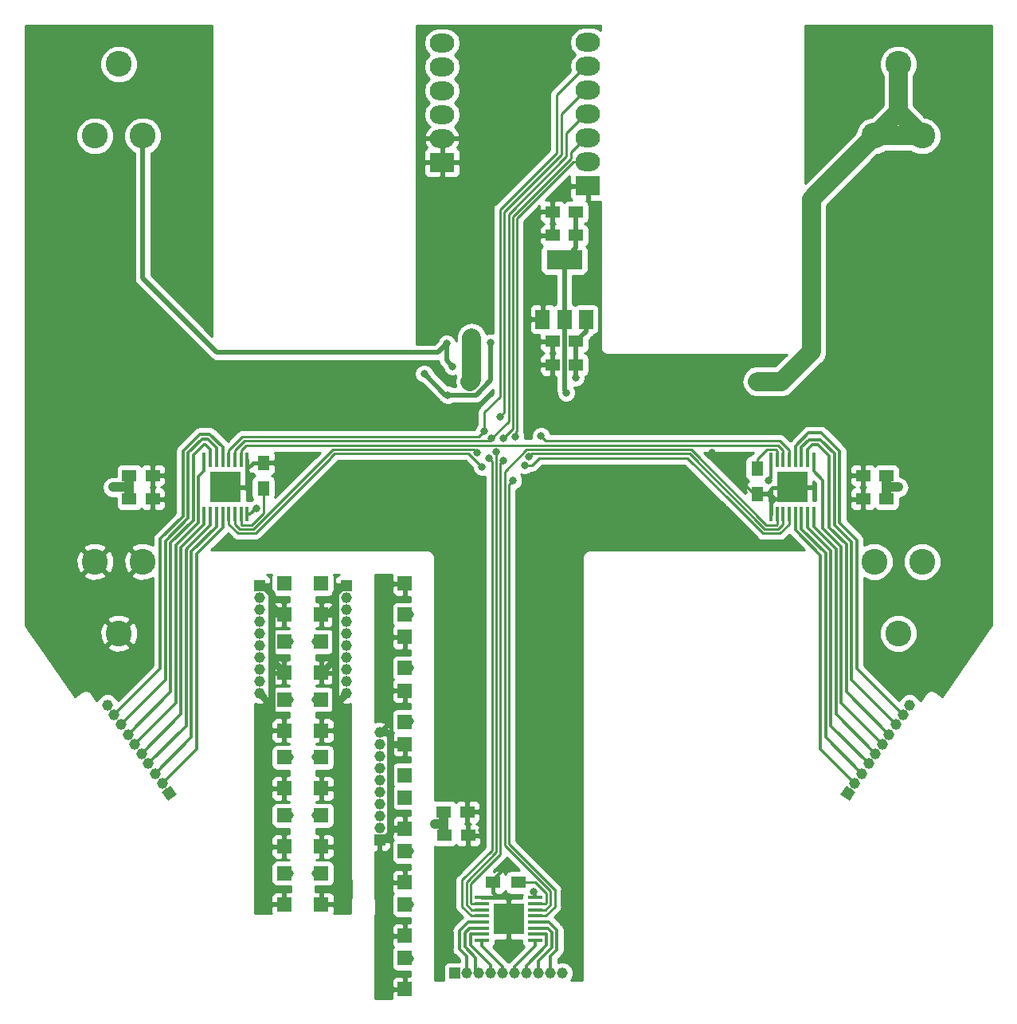
<source format=gtl>
G04 #@! TF.GenerationSoftware,KiCad,Pcbnew,(5.0.0)*
G04 #@! TF.CreationDate,2019-01-07T17:19:25-08:00*
G04 #@! TF.ProjectId,Lights,4C69676874732E6B696361645F706362,rev?*
G04 #@! TF.SameCoordinates,Original*
G04 #@! TF.FileFunction,Copper,L1,Top,Signal*
G04 #@! TF.FilePolarity,Positive*
%FSLAX46Y46*%
G04 Gerber Fmt 4.6, Leading zero omitted, Abs format (unit mm)*
G04 Created by KiCad (PCBNEW (5.0.0)) date 01/07/19 17:19:25*
%MOMM*%
%LPD*%
G01*
G04 APERTURE LIST*
G04 #@! TA.AperFunction,ComponentPad*
%ADD10O,2.600000X2.000000*%
G04 #@! TD*
G04 #@! TA.AperFunction,ComponentPad*
%ADD11R,2.600000X2.000000*%
G04 #@! TD*
G04 #@! TA.AperFunction,SMDPad,CuDef*
%ADD12R,1.500000X1.500000*%
G04 #@! TD*
G04 #@! TA.AperFunction,ComponentPad*
%ADD13C,2.750000*%
G04 #@! TD*
G04 #@! TA.AperFunction,SMDPad,CuDef*
%ADD14R,1.500000X1.250000*%
G04 #@! TD*
G04 #@! TA.AperFunction,SMDPad,CuDef*
%ADD15R,1.600000X0.450000*%
G04 #@! TD*
G04 #@! TA.AperFunction,SMDPad,CuDef*
%ADD16R,3.200000X3.200000*%
G04 #@! TD*
G04 #@! TA.AperFunction,SMDPad,CuDef*
%ADD17R,0.450000X1.600000*%
G04 #@! TD*
G04 #@! TA.AperFunction,ComponentPad*
%ADD18C,1.150000*%
G04 #@! TD*
G04 #@! TA.AperFunction,ComponentPad*
%ADD19R,1.150000X1.150000*%
G04 #@! TD*
G04 #@! TA.AperFunction,Conductor*
%ADD20C,0.100000*%
G04 #@! TD*
G04 #@! TA.AperFunction,SMDPad,CuDef*
%ADD21R,1.500000X1.300000*%
G04 #@! TD*
G04 #@! TA.AperFunction,SMDPad,CuDef*
%ADD22R,1.300000X1.500000*%
G04 #@! TD*
G04 #@! TA.AperFunction,SMDPad,CuDef*
%ADD23R,1.500000X2.000000*%
G04 #@! TD*
G04 #@! TA.AperFunction,SMDPad,CuDef*
%ADD24R,3.800000X2.000000*%
G04 #@! TD*
G04 #@! TA.AperFunction,ViaPad*
%ADD25C,0.800000*%
G04 #@! TD*
G04 #@! TA.AperFunction,ViaPad*
%ADD26C,1.500000*%
G04 #@! TD*
G04 #@! TA.AperFunction,Conductor*
%ADD27C,2.000000*%
G04 #@! TD*
G04 #@! TA.AperFunction,Conductor*
%ADD28C,0.500000*%
G04 #@! TD*
G04 #@! TA.AperFunction,Conductor*
%ADD29C,0.450000*%
G04 #@! TD*
G04 #@! TA.AperFunction,Conductor*
%ADD30C,0.350000*%
G04 #@! TD*
G04 #@! TA.AperFunction,Conductor*
%ADD31C,0.250000*%
G04 #@! TD*
G04 #@! TA.AperFunction,Conductor*
%ADD32C,1.000000*%
G04 #@! TD*
G04 #@! TA.AperFunction,Conductor*
%ADD33C,0.750000*%
G04 #@! TD*
G04 #@! TA.AperFunction,Conductor*
%ADD34C,0.254000*%
G04 #@! TD*
G04 APERTURE END LIST*
D10*
G04 #@! TO.P,J12,7*
G04 #@! TO.N,+3V3*
X60500000Y-2510000D03*
G04 #@! TO.P,J12,6*
G04 #@! TO.N,LE*
X60500000Y-5050000D03*
G04 #@! TO.P,J12,5*
G04 #@! TO.N,OE*
X60500000Y-7590000D03*
G04 #@! TO.P,J12,4*
G04 #@! TO.N,CLK*
X60500000Y-10130000D03*
G04 #@! TO.P,J12,3*
G04 #@! TO.N,SDA*
X60500000Y-12670000D03*
G04 #@! TO.P,J12,2*
G04 #@! TO.N,SDO*
X60500000Y-15210000D03*
D11*
G04 #@! TO.P,J12,1*
G04 #@! TO.N,GND*
X60500000Y-17750000D03*
G04 #@! TD*
D12*
G04 #@! TO.P,D13,2*
G04 #@! TO.N,Net-(D10-Pad2)*
X41021000Y-77041740D03*
G04 #@! TO.P,D13,1*
G04 #@! TO.N,Net-(D13-Pad1)*
X41021000Y-80341740D03*
G04 #@! TD*
D13*
G04 #@! TO.P,BT1,3*
G04 #@! TO.N,VBat*
X93497400Y-4801140D03*
G04 #@! TO.P,BT1,2*
X90957400Y-12421140D03*
G04 #@! TO.P,BT1,1*
X96037400Y-12421140D03*
G04 #@! TD*
G04 #@! TO.P,BT2,1*
G04 #@! TO.N,MID*
X90965020Y-57660000D03*
G04 #@! TO.P,BT2,2*
X96045020Y-57660000D03*
G04 #@! TO.P,BT2,3*
X93505020Y-65280000D03*
G04 #@! TD*
G04 #@! TO.P,BT3,3*
G04 #@! TO.N,MID*
X10637520Y-4801140D03*
G04 #@! TO.P,BT3,2*
X8097520Y-12421140D03*
G04 #@! TO.P,BT3,1*
X13177520Y-12421140D03*
G04 #@! TD*
G04 #@! TO.P,BT4,1*
G04 #@! TO.N,GND*
X8097520Y-57660000D03*
G04 #@! TO.P,BT4,2*
X13177520Y-57660000D03*
G04 #@! TO.P,BT4,3*
X10637520Y-65280000D03*
G04 #@! TD*
D14*
G04 #@! TO.P,C1,2*
G04 #@! TO.N,GND*
X56750000Y-34250000D03*
G04 #@! TO.P,C1,1*
G04 #@! TO.N,VBat*
X59250000Y-34250000D03*
G04 #@! TD*
G04 #@! TO.P,C2,1*
G04 #@! TO.N,VCC*
X45194000Y-84250000D03*
G04 #@! TO.P,C2,2*
G04 #@! TO.N,GND*
X47694000Y-84250000D03*
G04 #@! TD*
G04 #@! TO.P,C3,2*
G04 #@! TO.N,GND*
X47750000Y-86750000D03*
G04 #@! TO.P,C3,1*
G04 #@! TO.N,VCC*
X45250000Y-86750000D03*
G04 #@! TD*
G04 #@! TO.P,C4,1*
G04 #@! TO.N,VCC*
X92250000Y-48500000D03*
G04 #@! TO.P,C4,2*
G04 #@! TO.N,GND*
X89750000Y-48500000D03*
G04 #@! TD*
G04 #@! TO.P,C5,2*
G04 #@! TO.N,GND*
X89750000Y-51000000D03*
G04 #@! TO.P,C5,1*
G04 #@! TO.N,VCC*
X92250000Y-51000000D03*
G04 #@! TD*
G04 #@! TO.P,C6,1*
G04 #@! TO.N,VCC*
X11750000Y-48500000D03*
G04 #@! TO.P,C6,2*
G04 #@! TO.N,GND*
X14250000Y-48500000D03*
G04 #@! TD*
G04 #@! TO.P,C7,2*
G04 #@! TO.N,GND*
X14250000Y-51000000D03*
G04 #@! TO.P,C7,1*
G04 #@! TO.N,VCC*
X11750000Y-51000000D03*
G04 #@! TD*
D15*
G04 #@! TO.P,IC1,1*
G04 #@! TO.N,GND*
X49195000Y-93356000D03*
G04 #@! TO.P,IC1,2*
G04 #@! TO.N,SDA*
X49195000Y-94006000D03*
G04 #@! TO.P,IC1,3*
G04 #@! TO.N,CLK*
X49195000Y-94656000D03*
G04 #@! TO.P,IC1,4*
G04 #@! TO.N,LE*
X49195000Y-95306000D03*
G04 #@! TO.P,IC1,5*
G04 #@! TO.N,Net-(IC1-Pad5)*
X49195000Y-95956000D03*
G04 #@! TO.P,IC1,6*
G04 #@! TO.N,Net-(IC1-Pad6)*
X49195000Y-96606000D03*
G04 #@! TO.P,IC1,7*
G04 #@! TO.N,Net-(IC1-Pad7)*
X49195000Y-97256000D03*
G04 #@! TO.P,IC1,8*
G04 #@! TO.N,Net-(IC1-Pad8)*
X49195000Y-97906000D03*
G04 #@! TO.P,IC1,9*
G04 #@! TO.N,Net-(IC1-Pad9)*
X54945000Y-97906000D03*
G04 #@! TO.P,IC1,10*
G04 #@! TO.N,Net-(IC1-Pad10)*
X54945000Y-97256000D03*
G04 #@! TO.P,IC1,11*
G04 #@! TO.N,Net-(IC1-Pad11)*
X54945000Y-96606000D03*
G04 #@! TO.P,IC1,12*
G04 #@! TO.N,Net-(IC1-Pad12)*
X54945000Y-95956000D03*
G04 #@! TO.P,IC1,13*
G04 #@! TO.N,OE*
X54945000Y-95306000D03*
G04 #@! TO.P,IC1,14*
G04 #@! TO.N,Net-(IC1-Pad14)*
X54945000Y-94656000D03*
G04 #@! TO.P,IC1,15*
G04 #@! TO.N,Net-(IC1-Pad15)*
X54945000Y-94006000D03*
G04 #@! TO.P,IC1,16*
G04 #@! TO.N,+3V3*
X54945000Y-93356000D03*
D16*
G04 #@! TO.P,IC1,17*
G04 #@! TO.N,GND*
X52070000Y-95631000D03*
G04 #@! TD*
G04 #@! TO.P,IC2,17*
G04 #@! TO.N,GND*
X82250000Y-49750000D03*
D17*
G04 #@! TO.P,IC2,16*
G04 #@! TO.N,+3V3*
X79975000Y-46875000D03*
G04 #@! TO.P,IC2,15*
G04 #@! TO.N,Net-(IC2-Pad15)*
X80625000Y-46875000D03*
G04 #@! TO.P,IC2,14*
G04 #@! TO.N,Net-(IC2-Pad14)*
X81275000Y-46875000D03*
G04 #@! TO.P,IC2,13*
G04 #@! TO.N,OE*
X81925000Y-46875000D03*
G04 #@! TO.P,IC2,12*
G04 #@! TO.N,Net-(IC2-Pad12)*
X82575000Y-46875000D03*
G04 #@! TO.P,IC2,11*
G04 #@! TO.N,Net-(IC2-Pad11)*
X83225000Y-46875000D03*
G04 #@! TO.P,IC2,10*
G04 #@! TO.N,Net-(IC2-Pad10)*
X83875000Y-46875000D03*
G04 #@! TO.P,IC2,9*
G04 #@! TO.N,Net-(IC2-Pad9)*
X84525000Y-46875000D03*
G04 #@! TO.P,IC2,8*
G04 #@! TO.N,Net-(IC2-Pad8)*
X84525000Y-52625000D03*
G04 #@! TO.P,IC2,7*
G04 #@! TO.N,Net-(IC2-Pad7)*
X83875000Y-52625000D03*
G04 #@! TO.P,IC2,6*
G04 #@! TO.N,Net-(IC2-Pad6)*
X83225000Y-52625000D03*
G04 #@! TO.P,IC2,5*
G04 #@! TO.N,Net-(IC2-Pad5)*
X82575000Y-52625000D03*
G04 #@! TO.P,IC2,4*
G04 #@! TO.N,LE*
X81925000Y-52625000D03*
G04 #@! TO.P,IC2,3*
G04 #@! TO.N,CLK*
X81275000Y-52625000D03*
G04 #@! TO.P,IC2,2*
G04 #@! TO.N,Net-(IC1-Pad14)*
X80625000Y-52625000D03*
G04 #@! TO.P,IC2,1*
G04 #@! TO.N,GND*
X79975000Y-52625000D03*
G04 #@! TD*
G04 #@! TO.P,IC3,1*
G04 #@! TO.N,GND*
X24275000Y-46875000D03*
G04 #@! TO.P,IC3,2*
G04 #@! TO.N,Net-(IC2-Pad14)*
X23625000Y-46875000D03*
G04 #@! TO.P,IC3,3*
G04 #@! TO.N,CLK*
X22975000Y-46875000D03*
G04 #@! TO.P,IC3,4*
G04 #@! TO.N,LE*
X22325000Y-46875000D03*
G04 #@! TO.P,IC3,5*
G04 #@! TO.N,Net-(IC3-Pad5)*
X21675000Y-46875000D03*
G04 #@! TO.P,IC3,6*
G04 #@! TO.N,Net-(IC3-Pad6)*
X21025000Y-46875000D03*
G04 #@! TO.P,IC3,7*
G04 #@! TO.N,Net-(IC3-Pad7)*
X20375000Y-46875000D03*
G04 #@! TO.P,IC3,8*
G04 #@! TO.N,Net-(IC3-Pad8)*
X19725000Y-46875000D03*
G04 #@! TO.P,IC3,9*
G04 #@! TO.N,Net-(IC3-Pad9)*
X19725000Y-52625000D03*
G04 #@! TO.P,IC3,10*
G04 #@! TO.N,Net-(IC3-Pad10)*
X20375000Y-52625000D03*
G04 #@! TO.P,IC3,11*
G04 #@! TO.N,Net-(IC3-Pad11)*
X21025000Y-52625000D03*
G04 #@! TO.P,IC3,12*
G04 #@! TO.N,Net-(IC3-Pad12)*
X21675000Y-52625000D03*
G04 #@! TO.P,IC3,13*
G04 #@! TO.N,OE*
X22325000Y-52625000D03*
G04 #@! TO.P,IC3,14*
G04 #@! TO.N,SDO*
X22975000Y-52625000D03*
G04 #@! TO.P,IC3,15*
G04 #@! TO.N,Net-(IC3-Pad15)*
X23625000Y-52625000D03*
G04 #@! TO.P,IC3,16*
G04 #@! TO.N,+3V3*
X24275000Y-52625000D03*
D16*
G04 #@! TO.P,IC3,17*
G04 #@! TO.N,GND*
X22000000Y-49750000D03*
G04 #@! TD*
D18*
G04 #@! TO.P,J1,10*
G04 #@! TO.N,VCC*
X57785000Y-101368860D03*
G04 #@! TO.P,J1,9*
G04 #@! TO.N,Net-(IC1-Pad12)*
X56515000Y-101368860D03*
G04 #@! TO.P,J1,8*
G04 #@! TO.N,Net-(IC1-Pad11)*
X55245000Y-101368860D03*
G04 #@! TO.P,J1,7*
G04 #@! TO.N,Net-(IC1-Pad10)*
X53975000Y-101368860D03*
G04 #@! TO.P,J1,6*
G04 #@! TO.N,Net-(IC1-Pad9)*
X52705000Y-101368860D03*
G04 #@! TO.P,J1,5*
G04 #@! TO.N,Net-(IC1-Pad8)*
X51435000Y-101368860D03*
G04 #@! TO.P,J1,4*
G04 #@! TO.N,Net-(IC1-Pad7)*
X50165000Y-101368860D03*
G04 #@! TO.P,J1,3*
G04 #@! TO.N,Net-(IC1-Pad6)*
X48895000Y-101368860D03*
G04 #@! TO.P,J1,2*
G04 #@! TO.N,Net-(IC1-Pad5)*
X47625000Y-101368860D03*
D19*
G04 #@! TO.P,J1,1*
G04 #@! TO.N,VCC*
X46355000Y-101368860D03*
G04 #@! TD*
G04 #@! TO.P,J2,1*
G04 #@! TO.N,Net-(D1-Pad2)*
X25571018Y-60204000D03*
D18*
G04 #@! TO.P,J2,2*
G04 #@! TO.N,Net-(D1-Pad1)*
X25571018Y-61474000D03*
G04 #@! TO.P,J2,3*
G04 #@! TO.N,Net-(D2-Pad1)*
X25571018Y-62744000D03*
G04 #@! TO.P,J2,4*
G04 #@! TO.N,Net-(D3-Pad1)*
X25571018Y-64014000D03*
G04 #@! TO.P,J2,5*
G04 #@! TO.N,Net-(D4-Pad1)*
X25571018Y-65284000D03*
G04 #@! TO.P,J2,6*
G04 #@! TO.N,Net-(D5-Pad1)*
X25571018Y-66554000D03*
G04 #@! TO.P,J2,7*
G04 #@! TO.N,Net-(D6-Pad1)*
X25571018Y-67824000D03*
G04 #@! TO.P,J2,8*
G04 #@! TO.N,N/C*
X25571018Y-69094000D03*
G04 #@! TO.P,J2,9*
X25571018Y-70364000D03*
G04 #@! TO.P,J2,10*
G04 #@! TO.N,Net-(D1-Pad2)*
X25571018Y-71634000D03*
G04 #@! TD*
G04 #@! TO.P,J3,10*
G04 #@! TO.N,VCC*
X94721919Y-72892452D03*
G04 #@! TO.P,J3,9*
G04 #@! TO.N,Net-(IC2-Pad12)*
X93993477Y-73932775D03*
G04 #@! TO.P,J3,8*
G04 #@! TO.N,Net-(IC2-Pad11)*
X93265035Y-74973098D03*
G04 #@! TO.P,J3,7*
G04 #@! TO.N,Net-(IC2-Pad10)*
X92536592Y-76013421D03*
G04 #@! TO.P,J3,6*
G04 #@! TO.N,Net-(IC2-Pad9)*
X91808150Y-77053745D03*
G04 #@! TO.P,J3,5*
G04 #@! TO.N,Net-(IC2-Pad8)*
X91079708Y-78094068D03*
G04 #@! TO.P,J3,4*
G04 #@! TO.N,Net-(IC2-Pad7)*
X90351266Y-79134391D03*
G04 #@! TO.P,J3,3*
G04 #@! TO.N,Net-(IC2-Pad6)*
X89622824Y-80174714D03*
G04 #@! TO.P,J3,2*
G04 #@! TO.N,Net-(IC2-Pad5)*
X88894382Y-81215037D03*
G04 #@! TO.P,J3,1*
G04 #@! TO.N,VCC*
X88165940Y-82255360D03*
D20*
G04 #@! TD*
G04 #@! TO.N,VCC*
G04 #@! TO.C,J3*
G36*
X88966759Y-82114154D02*
X88307146Y-83056179D01*
X87365121Y-82396566D01*
X88024734Y-81454541D01*
X88966759Y-82114154D01*
X88966759Y-82114154D01*
G37*
D19*
G04 #@! TO.P,J4,1*
G04 #@! TO.N,Net-(D10-Pad2)*
X38371018Y-87249000D03*
D18*
G04 #@! TO.P,J4,2*
G04 #@! TO.N,Net-(D9-Pad1)*
X38371018Y-85979000D03*
G04 #@! TO.P,J4,3*
G04 #@! TO.N,Net-(D10-Pad1)*
X38371018Y-84709000D03*
G04 #@! TO.P,J4,4*
G04 #@! TO.N,Net-(D11-Pad1)*
X38371018Y-83439000D03*
G04 #@! TO.P,J4,5*
G04 #@! TO.N,Net-(D12-Pad1)*
X38371018Y-82169000D03*
G04 #@! TO.P,J4,6*
G04 #@! TO.N,Net-(D13-Pad1)*
X38371018Y-80899000D03*
G04 #@! TO.P,J4,7*
G04 #@! TO.N,Net-(D14-Pad1)*
X38371018Y-79629000D03*
G04 #@! TO.P,J4,8*
G04 #@! TO.N,Net-(D15-Pad1)*
X38371018Y-78359000D03*
G04 #@! TO.P,J4,9*
G04 #@! TO.N,Net-(D16-Pad1)*
X38371018Y-77089000D03*
G04 #@! TO.P,J4,10*
G04 #@! TO.N,Net-(D10-Pad2)*
X38371018Y-75819000D03*
G04 #@! TD*
G04 #@! TO.P,J5,10*
G04 #@! TO.N,VCC*
X9418081Y-72892452D03*
G04 #@! TO.P,J5,9*
G04 #@! TO.N,Net-(IC3-Pad5)*
X10146523Y-73932775D03*
G04 #@! TO.P,J5,8*
G04 #@! TO.N,Net-(IC3-Pad6)*
X10874965Y-74973098D03*
G04 #@! TO.P,J5,7*
G04 #@! TO.N,Net-(IC3-Pad7)*
X11603408Y-76013421D03*
G04 #@! TO.P,J5,6*
G04 #@! TO.N,Net-(IC3-Pad8)*
X12331850Y-77053745D03*
G04 #@! TO.P,J5,5*
G04 #@! TO.N,Net-(IC3-Pad9)*
X13060292Y-78094068D03*
G04 #@! TO.P,J5,4*
G04 #@! TO.N,Net-(IC3-Pad10)*
X13788734Y-79134391D03*
G04 #@! TO.P,J5,3*
G04 #@! TO.N,Net-(IC3-Pad11)*
X14517176Y-80174714D03*
G04 #@! TO.P,J5,2*
G04 #@! TO.N,Net-(IC3-Pad12)*
X15245618Y-81215037D03*
G04 #@! TO.P,J5,1*
G04 #@! TO.N,VCC*
X15974060Y-82255360D03*
D20*
G04 #@! TD*
G04 #@! TO.N,VCC*
G04 #@! TO.C,J5*
G36*
X16115266Y-81454541D02*
X16774879Y-82396566D01*
X15832854Y-83056179D01*
X15173241Y-82114154D01*
X16115266Y-81454541D01*
X16115266Y-81454541D01*
G37*
D19*
G04 #@! TO.P,J6,1*
G04 #@! TO.N,Net-(D17-Pad2)*
X34807220Y-60204000D03*
D18*
G04 #@! TO.P,J6,2*
G04 #@! TO.N,Net-(D17-Pad1)*
X34807220Y-61474000D03*
G04 #@! TO.P,J6,3*
G04 #@! TO.N,Net-(D18-Pad1)*
X34807220Y-62744000D03*
G04 #@! TO.P,J6,4*
G04 #@! TO.N,Net-(D19-Pad1)*
X34807220Y-64014000D03*
G04 #@! TO.P,J6,5*
G04 #@! TO.N,Net-(D20-Pad1)*
X34807220Y-65284000D03*
G04 #@! TO.P,J6,6*
G04 #@! TO.N,Net-(D21-Pad1)*
X34807220Y-66554000D03*
G04 #@! TO.P,J6,7*
G04 #@! TO.N,Net-(D22-Pad1)*
X34807220Y-67824000D03*
G04 #@! TO.P,J6,8*
G04 #@! TO.N,N/C*
X34807220Y-69094000D03*
G04 #@! TO.P,J6,9*
X34807220Y-70364000D03*
G04 #@! TO.P,J6,10*
G04 #@! TO.N,Net-(D17-Pad2)*
X34807220Y-71634000D03*
G04 #@! TD*
D10*
G04 #@! TO.P,J7,6*
G04 #@! TO.N,VBat*
X45000000Y-2550000D03*
G04 #@! TO.P,J7,5*
G04 #@! TO.N,MID*
X45000000Y-5090000D03*
G04 #@! TO.P,J7,4*
G04 #@! TO.N,VCC*
X45000000Y-7630000D03*
G04 #@! TO.P,J7,3*
X45000000Y-10170000D03*
G04 #@! TO.P,J7,2*
G04 #@! TO.N,GND*
X45000000Y-12710000D03*
D11*
G04 #@! TO.P,J7,1*
X45000000Y-15250000D03*
G04 #@! TD*
D21*
G04 #@! TO.P,R1,2*
G04 #@! TO.N,Net-(IC1-Pad15)*
X53100000Y-91750000D03*
G04 #@! TO.P,R1,1*
G04 #@! TO.N,GND*
X50400000Y-91750000D03*
G04 #@! TD*
D22*
G04 #@! TO.P,R2,1*
G04 #@! TO.N,GND*
X78500000Y-50450000D03*
G04 #@! TO.P,R2,2*
G04 #@! TO.N,Net-(IC2-Pad15)*
X78500000Y-47750000D03*
G04 #@! TD*
G04 #@! TO.P,R3,2*
G04 #@! TO.N,Net-(IC3-Pad15)*
X26000000Y-49850000D03*
G04 #@! TO.P,R3,1*
G04 #@! TO.N,GND*
X26000000Y-47150000D03*
G04 #@! TD*
D23*
G04 #@! TO.P,U1,1*
G04 #@! TO.N,GND*
X55700000Y-31900000D03*
G04 #@! TO.P,U1,3*
G04 #@! TO.N,VBat*
X60300000Y-31900000D03*
G04 #@! TO.P,U1,2*
G04 #@! TO.N,+3V3*
X58000000Y-31900000D03*
D24*
X58000000Y-25600000D03*
G04 #@! TD*
D14*
G04 #@! TO.P,C8,2*
G04 #@! TO.N,GND*
X56750000Y-36750000D03*
G04 #@! TO.P,C8,1*
G04 #@! TO.N,VBat*
X59250000Y-36750000D03*
G04 #@! TD*
G04 #@! TO.P,C9,1*
G04 #@! TO.N,+3V3*
X59250000Y-23000000D03*
G04 #@! TO.P,C9,2*
G04 #@! TO.N,GND*
X56750000Y-23000000D03*
G04 #@! TD*
G04 #@! TO.P,C10,2*
G04 #@! TO.N,GND*
X56750000Y-20500000D03*
G04 #@! TO.P,C10,1*
G04 #@! TO.N,+3V3*
X59250000Y-20500000D03*
G04 #@! TD*
D12*
G04 #@! TO.P,D1,2*
G04 #@! TO.N,Net-(D1-Pad2)*
X28221000Y-63289100D03*
G04 #@! TO.P,D1,1*
G04 #@! TO.N,Net-(D1-Pad1)*
X28221000Y-59989100D03*
G04 #@! TD*
G04 #@! TO.P,D2,2*
G04 #@! TO.N,Net-(D1-Pad2)*
X28221000Y-69446060D03*
G04 #@! TO.P,D2,1*
G04 #@! TO.N,Net-(D2-Pad1)*
X28221000Y-66146060D03*
G04 #@! TD*
G04 #@! TO.P,D3,1*
G04 #@! TO.N,Net-(D3-Pad1)*
X28221000Y-72303020D03*
G04 #@! TO.P,D3,2*
G04 #@! TO.N,Net-(D1-Pad2)*
X28221000Y-75603020D03*
G04 #@! TD*
G04 #@! TO.P,D4,2*
G04 #@! TO.N,Net-(D1-Pad2)*
X28221000Y-81759980D03*
G04 #@! TO.P,D4,1*
G04 #@! TO.N,Net-(D4-Pad1)*
X28221000Y-78459980D03*
G04 #@! TD*
G04 #@! TO.P,D5,2*
G04 #@! TO.N,Net-(D1-Pad2)*
X28221000Y-87916940D03*
G04 #@! TO.P,D5,1*
G04 #@! TO.N,Net-(D5-Pad1)*
X28221000Y-84616940D03*
G04 #@! TD*
G04 #@! TO.P,D6,1*
G04 #@! TO.N,Net-(D6-Pad1)*
X28221000Y-90773900D03*
G04 #@! TO.P,D6,2*
G04 #@! TO.N,Net-(D1-Pad2)*
X28221000Y-94073900D03*
G04 #@! TD*
G04 #@! TO.P,D9,1*
G04 #@! TO.N,Net-(D9-Pad1)*
X41021000Y-99784900D03*
G04 #@! TO.P,D9,2*
G04 #@! TO.N,Net-(D10-Pad2)*
X41021000Y-103084900D03*
G04 #@! TD*
G04 #@! TO.P,D10,2*
G04 #@! TO.N,Net-(D10-Pad2)*
X41021000Y-97397840D03*
G04 #@! TO.P,D10,1*
G04 #@! TO.N,Net-(D10-Pad1)*
X41021000Y-94097840D03*
G04 #@! TD*
G04 #@! TO.P,D11,1*
G04 #@! TO.N,Net-(D11-Pad1)*
X41021000Y-88413320D03*
G04 #@! TO.P,D11,2*
G04 #@! TO.N,Net-(D10-Pad2)*
X41021000Y-91713320D03*
G04 #@! TD*
G04 #@! TO.P,D12,2*
G04 #@! TO.N,Net-(D10-Pad2)*
X41021000Y-86026260D03*
G04 #@! TO.P,D12,1*
G04 #@! TO.N,Net-(D12-Pad1)*
X41021000Y-82726260D03*
G04 #@! TD*
G04 #@! TO.P,D14,1*
G04 #@! TO.N,Net-(D14-Pad1)*
X41021000Y-74654680D03*
G04 #@! TO.P,D14,2*
G04 #@! TO.N,Net-(D10-Pad2)*
X41021000Y-71354680D03*
G04 #@! TD*
G04 #@! TO.P,D15,1*
G04 #@! TO.N,Net-(D15-Pad1)*
X41021000Y-68970160D03*
G04 #@! TO.P,D15,2*
G04 #@! TO.N,Net-(D10-Pad2)*
X41021000Y-65670160D03*
G04 #@! TD*
G04 #@! TO.P,D16,2*
G04 #@! TO.N,Net-(D10-Pad2)*
X41021000Y-59983100D03*
G04 #@! TO.P,D16,1*
G04 #@! TO.N,Net-(D16-Pad1)*
X41021000Y-63283100D03*
G04 #@! TD*
G04 #@! TO.P,D17,1*
G04 #@! TO.N,Net-(D17-Pad1)*
X32158000Y-59989100D03*
G04 #@! TO.P,D17,2*
G04 #@! TO.N,Net-(D17-Pad2)*
X32158000Y-63289100D03*
G04 #@! TD*
G04 #@! TO.P,D18,2*
G04 #@! TO.N,Net-(D17-Pad2)*
X32158000Y-69446060D03*
G04 #@! TO.P,D18,1*
G04 #@! TO.N,Net-(D18-Pad1)*
X32158000Y-66146060D03*
G04 #@! TD*
G04 #@! TO.P,D19,1*
G04 #@! TO.N,Net-(D19-Pad1)*
X32158000Y-72303020D03*
G04 #@! TO.P,D19,2*
G04 #@! TO.N,Net-(D17-Pad2)*
X32158000Y-75603020D03*
G04 #@! TD*
G04 #@! TO.P,D20,1*
G04 #@! TO.N,Net-(D20-Pad1)*
X32158000Y-78459980D03*
G04 #@! TO.P,D20,2*
G04 #@! TO.N,Net-(D17-Pad2)*
X32158000Y-81759980D03*
G04 #@! TD*
G04 #@! TO.P,D21,2*
G04 #@! TO.N,Net-(D17-Pad2)*
X32158000Y-87916940D03*
G04 #@! TO.P,D21,1*
G04 #@! TO.N,Net-(D21-Pad1)*
X32158000Y-84616940D03*
G04 #@! TD*
G04 #@! TO.P,D22,1*
G04 #@! TO.N,Net-(D22-Pad1)*
X32158000Y-90773900D03*
G04 #@! TO.P,D22,2*
G04 #@! TO.N,Net-(D17-Pad2)*
X32158000Y-94073900D03*
G04 #@! TD*
D25*
G04 #@! TO.N,GND*
X55700000Y-31900000D03*
X20900000Y-50700000D03*
X23000000Y-50800000D03*
X22900000Y-48700000D03*
X22000000Y-49700000D03*
X21000000Y-48700000D03*
X83100000Y-50800000D03*
X83100000Y-48800000D03*
X81400000Y-48800000D03*
X53000000Y-96600000D03*
X51000000Y-96700000D03*
X53000000Y-94800000D03*
X51000000Y-94700000D03*
X52100000Y-95700000D03*
X82200000Y-49800000D03*
D26*
G04 #@! TO.N,VBat*
X48150311Y-33900311D03*
X48000000Y-38500000D03*
X78500000Y-38500000D03*
D25*
X59200000Y-38100030D03*
G04 #@! TO.N,MID*
X45500000Y-34500000D03*
X46100000Y-36900000D03*
G04 #@! TO.N,GND*
X40100000Y-38000000D03*
X41200000Y-39000000D03*
X42400000Y-40100000D03*
X42800000Y-31100000D03*
X43800000Y-30200000D03*
X45100000Y-29200000D03*
X54050000Y-31900000D03*
X54200000Y-28950000D03*
X56400000Y-29400000D03*
X54350000Y-40200000D03*
X55850000Y-40200000D03*
X55200000Y-41400000D03*
X46800000Y-47700000D03*
X48700000Y-49500000D03*
X46400000Y-43000000D03*
X47400000Y-41500000D03*
X54300000Y-50400000D03*
X56500000Y-48500000D03*
X62800000Y-42000000D03*
X69700000Y-42000000D03*
X76700000Y-42400000D03*
X62000000Y-51300000D03*
X70200000Y-48700000D03*
X69100000Y-55500000D03*
X81800000Y-55700000D03*
X89000000Y-53100000D03*
X73700000Y-46100000D03*
X76800000Y-49100000D03*
X92800000Y-69500000D03*
X98100000Y-70800000D03*
X102400000Y-59800000D03*
X100200000Y-51900000D03*
X99400000Y-42200000D03*
X90300000Y-40700000D03*
X95600000Y-34400000D03*
X89000000Y-29900000D03*
X101200000Y-27600000D03*
X94500000Y-22200000D03*
X101700000Y-15000000D03*
X85800000Y-10500000D03*
X99900000Y-4500000D03*
X51900000Y-90000000D03*
X45600000Y-93100000D03*
X47000000Y-88800000D03*
X58300000Y-95300000D03*
X57300000Y-87400000D03*
X81200000Y-50800000D03*
X30300000Y-46700000D03*
X27900000Y-48700000D03*
X41700000Y-47800000D03*
X34000000Y-48700000D03*
X28300000Y-54300000D03*
X36800000Y-54000000D03*
X47500000Y-54600000D03*
X28000000Y-41000000D03*
X22000000Y-42700000D03*
X16100000Y-48600000D03*
X10700000Y-53700000D03*
X4300000Y-50000000D03*
X12000000Y-43200000D03*
X18500000Y-37200000D03*
X3300000Y-36300000D03*
X12100000Y-32000000D03*
X3500000Y-25400000D03*
X11200000Y-19400000D03*
X2800000Y-14600000D03*
X19300000Y-24500000D03*
X19300000Y-12700000D03*
X16600000Y-3300000D03*
X5000000Y-3500000D03*
X12300000Y-69200000D03*
X6000000Y-69900000D03*
X1700000Y-61600000D03*
X56800000Y-77200000D03*
X56700000Y-66900000D03*
X56400000Y-56700000D03*
X46700000Y-79100000D03*
X46600000Y-69100000D03*
X47300000Y-60800000D03*
X44900000Y-98800000D03*
X45800000Y-82500000D03*
X49100000Y-82300000D03*
X49200000Y-86200000D03*
X36850000Y-41100000D03*
X55100000Y-21750000D03*
X55200000Y-10900000D03*
X53750000Y-4400000D03*
X43800000Y-20250000D03*
X60850000Y-21650000D03*
X60600000Y-28750000D03*
X42100000Y-53850000D03*
X46500000Y-51750000D03*
X76150000Y-54850000D03*
X61250000Y-34050000D03*
X50350000Y-91800000D03*
G04 #@! TO.N,+3V3*
X54750000Y-92750000D03*
X25250000Y-52000000D03*
X79750000Y-49000000D03*
X58200000Y-39700030D03*
X58000000Y-31900000D03*
X50200000Y-34400000D03*
X43100000Y-37700000D03*
X45600000Y-39950008D03*
G04 #@! TO.N,VCC*
X10000000Y-49750000D03*
X93500000Y-49750000D03*
X44272510Y-85500000D03*
G04 #@! TO.N,Net-(D1-Pad1)*
X28221000Y-59989100D03*
G04 #@! TO.N,Net-(D1-Pad2)*
X25910000Y-75560000D03*
X25900000Y-94340000D03*
X25910000Y-87920000D03*
X25910000Y-81720000D03*
G04 #@! TO.N,Net-(D2-Pad1)*
X28816000Y-66150000D03*
G04 #@! TO.N,Net-(D3-Pad1)*
X28816000Y-72310000D03*
G04 #@! TO.N,Net-(D4-Pad1)*
X28816000Y-78460000D03*
G04 #@! TO.N,Net-(D5-Pad1)*
X28816000Y-84620000D03*
G04 #@! TO.N,Net-(D6-Pad1)*
X28816000Y-90770000D03*
G04 #@! TO.N,Net-(D10-Pad2)*
X38730000Y-103060000D03*
X38730000Y-97380000D03*
X38730000Y-91710000D03*
X38730000Y-59950000D03*
X38730000Y-65660000D03*
X38730000Y-71330000D03*
G04 #@! TO.N,Net-(D9-Pad1)*
X41616000Y-99800000D03*
G04 #@! TO.N,Net-(D10-Pad1)*
X41616000Y-94100000D03*
G04 #@! TO.N,Net-(D11-Pad1)*
X41616000Y-88420000D03*
G04 #@! TO.N,Net-(D12-Pad1)*
X41021000Y-82726260D03*
G04 #@! TO.N,Net-(D13-Pad1)*
X41021000Y-80341740D03*
G04 #@! TO.N,Net-(D14-Pad1)*
X41616000Y-74650000D03*
G04 #@! TO.N,Net-(D15-Pad1)*
X41616000Y-68970000D03*
G04 #@! TO.N,Net-(D16-Pad1)*
X41616000Y-63280000D03*
G04 #@! TO.N,Net-(D17-Pad2)*
X34490000Y-75570000D03*
X34490000Y-81760000D03*
X34490000Y-87900000D03*
X34490000Y-94090000D03*
G04 #@! TO.N,Net-(D17-Pad1)*
X32158000Y-59989100D03*
G04 #@! TO.N,Net-(D18-Pad1)*
X31563000Y-66150000D03*
G04 #@! TO.N,Net-(D19-Pad1)*
X31563000Y-72310000D03*
G04 #@! TO.N,Net-(D20-Pad1)*
X31563000Y-78460000D03*
G04 #@! TO.N,Net-(D21-Pad1)*
X31563000Y-84620000D03*
G04 #@! TO.N,Net-(D22-Pad1)*
X31563000Y-90770000D03*
G04 #@! TO.N,SDA*
X51505143Y-46920163D03*
X51500000Y-44565000D03*
G04 #@! TO.N,CLK*
X50250000Y-44565000D03*
X50750000Y-46015000D03*
X54259937Y-46509937D03*
G04 #@! TO.N,LE*
X50032207Y-46711259D03*
X49500000Y-43750000D03*
X53794326Y-47435169D03*
G04 #@! TO.N,OE*
X52550000Y-49040000D03*
X49250000Y-47610000D03*
X55530000Y-44320000D03*
X51150000Y-42240000D03*
G04 #@! TO.N,SDO*
X48740000Y-46060000D03*
X52790000Y-44360000D03*
G04 #@! TD*
D27*
G04 #@! TO.N,VBat*
X48150311Y-33900311D02*
X48150311Y-38349689D01*
X48150311Y-38349689D02*
X48000000Y-38500000D01*
X81095636Y-38500000D02*
X84250000Y-35345636D01*
X78500000Y-38500000D02*
X81095636Y-38500000D01*
X84250000Y-19128540D02*
X90957400Y-12421140D01*
X84250000Y-35345636D02*
X84250000Y-19128540D01*
X93497400Y-9881140D02*
X90957400Y-12421140D01*
X93497400Y-4801140D02*
X93497400Y-9881140D01*
X96037400Y-12421140D02*
X93497400Y-9881140D01*
X96037400Y-12421140D02*
X90957400Y-12421140D01*
D28*
X60300000Y-33200000D02*
X59250000Y-34250000D01*
X60300000Y-31900000D02*
X60300000Y-33200000D01*
X59250000Y-34250000D02*
X59250000Y-36750000D01*
X59250000Y-38050030D02*
X59200000Y-38100030D01*
X59250000Y-36750000D02*
X59250000Y-38050030D01*
G04 #@! TO.N,MID*
X13177520Y-14365683D02*
X13177520Y-12421140D01*
X13177520Y-27572496D02*
X13177520Y-14365683D01*
X21055034Y-35450010D02*
X13177520Y-27572496D01*
X44549990Y-35450010D02*
X21055034Y-35450010D01*
X45500000Y-34500000D02*
X44549990Y-35450010D01*
X45500000Y-36250000D02*
X45500000Y-34500000D01*
X46100000Y-36900000D02*
X45500000Y-36250000D01*
D29*
G04 #@! TO.N,GND*
X79975000Y-51375000D02*
X80350000Y-51000000D01*
X79975000Y-52625000D02*
X79975000Y-51375000D01*
X81000000Y-51000000D02*
X81200000Y-50800000D01*
X80350000Y-51000000D02*
X81000000Y-51000000D01*
X79800000Y-50450000D02*
X80350000Y-51000000D01*
X78500000Y-50450000D02*
X79800000Y-50450000D01*
X81200000Y-50800000D02*
X82250000Y-49750000D01*
X22565685Y-49700000D02*
X22000000Y-49700000D01*
X24100000Y-49700000D02*
X22565685Y-49700000D01*
X24275000Y-49525000D02*
X24100000Y-49700000D01*
X24275000Y-47775000D02*
X24275000Y-48500000D01*
X24900000Y-47150000D02*
X24275000Y-47775000D01*
X26000000Y-47150000D02*
X24900000Y-47150000D01*
X24275000Y-46875000D02*
X24275000Y-48500000D01*
X24275000Y-48500000D02*
X24275000Y-49525000D01*
X52070000Y-93581000D02*
X52070000Y-95631000D01*
X51845000Y-93356000D02*
X52070000Y-93581000D01*
X49195000Y-93356000D02*
X51845000Y-93356000D01*
X50906000Y-93356000D02*
X51845000Y-93356000D01*
X50400000Y-92850000D02*
X50906000Y-93356000D01*
X50400000Y-91750000D02*
X50400000Y-92850000D01*
X81634315Y-49800000D02*
X82200000Y-49800000D01*
X80150000Y-49800000D02*
X81634315Y-49800000D01*
X79975000Y-49975000D02*
X80150000Y-49800000D01*
X79975000Y-52625000D02*
X79975000Y-49975000D01*
D30*
X50400000Y-91500000D02*
X51900000Y-90000000D01*
X50400000Y-91750000D02*
X50400000Y-91500000D01*
X50050000Y-92100000D02*
X50400000Y-91750000D01*
X78150000Y-50450000D02*
X76800000Y-49100000D01*
X78500000Y-50450000D02*
X78150000Y-50450000D01*
X29850000Y-47150000D02*
X30300000Y-46700000D01*
X26000000Y-47150000D02*
X29850000Y-47150000D01*
D31*
G04 #@! TO.N,+3V3*
X54945000Y-92780305D02*
X54945000Y-93356000D01*
X54750000Y-92750000D02*
X54945000Y-92780305D01*
D30*
X24275000Y-52625000D02*
X24625000Y-52625000D01*
X24625000Y-52625000D02*
X25250000Y-52000000D01*
X79975000Y-46875000D02*
X79975000Y-48775000D01*
X79975000Y-48775000D02*
X79750000Y-49000000D01*
D28*
X59250000Y-20500000D02*
X59250000Y-23000000D01*
X59250000Y-24350000D02*
X58000000Y-25600000D01*
X59250000Y-23000000D02*
X59250000Y-24350000D01*
X58000000Y-30400000D02*
X58000000Y-25600000D01*
X58000000Y-31900000D02*
X58000000Y-30400000D01*
X58000000Y-31900000D02*
X58000000Y-39500030D01*
X58000000Y-39500030D02*
X58200000Y-39700030D01*
X50200000Y-38350622D02*
X50200000Y-34400000D01*
X48600614Y-39950008D02*
X50200000Y-38350622D01*
X43100000Y-37700000D02*
X45350008Y-39950008D01*
X45350008Y-39950008D02*
X45600000Y-39950008D01*
X45600000Y-39950008D02*
X48600614Y-39950008D01*
D32*
G04 #@! TO.N,VCC*
X11750000Y-49750000D02*
X10000000Y-49750000D01*
X11750000Y-49750000D02*
X11750000Y-51000000D01*
X11750000Y-48500000D02*
X11750000Y-49750000D01*
X92250000Y-49750000D02*
X93500000Y-49750000D01*
X92250000Y-49750000D02*
X92250000Y-48500000D01*
X92250000Y-51000000D02*
X92250000Y-49750000D01*
X45194000Y-86694000D02*
X45250000Y-86750000D01*
X45194000Y-85500000D02*
X44272510Y-85500000D01*
X45194000Y-85500000D02*
X45194000Y-86694000D01*
X45194000Y-84250000D02*
X45194000Y-85500000D01*
D33*
G04 #@! TO.N,Net-(D1-Pad2)*
X26895999Y-68121059D02*
X28221000Y-69446060D01*
X26003020Y-60204000D02*
X26895999Y-61096979D01*
X25571018Y-60204000D02*
X26003020Y-60204000D01*
X26895999Y-62366979D02*
X26895999Y-61560000D01*
X27818120Y-63289100D02*
X26895999Y-62366979D01*
X28221000Y-63289100D02*
X27818120Y-63289100D01*
X26895999Y-61096979D02*
X26895999Y-61560000D01*
X26895999Y-61560000D02*
X26895999Y-68121059D01*
X26895999Y-68121059D02*
X26895999Y-73904001D01*
X26895999Y-72958981D02*
X26895999Y-73904001D01*
X25571018Y-71634000D02*
X26895999Y-72958981D01*
D30*
G04 #@! TO.N,Net-(D2-Pad1)*
X28224940Y-66150000D02*
X28221000Y-66146060D01*
X28816000Y-66150000D02*
X28224940Y-66150000D01*
G04 #@! TO.N,Net-(D3-Pad1)*
X28227980Y-72310000D02*
X28221000Y-72303020D01*
X28816000Y-72310000D02*
X28227980Y-72310000D01*
G04 #@! TO.N,Net-(D4-Pad1)*
X28221020Y-78460000D02*
X28221000Y-78459980D01*
X28816000Y-78460000D02*
X28221020Y-78460000D01*
G04 #@! TO.N,Net-(D5-Pad1)*
X28224060Y-84620000D02*
X28221000Y-84616940D01*
X28816000Y-84620000D02*
X28224060Y-84620000D01*
G04 #@! TO.N,Net-(D6-Pad1)*
X28224900Y-90770000D02*
X28221000Y-90773900D01*
X28816000Y-90770000D02*
X28224900Y-90770000D01*
D33*
G04 #@! TO.N,Net-(D10-Pad2)*
X38803020Y-87249000D02*
X38371018Y-87249000D01*
X39521019Y-86531001D02*
X38803020Y-87249000D01*
X39184190Y-75819000D02*
X39521019Y-76155829D01*
X38371018Y-75819000D02*
X39184190Y-75819000D01*
X39542759Y-77041740D02*
X39521019Y-77020000D01*
X41021000Y-77041740D02*
X39542759Y-77041740D01*
X39521019Y-76155829D02*
X39521019Y-77020000D01*
X39574759Y-86026260D02*
X39521019Y-86080000D01*
X41021000Y-86026260D02*
X39574759Y-86026260D01*
X39521019Y-77020000D02*
X39521019Y-86080000D01*
X39521019Y-86080000D02*
X39521019Y-86531001D01*
D30*
G04 #@! TO.N,Net-(D9-Pad1)*
X41036100Y-99800000D02*
X41021000Y-99784900D01*
X41616000Y-99800000D02*
X41036100Y-99800000D01*
G04 #@! TO.N,Net-(D10-Pad1)*
X41023160Y-94100000D02*
X41021000Y-94097840D01*
X41616000Y-94100000D02*
X41023160Y-94100000D01*
G04 #@! TO.N,Net-(D11-Pad1)*
X41027680Y-88420000D02*
X41021000Y-88413320D01*
X41616000Y-88420000D02*
X41027680Y-88420000D01*
G04 #@! TO.N,Net-(D14-Pad1)*
X41025680Y-74650000D02*
X41021000Y-74654680D01*
X41616000Y-74650000D02*
X41025680Y-74650000D01*
G04 #@! TO.N,Net-(D15-Pad1)*
X41021160Y-68970000D02*
X41021000Y-68970160D01*
X41616000Y-68970000D02*
X41021160Y-68970000D01*
G04 #@! TO.N,Net-(D16-Pad1)*
X41024100Y-63280000D02*
X41021000Y-63283100D01*
X41616000Y-63280000D02*
X41024100Y-63280000D01*
D33*
G04 #@! TO.N,Net-(D17-Pad2)*
X34375218Y-60204000D02*
X33640000Y-60939218D01*
X34807220Y-60204000D02*
X34375218Y-60204000D01*
X33640000Y-67964060D02*
X32158000Y-69446060D01*
X32760900Y-63289100D02*
X33640000Y-62410000D01*
X32158000Y-63289100D02*
X32760900Y-63289100D01*
X33640000Y-60939218D02*
X33640000Y-62410000D01*
X33640000Y-62410000D02*
X33640000Y-67964060D01*
X33640000Y-67964060D02*
X33640000Y-72980000D01*
X33640000Y-72980000D02*
X33640000Y-73870000D01*
X33640000Y-72801220D02*
X34807220Y-71634000D01*
X33640000Y-72980000D02*
X33640000Y-72801220D01*
D30*
G04 #@! TO.N,Net-(D18-Pad1)*
X32154060Y-66150000D02*
X32158000Y-66146060D01*
X31563000Y-66150000D02*
X32154060Y-66150000D01*
G04 #@! TO.N,Net-(D19-Pad1)*
X32151020Y-72310000D02*
X32158000Y-72303020D01*
X31563000Y-72310000D02*
X32151020Y-72310000D01*
G04 #@! TO.N,Net-(D20-Pad1)*
X32157980Y-78460000D02*
X32158000Y-78459980D01*
X31563000Y-78460000D02*
X32157980Y-78460000D01*
G04 #@! TO.N,Net-(D21-Pad1)*
X32154940Y-84620000D02*
X32158000Y-84616940D01*
X31563000Y-84620000D02*
X32154940Y-84620000D01*
G04 #@! TO.N,Net-(D22-Pad1)*
X32154100Y-90770000D02*
X32158000Y-90773900D01*
X31563000Y-90770000D02*
X32154100Y-90770000D01*
D31*
G04 #@! TO.N,SDA*
X49195000Y-94006000D02*
X48145000Y-94006000D01*
X48145000Y-94006000D02*
X48069999Y-93930999D01*
X48069999Y-93930999D02*
X48069999Y-92560001D01*
X48069999Y-92560001D02*
X48069999Y-91860001D01*
X48069999Y-91860001D02*
X51220010Y-88709990D01*
X51220010Y-88709990D02*
X51220010Y-47159990D01*
X51220010Y-47159990D02*
X51265316Y-47159990D01*
X51265316Y-47159990D02*
X51505143Y-46920163D01*
X60200000Y-12670000D02*
X60500000Y-12670000D01*
X58700000Y-14170000D02*
X60200000Y-12670000D01*
X58700000Y-14800000D02*
X58700000Y-14170000D01*
X52520010Y-20979990D02*
X58700000Y-14800000D01*
X52520010Y-43544990D02*
X52520010Y-20979990D01*
X51500000Y-44565000D02*
X52520010Y-43544990D01*
G04 #@! TO.N,CLK*
X22975000Y-45825000D02*
X23970000Y-44830000D01*
X22975000Y-46875000D02*
X22975000Y-45825000D01*
X23970000Y-44830000D02*
X48750000Y-44830000D01*
X48158590Y-94656000D02*
X49195000Y-94656000D01*
X47610000Y-94107410D02*
X48158590Y-94656000D01*
X47610000Y-91683590D02*
X47610000Y-94107410D01*
X50770000Y-88523590D02*
X47610000Y-91683590D01*
X50770000Y-46630000D02*
X50770000Y-88523590D01*
X81275000Y-52625000D02*
X81275000Y-53675000D01*
X81275000Y-53675000D02*
X80749989Y-54200011D01*
X80749989Y-54200011D02*
X79300011Y-54200011D01*
X79300011Y-54200011D02*
X71290020Y-46190020D01*
X48750000Y-44830000D02*
X49985000Y-44830000D01*
X49985000Y-44830000D02*
X50250000Y-44565000D01*
X50770000Y-46630000D02*
X50770000Y-46035000D01*
X50770000Y-46035000D02*
X50750000Y-46015000D01*
X71290020Y-46190020D02*
X55186400Y-46190020D01*
X55186400Y-46190020D02*
X54579854Y-46190020D01*
X54579854Y-46190020D02*
X54259937Y-46509937D01*
X52070000Y-42745000D02*
X50250000Y-44565000D01*
X52070000Y-20730000D02*
X52070000Y-42745000D01*
X58200000Y-14600000D02*
X52070000Y-20730000D01*
X58200000Y-12130000D02*
X58200000Y-14600000D01*
X60200000Y-10130000D02*
X58200000Y-12130000D01*
X60500000Y-10130000D02*
X60200000Y-10130000D01*
G04 #@! TO.N,LE*
X48145000Y-95306000D02*
X47150000Y-94311000D01*
X49195000Y-95306000D02*
X48145000Y-95306000D01*
X47150000Y-94311000D02*
X47150000Y-93400000D01*
X47150000Y-93400000D02*
X47150000Y-91507180D01*
X80936389Y-54650021D02*
X79110021Y-54650021D01*
X81925000Y-52625000D02*
X81925000Y-53661410D01*
X81925000Y-53661410D02*
X80936389Y-54650021D01*
X75721451Y-51271451D02*
X71090030Y-46640030D01*
X79110021Y-54650021D02*
X75731451Y-51271451D01*
X75731451Y-51271451D02*
X75721451Y-51271451D01*
X47150000Y-91507180D02*
X47150000Y-91500000D01*
X47150000Y-91500000D02*
X50310000Y-88340000D01*
X50310000Y-88340000D02*
X50310000Y-46990000D01*
X50310000Y-46990000D02*
X50310000Y-46989052D01*
X50310000Y-46989052D02*
X50032207Y-46711259D01*
X48870010Y-44379990D02*
X49500000Y-43750000D01*
X23770010Y-44379990D02*
X48870010Y-44379990D01*
X22325000Y-46875000D02*
X22325000Y-45825000D01*
X22325000Y-45825000D02*
X23770010Y-44379990D01*
X71090030Y-46640030D02*
X55359970Y-46640030D01*
X55359970Y-46640030D02*
X54564831Y-47435169D01*
X54564831Y-47435169D02*
X53794326Y-47435169D01*
X49500000Y-41780000D02*
X49500000Y-43750000D01*
X51160000Y-40120000D02*
X49500000Y-41780000D01*
X60200000Y-5050000D02*
X57200000Y-8050000D01*
X60500000Y-5050000D02*
X60200000Y-5050000D01*
X57200000Y-8050000D02*
X57200000Y-14200000D01*
X51160000Y-20240000D02*
X51160000Y-20500000D01*
X57200000Y-14200000D02*
X51160000Y-20240000D01*
X51160000Y-20500000D02*
X51160000Y-40120000D01*
D30*
G04 #@! TO.N,Net-(IC1-Pad5)*
X47625000Y-100555688D02*
X47630000Y-100550688D01*
X47625000Y-101368860D02*
X47625000Y-100555688D01*
X47630000Y-100550688D02*
X47630000Y-99576348D01*
X47630000Y-99576348D02*
X46880000Y-98826348D01*
X48045000Y-95956000D02*
X49195000Y-95956000D01*
X47789339Y-95956000D02*
X48045000Y-95956000D01*
X46880000Y-96865339D02*
X47789339Y-95956000D01*
X46880000Y-98826348D02*
X46880000Y-96865339D01*
G04 #@! TO.N,Net-(IC1-Pad6)*
X48575001Y-99743519D02*
X47430000Y-98598518D01*
X48575001Y-101065001D02*
X48575001Y-99743519D01*
X48895000Y-101368860D02*
X48878860Y-101368860D01*
X48878860Y-101368860D02*
X48575001Y-101065001D01*
X48045000Y-96606000D02*
X49195000Y-96606000D01*
X47917169Y-96606000D02*
X48045000Y-96606000D01*
X47430000Y-97093169D02*
X47917169Y-96606000D01*
X47430000Y-98598518D02*
X47430000Y-97093169D01*
G04 #@! TO.N,Net-(IC1-Pad7)*
X48045000Y-97256000D02*
X49195000Y-97256000D01*
X48019999Y-97281001D02*
X48045000Y-97256000D01*
X48019999Y-98410687D02*
X48019999Y-97281001D01*
X50165000Y-100555688D02*
X48019999Y-98410687D01*
X50165000Y-101368860D02*
X50165000Y-100555688D01*
G04 #@! TO.N,Net-(IC1-Pad8)*
X51435000Y-100721000D02*
X51435000Y-101368860D01*
X49195000Y-98481000D02*
X51435000Y-100721000D01*
X49195000Y-97906000D02*
X49195000Y-98481000D01*
G04 #@! TO.N,Net-(IC1-Pad9)*
X52705000Y-100721000D02*
X52705000Y-101368860D01*
X54945000Y-98481000D02*
X52705000Y-100721000D01*
X54945000Y-97906000D02*
X54945000Y-98481000D01*
G04 #@! TO.N,Net-(IC1-Pad10)*
X56095000Y-97256000D02*
X54945000Y-97256000D01*
X56120001Y-97281001D02*
X56095000Y-97256000D01*
X56120001Y-98431001D02*
X56120001Y-97281001D01*
X53975000Y-100576002D02*
X56120001Y-98431001D01*
X53975000Y-101368860D02*
X53975000Y-100576002D01*
G04 #@! TO.N,Net-(IC1-Pad11)*
X56222831Y-96606000D02*
X54945000Y-96606000D01*
X56670011Y-97053180D02*
X56222831Y-96606000D01*
X56670011Y-98658822D02*
X56670011Y-97053180D01*
X55245000Y-101368860D02*
X55245000Y-100083832D01*
X55245000Y-100083832D02*
X56670011Y-98658822D01*
G04 #@! TO.N,Net-(IC1-Pad12)*
X56515000Y-101368860D02*
X56515000Y-99591663D01*
X56095000Y-95956000D02*
X54945000Y-95956000D01*
X56350662Y-95956000D02*
X56095000Y-95956000D01*
X57220021Y-96825359D02*
X56350662Y-95956000D01*
X57220021Y-98886643D02*
X57220021Y-96825359D01*
X56515000Y-99591663D02*
X57220021Y-98886643D01*
D31*
G04 #@! TO.N,OE*
X55995000Y-95306000D02*
X56980000Y-94321000D01*
X54945000Y-95306000D02*
X55995000Y-95306000D01*
X56980000Y-94321000D02*
X56980000Y-93130000D01*
X23300021Y-54650021D02*
X25146390Y-54650020D01*
X22325000Y-52625000D02*
X22325000Y-53675000D01*
X22325000Y-53675000D02*
X23300021Y-54650021D01*
X25146390Y-54650020D02*
X33156380Y-46640030D01*
X56980000Y-92508178D02*
X56970019Y-92498197D01*
X56980000Y-93130000D02*
X56980000Y-92508178D01*
X56970019Y-92508178D02*
X56970019Y-92498197D01*
X56980000Y-92508178D02*
X56970019Y-92508178D01*
X56970019Y-92498197D02*
X52120030Y-87648208D01*
X81925000Y-45825000D02*
X80930000Y-44830000D01*
X81925000Y-46875000D02*
X81925000Y-45825000D01*
X52120030Y-87648208D02*
X52120030Y-49449970D01*
X52120030Y-49449970D02*
X52530000Y-49040000D01*
X52530000Y-49040000D02*
X52550000Y-49040000D01*
X48280030Y-46640030D02*
X49250000Y-47610000D01*
X56040000Y-44830000D02*
X55530000Y-44320000D01*
X57320000Y-44830000D02*
X56040000Y-44830000D01*
X80930000Y-44830000D02*
X57320000Y-44830000D01*
X33156380Y-46620030D02*
X33586390Y-46190020D01*
X33156380Y-46640030D02*
X33156380Y-46620030D01*
X47830020Y-46190020D02*
X48280030Y-46640030D01*
X33586390Y-46190020D02*
X47830020Y-46190020D01*
X51150000Y-42240000D02*
X51620000Y-41770000D01*
X60200000Y-7590000D02*
X57700000Y-10090000D01*
X60500000Y-7590000D02*
X60200000Y-7590000D01*
X57700000Y-10090000D02*
X57700000Y-14400000D01*
X51620000Y-20480000D02*
X51620000Y-20900000D01*
X57700000Y-14400000D02*
X51620000Y-20480000D01*
X51620000Y-41770000D02*
X51620000Y-20900000D01*
G04 #@! TO.N,Net-(IC1-Pad14)*
X80549999Y-53750001D02*
X79489999Y-53750001D01*
X80625000Y-52625000D02*
X80625000Y-53675000D01*
X80625000Y-53675000D02*
X80549999Y-53750001D01*
X79489999Y-53750001D02*
X71480008Y-45740010D01*
X54004558Y-45740010D02*
X55000000Y-45740010D01*
X51670020Y-48074548D02*
X54004558Y-45740010D01*
X51670020Y-87834608D02*
X51670020Y-48074548D01*
X55000000Y-45740010D02*
X54229990Y-45740010D01*
X54945000Y-94656000D02*
X55981410Y-94656000D01*
X55981410Y-94656000D02*
X56520011Y-94117399D01*
X71480008Y-45740010D02*
X55000000Y-45740010D01*
X56520011Y-94117399D02*
X56520010Y-92684598D01*
X56520010Y-92684598D02*
X51670020Y-87834608D01*
G04 #@! TO.N,Net-(IC1-Pad15)*
X54945000Y-94006000D02*
X55995000Y-94006000D01*
X56070001Y-93930999D02*
X56070001Y-92870999D01*
X55995000Y-94006000D02*
X56070001Y-93930999D01*
X56005001Y-92805999D02*
X55995999Y-92805999D01*
X56070001Y-92870999D02*
X56005001Y-92805999D01*
X54930000Y-91740000D02*
X53450000Y-91740000D01*
X55995999Y-92805999D02*
X54930000Y-91740000D01*
G04 #@! TO.N,Net-(IC2-Pad15)*
X80625000Y-45914998D02*
X80460002Y-45750000D01*
X80625000Y-46875000D02*
X80625000Y-45914998D01*
X78500000Y-46750000D02*
X78500000Y-47750000D01*
X79500000Y-45750000D02*
X78500000Y-46750000D01*
X80460002Y-45750000D02*
X79500000Y-45750000D01*
G04 #@! TO.N,Net-(IC2-Pad14)*
X23625000Y-45825000D02*
X23625000Y-46875000D01*
X24160000Y-45290000D02*
X23625000Y-45825000D01*
X81275000Y-45838590D02*
X80726410Y-45290000D01*
X81275000Y-46875000D02*
X81275000Y-45838590D01*
X80726410Y-45290000D02*
X24160000Y-45290000D01*
D30*
G04 #@! TO.N,Net-(IC2-Pad12)*
X82575000Y-45725000D02*
X82575000Y-46875000D01*
X82575000Y-45397169D02*
X82575000Y-45725000D01*
X83972169Y-44000000D02*
X82575000Y-45397169D01*
X93993477Y-73932775D02*
X89072580Y-69011878D01*
X89072580Y-69011878D02*
X89072580Y-55368856D01*
X89072580Y-55368856D02*
X87248081Y-53544357D01*
X87248081Y-53544357D02*
X87248081Y-45942419D01*
X87248081Y-45942419D02*
X85305662Y-44000000D01*
X85305662Y-44000000D02*
X83972169Y-44000000D01*
G04 #@! TO.N,Net-(IC2-Pad11)*
X83225000Y-45525000D02*
X83225000Y-46875000D01*
X84050010Y-44699990D02*
X83225000Y-45525000D01*
X93265035Y-74973098D02*
X88522570Y-70230633D01*
X88522570Y-55596677D02*
X86698071Y-53772178D01*
X86698071Y-53772178D02*
X86698071Y-46170240D01*
X86698071Y-46170240D02*
X85227821Y-44699990D01*
X88522570Y-70230633D02*
X88522570Y-55596677D01*
X85227821Y-44699990D02*
X84050010Y-44699990D01*
G04 #@! TO.N,Net-(IC2-Pad10)*
X83875000Y-45725000D02*
X83875000Y-46875000D01*
X92536592Y-76013421D02*
X87972560Y-71449389D01*
X87972560Y-71449389D02*
X87972560Y-55824498D01*
X84350000Y-45250000D02*
X83875000Y-45725000D01*
X87972560Y-55824498D02*
X86148061Y-54000000D01*
X86148061Y-54000000D02*
X86148061Y-46398061D01*
X86148061Y-46398061D02*
X85000000Y-45250000D01*
X85000000Y-45250000D02*
X84350000Y-45250000D01*
G04 #@! TO.N,Net-(IC2-Pad9)*
X84525000Y-48025000D02*
X84525000Y-46875000D01*
X85500000Y-49000000D02*
X84525000Y-48025000D01*
X85500000Y-54129769D02*
X85500000Y-49000000D01*
X87422550Y-56052319D02*
X85500000Y-54129769D01*
X87422550Y-72668145D02*
X87422550Y-56052319D01*
X91808150Y-77053745D02*
X87422550Y-72668145D01*
G04 #@! TO.N,Net-(IC2-Pad8)*
X86872540Y-73886900D02*
X91079708Y-78094068D01*
X86872540Y-56280140D02*
X86872540Y-73886900D01*
X84525000Y-53932600D02*
X86872540Y-56280140D01*
X84525000Y-52625000D02*
X84525000Y-53932600D01*
G04 #@! TO.N,Net-(IC2-Pad7)*
X86322530Y-75105655D02*
X90351266Y-79134391D01*
X86322530Y-56507960D02*
X86322530Y-75105655D01*
X83875000Y-52625000D02*
X83875000Y-54060430D01*
X83875000Y-54060430D02*
X86322530Y-56507960D01*
G04 #@! TO.N,Net-(IC2-Pad6)*
X85772520Y-76324410D02*
X89622824Y-80174714D01*
X85772520Y-57500000D02*
X85772520Y-76324410D01*
X85772518Y-57499998D02*
X85772520Y-57500000D01*
X85772518Y-56735778D02*
X85772518Y-57499998D01*
X83225000Y-52625000D02*
X83225000Y-54188260D01*
X83225000Y-54188260D02*
X85772518Y-56735778D01*
G04 #@! TO.N,Net-(IC2-Pad5)*
X85222510Y-77543165D02*
X88894382Y-81215037D01*
X85222510Y-56963600D02*
X85222510Y-77543165D01*
X82575000Y-52625000D02*
X82575000Y-54316090D01*
X82575000Y-54316090D02*
X85222510Y-56963600D01*
G04 #@! TO.N,Net-(IC3-Pad5)*
X21675000Y-45465000D02*
X21675000Y-46875000D01*
X20299980Y-44089980D02*
X21675000Y-45465000D01*
X15067420Y-69011878D02*
X15067420Y-55222580D01*
X10146523Y-73932775D02*
X15067420Y-69011878D01*
X15067420Y-55222580D02*
X17460000Y-52830000D01*
X17460000Y-52830000D02*
X17460000Y-45884336D01*
X17460000Y-45884336D02*
X19254356Y-44089980D01*
X19254356Y-44089980D02*
X20299980Y-44089980D01*
G04 #@! TO.N,Net-(IC3-Pad6)*
X21025000Y-45597170D02*
X21025000Y-46875000D01*
X20067821Y-44639990D02*
X21025000Y-45597170D01*
X15617430Y-70230633D02*
X15617430Y-55452570D01*
X10874965Y-74973098D02*
X15617430Y-70230633D01*
X15617430Y-55452570D02*
X18020000Y-53050000D01*
X18020000Y-53050000D02*
X18020000Y-46102167D01*
X18020000Y-46102167D02*
X19482177Y-44639990D01*
X19482177Y-44639990D02*
X20067821Y-44639990D01*
G04 #@! TO.N,Net-(IC3-Pad7)*
X11603408Y-76013421D02*
X16167440Y-71449389D01*
X16167440Y-57000000D02*
X16167440Y-55682560D01*
X20375000Y-45725000D02*
X19840000Y-45190000D01*
X20375000Y-46875000D02*
X20375000Y-45725000D01*
X19709998Y-45190000D02*
X18570000Y-46329998D01*
X19840000Y-45190000D02*
X19709998Y-45190000D01*
X18570000Y-53280000D02*
X18490000Y-53360000D01*
X18570000Y-46329998D02*
X18570000Y-53280000D01*
X16167440Y-55682560D02*
X18490000Y-53360000D01*
X18490000Y-53360000D02*
X18574989Y-53275011D01*
X16167438Y-57000002D02*
X16167440Y-57000000D01*
X16167438Y-71449387D02*
X16167438Y-57000002D01*
X16167440Y-71449389D02*
X16167438Y-71449387D01*
G04 #@! TO.N,Net-(IC3-Pad8)*
X16717450Y-72668145D02*
X12331850Y-77053745D01*
X19124999Y-48625001D02*
X19124999Y-53513681D01*
X19124999Y-53513681D02*
X19116319Y-53513681D01*
X19725000Y-48025000D02*
X19124999Y-48625001D01*
X19116319Y-53513681D02*
X16717450Y-55912550D01*
X19725000Y-46875000D02*
X19725000Y-48025000D01*
X16717450Y-55912550D02*
X16717450Y-72668145D01*
G04 #@! TO.N,Net-(IC3-Pad9)*
X19725000Y-53691510D02*
X19725000Y-52625000D01*
X17267460Y-56149050D02*
X19725000Y-53691510D01*
X13060292Y-78094068D02*
X17267460Y-73886900D01*
X17267460Y-73886900D02*
X17267460Y-56149050D01*
G04 #@! TO.N,Net-(IC3-Pad10)*
X20375000Y-53647169D02*
X20375000Y-52625000D01*
X20375000Y-53647169D02*
X20375000Y-53819340D01*
X17817470Y-56376870D02*
X18000000Y-56194340D01*
X17817470Y-75105655D02*
X17817470Y-56376870D01*
X13788734Y-79134391D02*
X17817470Y-75105655D01*
X20375000Y-53819340D02*
X18000000Y-56194340D01*
X18000000Y-56194340D02*
X17944340Y-56250000D01*
G04 #@! TO.N,Net-(IC3-Pad11)*
X21025000Y-53947170D02*
X21025000Y-52625000D01*
X18367480Y-56604690D02*
X21025000Y-53947170D01*
X14517176Y-80174714D02*
X18367480Y-76324410D01*
X18367480Y-76324410D02*
X18367480Y-56604690D01*
G04 #@! TO.N,Net-(IC3-Pad12)*
X21675000Y-54075000D02*
X21675000Y-52625000D01*
X18917490Y-56832510D02*
X21675000Y-54075000D01*
X15245618Y-81215037D02*
X18917490Y-77543165D01*
X18917490Y-77543165D02*
X18917490Y-56832510D01*
D31*
G04 #@! TO.N,SDO*
X23500011Y-54200011D02*
X23513601Y-54200011D01*
X22975000Y-52625000D02*
X22975000Y-53675000D01*
X22975000Y-53675000D02*
X23500011Y-54200011D01*
X23513601Y-54200011D02*
X24959989Y-54200011D01*
X27640000Y-51520000D02*
X27640000Y-51506412D01*
X24959989Y-54200011D02*
X27640000Y-51520000D01*
X27640000Y-51500000D02*
X33399990Y-45740010D01*
X27640000Y-51520000D02*
X27640000Y-51500000D01*
X33399990Y-45740010D02*
X48420010Y-45740010D01*
X48420010Y-45740010D02*
X48740000Y-46060000D01*
X52850000Y-43851410D02*
X52970020Y-43731390D01*
X52790000Y-44360000D02*
X52850000Y-44300000D01*
X52850000Y-44300000D02*
X52850000Y-43851410D01*
X52970020Y-21189980D02*
X52970020Y-21700000D01*
X58950000Y-15210000D02*
X52970020Y-21189980D01*
X60500000Y-15210000D02*
X58950000Y-15210000D01*
X52970020Y-43731390D02*
X52970020Y-21700000D01*
G04 #@! TO.N,Net-(IC3-Pad15)*
X26000000Y-50850000D02*
X26000000Y-49850000D01*
X26000000Y-52510002D02*
X26000000Y-50850000D01*
X24760001Y-53750001D02*
X26000000Y-52510002D01*
X23700001Y-53750001D02*
X24760001Y-53750001D01*
X23625000Y-53675000D02*
X23700001Y-53750001D01*
X23625000Y-52625000D02*
X23625000Y-53675000D01*
G04 #@! TD*
D34*
G04 #@! TO.N,Net-(D1-Pad2)*
G36*
X26866860Y-59021412D02*
X26823560Y-59239100D01*
X26823560Y-60739100D01*
X26872843Y-60986865D01*
X27013191Y-61196909D01*
X27223235Y-61337257D01*
X27471000Y-61386540D01*
X28780907Y-61386540D01*
X28780891Y-61904100D01*
X28506750Y-61904100D01*
X28348000Y-62062850D01*
X28348000Y-63162100D01*
X28368000Y-63162100D01*
X28368000Y-63416100D01*
X28348000Y-63416100D01*
X28348000Y-64515350D01*
X28506750Y-64674100D01*
X28780807Y-64674100D01*
X28780804Y-64748620D01*
X27471000Y-64748620D01*
X27223235Y-64797903D01*
X27013191Y-64938251D01*
X26872843Y-65148295D01*
X26823560Y-65396060D01*
X26823560Y-66896060D01*
X26872843Y-67143825D01*
X27013191Y-67353869D01*
X27223235Y-67494217D01*
X27471000Y-67543500D01*
X28780719Y-67543500D01*
X28780704Y-68061060D01*
X28506750Y-68061060D01*
X28348000Y-68219810D01*
X28348000Y-69319060D01*
X28368000Y-69319060D01*
X28368000Y-69573060D01*
X28348000Y-69573060D01*
X28348000Y-70672310D01*
X28506750Y-70831060D01*
X28780619Y-70831060D01*
X28780617Y-70905580D01*
X27471000Y-70905580D01*
X27223235Y-70954863D01*
X27013191Y-71095211D01*
X26872843Y-71305255D01*
X26823560Y-71553020D01*
X26823560Y-73053020D01*
X26872843Y-73300785D01*
X27013191Y-73510829D01*
X27223235Y-73651177D01*
X27471000Y-73700460D01*
X28780532Y-73700460D01*
X28780516Y-74218020D01*
X28506750Y-74218020D01*
X28348000Y-74376770D01*
X28348000Y-75476020D01*
X28368000Y-75476020D01*
X28368000Y-75730020D01*
X28348000Y-75730020D01*
X28348000Y-76829270D01*
X28506750Y-76988020D01*
X28780432Y-76988020D01*
X28780429Y-77062540D01*
X27471000Y-77062540D01*
X27223235Y-77111823D01*
X27013191Y-77252171D01*
X26872843Y-77462215D01*
X26823560Y-77709980D01*
X26823560Y-79209980D01*
X26872843Y-79457745D01*
X27013191Y-79667789D01*
X27223235Y-79808137D01*
X27471000Y-79857420D01*
X28780344Y-79857420D01*
X28780329Y-80374980D01*
X28506750Y-80374980D01*
X28348000Y-80533730D01*
X28348000Y-81632980D01*
X28368000Y-81632980D01*
X28368000Y-81886980D01*
X28348000Y-81886980D01*
X28348000Y-82986230D01*
X28506750Y-83144980D01*
X28780244Y-83144980D01*
X28780242Y-83219500D01*
X27471000Y-83219500D01*
X27223235Y-83268783D01*
X27013191Y-83409131D01*
X26872843Y-83619175D01*
X26823560Y-83866940D01*
X26823560Y-85366940D01*
X26872843Y-85614705D01*
X27013191Y-85824749D01*
X27223235Y-85965097D01*
X27471000Y-86014380D01*
X28780157Y-86014380D01*
X28780141Y-86531940D01*
X28506750Y-86531940D01*
X28348000Y-86690690D01*
X28348000Y-87789940D01*
X28368000Y-87789940D01*
X28368000Y-88043940D01*
X28348000Y-88043940D01*
X28348000Y-89143190D01*
X28506750Y-89301940D01*
X28780057Y-89301940D01*
X28780054Y-89376460D01*
X27471000Y-89376460D01*
X27223235Y-89425743D01*
X27013191Y-89566091D01*
X26872843Y-89776135D01*
X26823560Y-90023900D01*
X26823560Y-91523900D01*
X26872843Y-91771665D01*
X27013191Y-91981709D01*
X27223235Y-92122057D01*
X27471000Y-92171340D01*
X28916997Y-92171340D01*
X28918826Y-92688900D01*
X28506750Y-92688900D01*
X28348000Y-92847650D01*
X28348000Y-93946900D01*
X28368000Y-93946900D01*
X28368000Y-94200900D01*
X28348000Y-94200900D01*
X28348000Y-94220900D01*
X28094000Y-94220900D01*
X28094000Y-94200900D01*
X26994750Y-94200900D01*
X26836000Y-94359650D01*
X26836000Y-94950209D01*
X26878992Y-95054000D01*
X25121000Y-95054000D01*
X25121000Y-93197591D01*
X26836000Y-93197591D01*
X26836000Y-93788150D01*
X26994750Y-93946900D01*
X28094000Y-93946900D01*
X28094000Y-92847650D01*
X27935250Y-92688900D01*
X27344690Y-92688900D01*
X27111301Y-92785573D01*
X26932673Y-92964202D01*
X26836000Y-93197591D01*
X25121000Y-93197591D01*
X25121000Y-88202690D01*
X26836000Y-88202690D01*
X26836000Y-88793249D01*
X26932673Y-89026638D01*
X27111301Y-89205267D01*
X27344690Y-89301940D01*
X27935250Y-89301940D01*
X28094000Y-89143190D01*
X28094000Y-88043940D01*
X26994750Y-88043940D01*
X26836000Y-88202690D01*
X25121000Y-88202690D01*
X25121000Y-87040631D01*
X26836000Y-87040631D01*
X26836000Y-87631190D01*
X26994750Y-87789940D01*
X28094000Y-87789940D01*
X28094000Y-86690690D01*
X27935250Y-86531940D01*
X27344690Y-86531940D01*
X27111301Y-86628613D01*
X26932673Y-86807242D01*
X26836000Y-87040631D01*
X25121000Y-87040631D01*
X25121000Y-82045730D01*
X26836000Y-82045730D01*
X26836000Y-82636289D01*
X26932673Y-82869678D01*
X27111301Y-83048307D01*
X27344690Y-83144980D01*
X27935250Y-83144980D01*
X28094000Y-82986230D01*
X28094000Y-81886980D01*
X26994750Y-81886980D01*
X26836000Y-82045730D01*
X25121000Y-82045730D01*
X25121000Y-80883671D01*
X26836000Y-80883671D01*
X26836000Y-81474230D01*
X26994750Y-81632980D01*
X28094000Y-81632980D01*
X28094000Y-80533730D01*
X27935250Y-80374980D01*
X27344690Y-80374980D01*
X27111301Y-80471653D01*
X26932673Y-80650282D01*
X26836000Y-80883671D01*
X25121000Y-80883671D01*
X25121000Y-75888770D01*
X26836000Y-75888770D01*
X26836000Y-76479329D01*
X26932673Y-76712718D01*
X27111301Y-76891347D01*
X27344690Y-76988020D01*
X27935250Y-76988020D01*
X28094000Y-76829270D01*
X28094000Y-75730020D01*
X26994750Y-75730020D01*
X26836000Y-75888770D01*
X25121000Y-75888770D01*
X25121000Y-74726711D01*
X26836000Y-74726711D01*
X26836000Y-75317270D01*
X26994750Y-75476020D01*
X28094000Y-75476020D01*
X28094000Y-74376770D01*
X27935250Y-74218020D01*
X27344690Y-74218020D01*
X27111301Y-74314693D01*
X26932673Y-74493322D01*
X26836000Y-74726711D01*
X25121000Y-74726711D01*
X25121000Y-72758946D01*
X25408036Y-72856892D01*
X25888423Y-72826176D01*
X26189575Y-72701435D01*
X26236000Y-72478587D01*
X25571018Y-71813605D01*
X25556876Y-71827748D01*
X25377271Y-71648143D01*
X25391413Y-71634000D01*
X25377271Y-71619858D01*
X25423128Y-71574000D01*
X25718908Y-71574000D01*
X25764766Y-71619858D01*
X25750623Y-71634000D01*
X26415605Y-72298982D01*
X26638453Y-72252557D01*
X26793910Y-71796982D01*
X26763194Y-71316595D01*
X26638453Y-71015443D01*
X26613066Y-71010154D01*
X26781018Y-70604684D01*
X26781018Y-70123316D01*
X26618851Y-69731810D01*
X26836000Y-69731810D01*
X26836000Y-70322369D01*
X26932673Y-70555758D01*
X27111301Y-70734387D01*
X27344690Y-70831060D01*
X27935250Y-70831060D01*
X28094000Y-70672310D01*
X28094000Y-69573060D01*
X26994750Y-69573060D01*
X26836000Y-69731810D01*
X26618851Y-69731810D01*
X26617687Y-69729000D01*
X26781018Y-69334684D01*
X26781018Y-68853316D01*
X26663562Y-68569751D01*
X26836000Y-68569751D01*
X26836000Y-69160310D01*
X26994750Y-69319060D01*
X28094000Y-69319060D01*
X28094000Y-68219810D01*
X27935250Y-68061060D01*
X27344690Y-68061060D01*
X27111301Y-68157733D01*
X26932673Y-68336362D01*
X26836000Y-68569751D01*
X26663562Y-68569751D01*
X26617687Y-68459000D01*
X26781018Y-68064684D01*
X26781018Y-67583316D01*
X26617687Y-67189000D01*
X26781018Y-66794684D01*
X26781018Y-66313316D01*
X26617687Y-65919000D01*
X26781018Y-65524684D01*
X26781018Y-65043316D01*
X26617687Y-64649000D01*
X26781018Y-64254684D01*
X26781018Y-63773316D01*
X26698811Y-63574850D01*
X26836000Y-63574850D01*
X26836000Y-64165409D01*
X26932673Y-64398798D01*
X27111301Y-64577427D01*
X27344690Y-64674100D01*
X27935250Y-64674100D01*
X28094000Y-64515350D01*
X28094000Y-63416100D01*
X26994750Y-63416100D01*
X26836000Y-63574850D01*
X26698811Y-63574850D01*
X26617687Y-63379000D01*
X26781018Y-62984684D01*
X26781018Y-62503316D01*
X26743522Y-62412791D01*
X26836000Y-62412791D01*
X26836000Y-63003350D01*
X26994750Y-63162100D01*
X28094000Y-63162100D01*
X28094000Y-62062850D01*
X27935250Y-61904100D01*
X27344690Y-61904100D01*
X27111301Y-62000773D01*
X26932673Y-62179402D01*
X26836000Y-62412791D01*
X26743522Y-62412791D01*
X26617687Y-62109000D01*
X26781018Y-61714684D01*
X26781018Y-61233316D01*
X26713086Y-61069313D01*
X26781018Y-60905310D01*
X26781018Y-60489750D01*
X26622268Y-60331000D01*
X25973454Y-60331000D01*
X25811702Y-60264000D01*
X25424018Y-60264000D01*
X25424018Y-60077000D01*
X25444018Y-60077000D01*
X25444018Y-60057000D01*
X25698018Y-60057000D01*
X25698018Y-60077000D01*
X26622268Y-60077000D01*
X26781018Y-59918250D01*
X26781018Y-59502690D01*
X26684345Y-59269301D01*
X26505716Y-59090673D01*
X26333553Y-59019361D01*
X26866860Y-59021412D01*
X26866860Y-59021412D01*
G37*
X26866860Y-59021412D02*
X26823560Y-59239100D01*
X26823560Y-60739100D01*
X26872843Y-60986865D01*
X27013191Y-61196909D01*
X27223235Y-61337257D01*
X27471000Y-61386540D01*
X28780907Y-61386540D01*
X28780891Y-61904100D01*
X28506750Y-61904100D01*
X28348000Y-62062850D01*
X28348000Y-63162100D01*
X28368000Y-63162100D01*
X28368000Y-63416100D01*
X28348000Y-63416100D01*
X28348000Y-64515350D01*
X28506750Y-64674100D01*
X28780807Y-64674100D01*
X28780804Y-64748620D01*
X27471000Y-64748620D01*
X27223235Y-64797903D01*
X27013191Y-64938251D01*
X26872843Y-65148295D01*
X26823560Y-65396060D01*
X26823560Y-66896060D01*
X26872843Y-67143825D01*
X27013191Y-67353869D01*
X27223235Y-67494217D01*
X27471000Y-67543500D01*
X28780719Y-67543500D01*
X28780704Y-68061060D01*
X28506750Y-68061060D01*
X28348000Y-68219810D01*
X28348000Y-69319060D01*
X28368000Y-69319060D01*
X28368000Y-69573060D01*
X28348000Y-69573060D01*
X28348000Y-70672310D01*
X28506750Y-70831060D01*
X28780619Y-70831060D01*
X28780617Y-70905580D01*
X27471000Y-70905580D01*
X27223235Y-70954863D01*
X27013191Y-71095211D01*
X26872843Y-71305255D01*
X26823560Y-71553020D01*
X26823560Y-73053020D01*
X26872843Y-73300785D01*
X27013191Y-73510829D01*
X27223235Y-73651177D01*
X27471000Y-73700460D01*
X28780532Y-73700460D01*
X28780516Y-74218020D01*
X28506750Y-74218020D01*
X28348000Y-74376770D01*
X28348000Y-75476020D01*
X28368000Y-75476020D01*
X28368000Y-75730020D01*
X28348000Y-75730020D01*
X28348000Y-76829270D01*
X28506750Y-76988020D01*
X28780432Y-76988020D01*
X28780429Y-77062540D01*
X27471000Y-77062540D01*
X27223235Y-77111823D01*
X27013191Y-77252171D01*
X26872843Y-77462215D01*
X26823560Y-77709980D01*
X26823560Y-79209980D01*
X26872843Y-79457745D01*
X27013191Y-79667789D01*
X27223235Y-79808137D01*
X27471000Y-79857420D01*
X28780344Y-79857420D01*
X28780329Y-80374980D01*
X28506750Y-80374980D01*
X28348000Y-80533730D01*
X28348000Y-81632980D01*
X28368000Y-81632980D01*
X28368000Y-81886980D01*
X28348000Y-81886980D01*
X28348000Y-82986230D01*
X28506750Y-83144980D01*
X28780244Y-83144980D01*
X28780242Y-83219500D01*
X27471000Y-83219500D01*
X27223235Y-83268783D01*
X27013191Y-83409131D01*
X26872843Y-83619175D01*
X26823560Y-83866940D01*
X26823560Y-85366940D01*
X26872843Y-85614705D01*
X27013191Y-85824749D01*
X27223235Y-85965097D01*
X27471000Y-86014380D01*
X28780157Y-86014380D01*
X28780141Y-86531940D01*
X28506750Y-86531940D01*
X28348000Y-86690690D01*
X28348000Y-87789940D01*
X28368000Y-87789940D01*
X28368000Y-88043940D01*
X28348000Y-88043940D01*
X28348000Y-89143190D01*
X28506750Y-89301940D01*
X28780057Y-89301940D01*
X28780054Y-89376460D01*
X27471000Y-89376460D01*
X27223235Y-89425743D01*
X27013191Y-89566091D01*
X26872843Y-89776135D01*
X26823560Y-90023900D01*
X26823560Y-91523900D01*
X26872843Y-91771665D01*
X27013191Y-91981709D01*
X27223235Y-92122057D01*
X27471000Y-92171340D01*
X28916997Y-92171340D01*
X28918826Y-92688900D01*
X28506750Y-92688900D01*
X28348000Y-92847650D01*
X28348000Y-93946900D01*
X28368000Y-93946900D01*
X28368000Y-94200900D01*
X28348000Y-94200900D01*
X28348000Y-94220900D01*
X28094000Y-94220900D01*
X28094000Y-94200900D01*
X26994750Y-94200900D01*
X26836000Y-94359650D01*
X26836000Y-94950209D01*
X26878992Y-95054000D01*
X25121000Y-95054000D01*
X25121000Y-93197591D01*
X26836000Y-93197591D01*
X26836000Y-93788150D01*
X26994750Y-93946900D01*
X28094000Y-93946900D01*
X28094000Y-92847650D01*
X27935250Y-92688900D01*
X27344690Y-92688900D01*
X27111301Y-92785573D01*
X26932673Y-92964202D01*
X26836000Y-93197591D01*
X25121000Y-93197591D01*
X25121000Y-88202690D01*
X26836000Y-88202690D01*
X26836000Y-88793249D01*
X26932673Y-89026638D01*
X27111301Y-89205267D01*
X27344690Y-89301940D01*
X27935250Y-89301940D01*
X28094000Y-89143190D01*
X28094000Y-88043940D01*
X26994750Y-88043940D01*
X26836000Y-88202690D01*
X25121000Y-88202690D01*
X25121000Y-87040631D01*
X26836000Y-87040631D01*
X26836000Y-87631190D01*
X26994750Y-87789940D01*
X28094000Y-87789940D01*
X28094000Y-86690690D01*
X27935250Y-86531940D01*
X27344690Y-86531940D01*
X27111301Y-86628613D01*
X26932673Y-86807242D01*
X26836000Y-87040631D01*
X25121000Y-87040631D01*
X25121000Y-82045730D01*
X26836000Y-82045730D01*
X26836000Y-82636289D01*
X26932673Y-82869678D01*
X27111301Y-83048307D01*
X27344690Y-83144980D01*
X27935250Y-83144980D01*
X28094000Y-82986230D01*
X28094000Y-81886980D01*
X26994750Y-81886980D01*
X26836000Y-82045730D01*
X25121000Y-82045730D01*
X25121000Y-80883671D01*
X26836000Y-80883671D01*
X26836000Y-81474230D01*
X26994750Y-81632980D01*
X28094000Y-81632980D01*
X28094000Y-80533730D01*
X27935250Y-80374980D01*
X27344690Y-80374980D01*
X27111301Y-80471653D01*
X26932673Y-80650282D01*
X26836000Y-80883671D01*
X25121000Y-80883671D01*
X25121000Y-75888770D01*
X26836000Y-75888770D01*
X26836000Y-76479329D01*
X26932673Y-76712718D01*
X27111301Y-76891347D01*
X27344690Y-76988020D01*
X27935250Y-76988020D01*
X28094000Y-76829270D01*
X28094000Y-75730020D01*
X26994750Y-75730020D01*
X26836000Y-75888770D01*
X25121000Y-75888770D01*
X25121000Y-74726711D01*
X26836000Y-74726711D01*
X26836000Y-75317270D01*
X26994750Y-75476020D01*
X28094000Y-75476020D01*
X28094000Y-74376770D01*
X27935250Y-74218020D01*
X27344690Y-74218020D01*
X27111301Y-74314693D01*
X26932673Y-74493322D01*
X26836000Y-74726711D01*
X25121000Y-74726711D01*
X25121000Y-72758946D01*
X25408036Y-72856892D01*
X25888423Y-72826176D01*
X26189575Y-72701435D01*
X26236000Y-72478587D01*
X25571018Y-71813605D01*
X25556876Y-71827748D01*
X25377271Y-71648143D01*
X25391413Y-71634000D01*
X25377271Y-71619858D01*
X25423128Y-71574000D01*
X25718908Y-71574000D01*
X25764766Y-71619858D01*
X25750623Y-71634000D01*
X26415605Y-72298982D01*
X26638453Y-72252557D01*
X26793910Y-71796982D01*
X26763194Y-71316595D01*
X26638453Y-71015443D01*
X26613066Y-71010154D01*
X26781018Y-70604684D01*
X26781018Y-70123316D01*
X26618851Y-69731810D01*
X26836000Y-69731810D01*
X26836000Y-70322369D01*
X26932673Y-70555758D01*
X27111301Y-70734387D01*
X27344690Y-70831060D01*
X27935250Y-70831060D01*
X28094000Y-70672310D01*
X28094000Y-69573060D01*
X26994750Y-69573060D01*
X26836000Y-69731810D01*
X26618851Y-69731810D01*
X26617687Y-69729000D01*
X26781018Y-69334684D01*
X26781018Y-68853316D01*
X26663562Y-68569751D01*
X26836000Y-68569751D01*
X26836000Y-69160310D01*
X26994750Y-69319060D01*
X28094000Y-69319060D01*
X28094000Y-68219810D01*
X27935250Y-68061060D01*
X27344690Y-68061060D01*
X27111301Y-68157733D01*
X26932673Y-68336362D01*
X26836000Y-68569751D01*
X26663562Y-68569751D01*
X26617687Y-68459000D01*
X26781018Y-68064684D01*
X26781018Y-67583316D01*
X26617687Y-67189000D01*
X26781018Y-66794684D01*
X26781018Y-66313316D01*
X26617687Y-65919000D01*
X26781018Y-65524684D01*
X26781018Y-65043316D01*
X26617687Y-64649000D01*
X26781018Y-64254684D01*
X26781018Y-63773316D01*
X26698811Y-63574850D01*
X26836000Y-63574850D01*
X26836000Y-64165409D01*
X26932673Y-64398798D01*
X27111301Y-64577427D01*
X27344690Y-64674100D01*
X27935250Y-64674100D01*
X28094000Y-64515350D01*
X28094000Y-63416100D01*
X26994750Y-63416100D01*
X26836000Y-63574850D01*
X26698811Y-63574850D01*
X26617687Y-63379000D01*
X26781018Y-62984684D01*
X26781018Y-62503316D01*
X26743522Y-62412791D01*
X26836000Y-62412791D01*
X26836000Y-63003350D01*
X26994750Y-63162100D01*
X28094000Y-63162100D01*
X28094000Y-62062850D01*
X27935250Y-61904100D01*
X27344690Y-61904100D01*
X27111301Y-62000773D01*
X26932673Y-62179402D01*
X26836000Y-62412791D01*
X26743522Y-62412791D01*
X26617687Y-62109000D01*
X26781018Y-61714684D01*
X26781018Y-61233316D01*
X26713086Y-61069313D01*
X26781018Y-60905310D01*
X26781018Y-60489750D01*
X26622268Y-60331000D01*
X25973454Y-60331000D01*
X25811702Y-60264000D01*
X25424018Y-60264000D01*
X25424018Y-60077000D01*
X25444018Y-60077000D01*
X25444018Y-60057000D01*
X25698018Y-60057000D01*
X25698018Y-60077000D01*
X26622268Y-60077000D01*
X26781018Y-59918250D01*
X26781018Y-59502690D01*
X26684345Y-59269301D01*
X26505716Y-59090673D01*
X26333553Y-59019361D01*
X26866860Y-59021412D01*
G04 #@! TO.N,Net-(D17-Pad2)*
G36*
X34057207Y-59014174D02*
X33872522Y-59090673D01*
X33693893Y-59269301D01*
X33597220Y-59502690D01*
X33597220Y-59918250D01*
X33755970Y-60077000D01*
X34680220Y-60077000D01*
X34680220Y-60057000D01*
X34934220Y-60057000D01*
X34934220Y-60077000D01*
X34954220Y-60077000D01*
X34954220Y-60264000D01*
X34566536Y-60264000D01*
X34404784Y-60331000D01*
X33755970Y-60331000D01*
X33597220Y-60489750D01*
X33597220Y-60905310D01*
X33665152Y-61069313D01*
X33597220Y-61233316D01*
X33597220Y-61714684D01*
X33760551Y-62109000D01*
X33597220Y-62503316D01*
X33597220Y-62984684D01*
X33760551Y-63379000D01*
X33597220Y-63773316D01*
X33597220Y-64254684D01*
X33760551Y-64649000D01*
X33597220Y-65043316D01*
X33597220Y-65524684D01*
X33760551Y-65919000D01*
X33597220Y-66313316D01*
X33597220Y-66794684D01*
X33760551Y-67189000D01*
X33597220Y-67583316D01*
X33597220Y-68064684D01*
X33760551Y-68459000D01*
X33597220Y-68853316D01*
X33597220Y-69334684D01*
X33760551Y-69729000D01*
X33597220Y-70123316D01*
X33597220Y-70604684D01*
X33765172Y-71010154D01*
X33739785Y-71015443D01*
X33584328Y-71471018D01*
X33615044Y-71951405D01*
X33739785Y-72252557D01*
X33962633Y-72298982D01*
X34627615Y-71634000D01*
X34613473Y-71619858D01*
X34659330Y-71574000D01*
X34955110Y-71574000D01*
X35000968Y-71619858D01*
X34986825Y-71634000D01*
X35000968Y-71648143D01*
X34821363Y-71827748D01*
X34807220Y-71813605D01*
X34142238Y-72478587D01*
X34188663Y-72701435D01*
X34644238Y-72856892D01*
X35124625Y-72826176D01*
X35258881Y-72770565D01*
X35259996Y-91090092D01*
X35246091Y-91160000D01*
X35260005Y-91229951D01*
X35260005Y-91229969D01*
X35271223Y-91286347D01*
X35301195Y-91437028D01*
X35301208Y-91437047D01*
X35301212Y-91437068D01*
X35306978Y-91445696D01*
X35313897Y-93403962D01*
X35301195Y-93422972D01*
X35246091Y-93700000D01*
X35260001Y-93769930D01*
X35260000Y-95054000D01*
X33500008Y-95054000D01*
X33543000Y-94950209D01*
X33543000Y-94359650D01*
X33384250Y-94200900D01*
X32285000Y-94200900D01*
X32285000Y-94220900D01*
X32031000Y-94220900D01*
X32031000Y-94200900D01*
X32011000Y-94200900D01*
X32011000Y-93946900D01*
X32031000Y-93946900D01*
X32031000Y-92847650D01*
X32285000Y-92847650D01*
X32285000Y-93946900D01*
X33384250Y-93946900D01*
X33543000Y-93788150D01*
X33543000Y-93197591D01*
X33446327Y-92964202D01*
X33267699Y-92785573D01*
X33034310Y-92688900D01*
X32443750Y-92688900D01*
X32285000Y-92847650D01*
X32031000Y-92847650D01*
X31872250Y-92688900D01*
X31501159Y-92688900D01*
X31502982Y-92171340D01*
X32908000Y-92171340D01*
X33155765Y-92122057D01*
X33365809Y-91981709D01*
X33506157Y-91771665D01*
X33555440Y-91523900D01*
X33555440Y-90023900D01*
X33506157Y-89776135D01*
X33365809Y-89566091D01*
X33155765Y-89425743D01*
X32908000Y-89376460D01*
X31599891Y-89376460D01*
X31599887Y-89301940D01*
X31872250Y-89301940D01*
X32031000Y-89143190D01*
X32031000Y-88043940D01*
X32285000Y-88043940D01*
X32285000Y-89143190D01*
X32443750Y-89301940D01*
X33034310Y-89301940D01*
X33267699Y-89205267D01*
X33446327Y-89026638D01*
X33543000Y-88793249D01*
X33543000Y-88202690D01*
X33384250Y-88043940D01*
X32285000Y-88043940D01*
X32031000Y-88043940D01*
X32011000Y-88043940D01*
X32011000Y-87789940D01*
X32031000Y-87789940D01*
X32031000Y-86690690D01*
X32285000Y-86690690D01*
X32285000Y-87789940D01*
X33384250Y-87789940D01*
X33543000Y-87631190D01*
X33543000Y-87040631D01*
X33446327Y-86807242D01*
X33267699Y-86628613D01*
X33034310Y-86531940D01*
X32443750Y-86531940D01*
X32285000Y-86690690D01*
X32031000Y-86690690D01*
X31872250Y-86531940D01*
X31599718Y-86531940D01*
X31599686Y-86014380D01*
X32908000Y-86014380D01*
X33155765Y-85965097D01*
X33365809Y-85824749D01*
X33506157Y-85614705D01*
X33555440Y-85366940D01*
X33555440Y-83866940D01*
X33506157Y-83619175D01*
X33365809Y-83409131D01*
X33155765Y-83268783D01*
X32908000Y-83219500D01*
X31599516Y-83219500D01*
X31599512Y-83144980D01*
X31872250Y-83144980D01*
X32031000Y-82986230D01*
X32031000Y-81886980D01*
X32285000Y-81886980D01*
X32285000Y-82986230D01*
X32443750Y-83144980D01*
X33034310Y-83144980D01*
X33267699Y-83048307D01*
X33446327Y-82869678D01*
X33543000Y-82636289D01*
X33543000Y-82045730D01*
X33384250Y-81886980D01*
X32285000Y-81886980D01*
X32031000Y-81886980D01*
X32011000Y-81886980D01*
X32011000Y-81632980D01*
X32031000Y-81632980D01*
X32031000Y-80533730D01*
X32285000Y-80533730D01*
X32285000Y-81632980D01*
X33384250Y-81632980D01*
X33543000Y-81474230D01*
X33543000Y-80883671D01*
X33446327Y-80650282D01*
X33267699Y-80471653D01*
X33034310Y-80374980D01*
X32443750Y-80374980D01*
X32285000Y-80533730D01*
X32031000Y-80533730D01*
X31872250Y-80374980D01*
X31599343Y-80374980D01*
X31599312Y-79857420D01*
X32908000Y-79857420D01*
X33155765Y-79808137D01*
X33365809Y-79667789D01*
X33506157Y-79457745D01*
X33555440Y-79209980D01*
X33555440Y-77709980D01*
X33506157Y-77462215D01*
X33365809Y-77252171D01*
X33155765Y-77111823D01*
X32908000Y-77062540D01*
X31599142Y-77062540D01*
X31599137Y-76988020D01*
X31872250Y-76988020D01*
X32031000Y-76829270D01*
X32031000Y-75730020D01*
X32285000Y-75730020D01*
X32285000Y-76829270D01*
X32443750Y-76988020D01*
X33034310Y-76988020D01*
X33267699Y-76891347D01*
X33446327Y-76712718D01*
X33543000Y-76479329D01*
X33543000Y-75888770D01*
X33384250Y-75730020D01*
X32285000Y-75730020D01*
X32031000Y-75730020D01*
X32011000Y-75730020D01*
X32011000Y-75476020D01*
X32031000Y-75476020D01*
X32031000Y-74376770D01*
X32285000Y-74376770D01*
X32285000Y-75476020D01*
X33384250Y-75476020D01*
X33543000Y-75317270D01*
X33543000Y-74726711D01*
X33446327Y-74493322D01*
X33267699Y-74314693D01*
X33034310Y-74218020D01*
X32443750Y-74218020D01*
X32285000Y-74376770D01*
X32031000Y-74376770D01*
X31872250Y-74218020D01*
X31598968Y-74218020D01*
X31598937Y-73700460D01*
X32908000Y-73700460D01*
X33155765Y-73651177D01*
X33365809Y-73510829D01*
X33506157Y-73300785D01*
X33555440Y-73053020D01*
X33555440Y-71553020D01*
X33506157Y-71305255D01*
X33365809Y-71095211D01*
X33155765Y-70954863D01*
X32908000Y-70905580D01*
X31598767Y-70905580D01*
X31598762Y-70831060D01*
X31872250Y-70831060D01*
X32031000Y-70672310D01*
X32031000Y-69573060D01*
X32285000Y-69573060D01*
X32285000Y-70672310D01*
X32443750Y-70831060D01*
X33034310Y-70831060D01*
X33267699Y-70734387D01*
X33446327Y-70555758D01*
X33543000Y-70322369D01*
X33543000Y-69731810D01*
X33384250Y-69573060D01*
X32285000Y-69573060D01*
X32031000Y-69573060D01*
X32011000Y-69573060D01*
X32011000Y-69319060D01*
X32031000Y-69319060D01*
X32031000Y-68219810D01*
X32285000Y-68219810D01*
X32285000Y-69319060D01*
X33384250Y-69319060D01*
X33543000Y-69160310D01*
X33543000Y-68569751D01*
X33446327Y-68336362D01*
X33267699Y-68157733D01*
X33034310Y-68061060D01*
X32443750Y-68061060D01*
X32285000Y-68219810D01*
X32031000Y-68219810D01*
X31872250Y-68061060D01*
X31598594Y-68061060D01*
X31598562Y-67543500D01*
X32908000Y-67543500D01*
X33155765Y-67494217D01*
X33365809Y-67353869D01*
X33506157Y-67143825D01*
X33555440Y-66896060D01*
X33555440Y-65396060D01*
X33506157Y-65148295D01*
X33365809Y-64938251D01*
X33155765Y-64797903D01*
X32908000Y-64748620D01*
X31598392Y-64748620D01*
X31598387Y-64674100D01*
X31872250Y-64674100D01*
X32031000Y-64515350D01*
X32031000Y-63416100D01*
X32285000Y-63416100D01*
X32285000Y-64515350D01*
X32443750Y-64674100D01*
X33034310Y-64674100D01*
X33267699Y-64577427D01*
X33446327Y-64398798D01*
X33543000Y-64165409D01*
X33543000Y-63574850D01*
X33384250Y-63416100D01*
X32285000Y-63416100D01*
X32031000Y-63416100D01*
X32011000Y-63416100D01*
X32011000Y-63162100D01*
X32031000Y-63162100D01*
X32031000Y-62062850D01*
X32285000Y-62062850D01*
X32285000Y-63162100D01*
X33384250Y-63162100D01*
X33543000Y-63003350D01*
X33543000Y-62412791D01*
X33446327Y-62179402D01*
X33267699Y-62000773D01*
X33034310Y-61904100D01*
X32443750Y-61904100D01*
X32285000Y-62062850D01*
X32031000Y-62062850D01*
X31872250Y-61904100D01*
X31598219Y-61904100D01*
X31598187Y-61386540D01*
X32908000Y-61386540D01*
X33155765Y-61337257D01*
X33365809Y-61196909D01*
X33506157Y-60986865D01*
X33555440Y-60739100D01*
X33555440Y-59239100D01*
X33510317Y-59012248D01*
X34057207Y-59014174D01*
X34057207Y-59014174D01*
G37*
X34057207Y-59014174D02*
X33872522Y-59090673D01*
X33693893Y-59269301D01*
X33597220Y-59502690D01*
X33597220Y-59918250D01*
X33755970Y-60077000D01*
X34680220Y-60077000D01*
X34680220Y-60057000D01*
X34934220Y-60057000D01*
X34934220Y-60077000D01*
X34954220Y-60077000D01*
X34954220Y-60264000D01*
X34566536Y-60264000D01*
X34404784Y-60331000D01*
X33755970Y-60331000D01*
X33597220Y-60489750D01*
X33597220Y-60905310D01*
X33665152Y-61069313D01*
X33597220Y-61233316D01*
X33597220Y-61714684D01*
X33760551Y-62109000D01*
X33597220Y-62503316D01*
X33597220Y-62984684D01*
X33760551Y-63379000D01*
X33597220Y-63773316D01*
X33597220Y-64254684D01*
X33760551Y-64649000D01*
X33597220Y-65043316D01*
X33597220Y-65524684D01*
X33760551Y-65919000D01*
X33597220Y-66313316D01*
X33597220Y-66794684D01*
X33760551Y-67189000D01*
X33597220Y-67583316D01*
X33597220Y-68064684D01*
X33760551Y-68459000D01*
X33597220Y-68853316D01*
X33597220Y-69334684D01*
X33760551Y-69729000D01*
X33597220Y-70123316D01*
X33597220Y-70604684D01*
X33765172Y-71010154D01*
X33739785Y-71015443D01*
X33584328Y-71471018D01*
X33615044Y-71951405D01*
X33739785Y-72252557D01*
X33962633Y-72298982D01*
X34627615Y-71634000D01*
X34613473Y-71619858D01*
X34659330Y-71574000D01*
X34955110Y-71574000D01*
X35000968Y-71619858D01*
X34986825Y-71634000D01*
X35000968Y-71648143D01*
X34821363Y-71827748D01*
X34807220Y-71813605D01*
X34142238Y-72478587D01*
X34188663Y-72701435D01*
X34644238Y-72856892D01*
X35124625Y-72826176D01*
X35258881Y-72770565D01*
X35259996Y-91090092D01*
X35246091Y-91160000D01*
X35260005Y-91229951D01*
X35260005Y-91229969D01*
X35271223Y-91286347D01*
X35301195Y-91437028D01*
X35301208Y-91437047D01*
X35301212Y-91437068D01*
X35306978Y-91445696D01*
X35313897Y-93403962D01*
X35301195Y-93422972D01*
X35246091Y-93700000D01*
X35260001Y-93769930D01*
X35260000Y-95054000D01*
X33500008Y-95054000D01*
X33543000Y-94950209D01*
X33543000Y-94359650D01*
X33384250Y-94200900D01*
X32285000Y-94200900D01*
X32285000Y-94220900D01*
X32031000Y-94220900D01*
X32031000Y-94200900D01*
X32011000Y-94200900D01*
X32011000Y-93946900D01*
X32031000Y-93946900D01*
X32031000Y-92847650D01*
X32285000Y-92847650D01*
X32285000Y-93946900D01*
X33384250Y-93946900D01*
X33543000Y-93788150D01*
X33543000Y-93197591D01*
X33446327Y-92964202D01*
X33267699Y-92785573D01*
X33034310Y-92688900D01*
X32443750Y-92688900D01*
X32285000Y-92847650D01*
X32031000Y-92847650D01*
X31872250Y-92688900D01*
X31501159Y-92688900D01*
X31502982Y-92171340D01*
X32908000Y-92171340D01*
X33155765Y-92122057D01*
X33365809Y-91981709D01*
X33506157Y-91771665D01*
X33555440Y-91523900D01*
X33555440Y-90023900D01*
X33506157Y-89776135D01*
X33365809Y-89566091D01*
X33155765Y-89425743D01*
X32908000Y-89376460D01*
X31599891Y-89376460D01*
X31599887Y-89301940D01*
X31872250Y-89301940D01*
X32031000Y-89143190D01*
X32031000Y-88043940D01*
X32285000Y-88043940D01*
X32285000Y-89143190D01*
X32443750Y-89301940D01*
X33034310Y-89301940D01*
X33267699Y-89205267D01*
X33446327Y-89026638D01*
X33543000Y-88793249D01*
X33543000Y-88202690D01*
X33384250Y-88043940D01*
X32285000Y-88043940D01*
X32031000Y-88043940D01*
X32011000Y-88043940D01*
X32011000Y-87789940D01*
X32031000Y-87789940D01*
X32031000Y-86690690D01*
X32285000Y-86690690D01*
X32285000Y-87789940D01*
X33384250Y-87789940D01*
X33543000Y-87631190D01*
X33543000Y-87040631D01*
X33446327Y-86807242D01*
X33267699Y-86628613D01*
X33034310Y-86531940D01*
X32443750Y-86531940D01*
X32285000Y-86690690D01*
X32031000Y-86690690D01*
X31872250Y-86531940D01*
X31599718Y-86531940D01*
X31599686Y-86014380D01*
X32908000Y-86014380D01*
X33155765Y-85965097D01*
X33365809Y-85824749D01*
X33506157Y-85614705D01*
X33555440Y-85366940D01*
X33555440Y-83866940D01*
X33506157Y-83619175D01*
X33365809Y-83409131D01*
X33155765Y-83268783D01*
X32908000Y-83219500D01*
X31599516Y-83219500D01*
X31599512Y-83144980D01*
X31872250Y-83144980D01*
X32031000Y-82986230D01*
X32031000Y-81886980D01*
X32285000Y-81886980D01*
X32285000Y-82986230D01*
X32443750Y-83144980D01*
X33034310Y-83144980D01*
X33267699Y-83048307D01*
X33446327Y-82869678D01*
X33543000Y-82636289D01*
X33543000Y-82045730D01*
X33384250Y-81886980D01*
X32285000Y-81886980D01*
X32031000Y-81886980D01*
X32011000Y-81886980D01*
X32011000Y-81632980D01*
X32031000Y-81632980D01*
X32031000Y-80533730D01*
X32285000Y-80533730D01*
X32285000Y-81632980D01*
X33384250Y-81632980D01*
X33543000Y-81474230D01*
X33543000Y-80883671D01*
X33446327Y-80650282D01*
X33267699Y-80471653D01*
X33034310Y-80374980D01*
X32443750Y-80374980D01*
X32285000Y-80533730D01*
X32031000Y-80533730D01*
X31872250Y-80374980D01*
X31599343Y-80374980D01*
X31599312Y-79857420D01*
X32908000Y-79857420D01*
X33155765Y-79808137D01*
X33365809Y-79667789D01*
X33506157Y-79457745D01*
X33555440Y-79209980D01*
X33555440Y-77709980D01*
X33506157Y-77462215D01*
X33365809Y-77252171D01*
X33155765Y-77111823D01*
X32908000Y-77062540D01*
X31599142Y-77062540D01*
X31599137Y-76988020D01*
X31872250Y-76988020D01*
X32031000Y-76829270D01*
X32031000Y-75730020D01*
X32285000Y-75730020D01*
X32285000Y-76829270D01*
X32443750Y-76988020D01*
X33034310Y-76988020D01*
X33267699Y-76891347D01*
X33446327Y-76712718D01*
X33543000Y-76479329D01*
X33543000Y-75888770D01*
X33384250Y-75730020D01*
X32285000Y-75730020D01*
X32031000Y-75730020D01*
X32011000Y-75730020D01*
X32011000Y-75476020D01*
X32031000Y-75476020D01*
X32031000Y-74376770D01*
X32285000Y-74376770D01*
X32285000Y-75476020D01*
X33384250Y-75476020D01*
X33543000Y-75317270D01*
X33543000Y-74726711D01*
X33446327Y-74493322D01*
X33267699Y-74314693D01*
X33034310Y-74218020D01*
X32443750Y-74218020D01*
X32285000Y-74376770D01*
X32031000Y-74376770D01*
X31872250Y-74218020D01*
X31598968Y-74218020D01*
X31598937Y-73700460D01*
X32908000Y-73700460D01*
X33155765Y-73651177D01*
X33365809Y-73510829D01*
X33506157Y-73300785D01*
X33555440Y-73053020D01*
X33555440Y-71553020D01*
X33506157Y-71305255D01*
X33365809Y-71095211D01*
X33155765Y-70954863D01*
X32908000Y-70905580D01*
X31598767Y-70905580D01*
X31598762Y-70831060D01*
X31872250Y-70831060D01*
X32031000Y-70672310D01*
X32031000Y-69573060D01*
X32285000Y-69573060D01*
X32285000Y-70672310D01*
X32443750Y-70831060D01*
X33034310Y-70831060D01*
X33267699Y-70734387D01*
X33446327Y-70555758D01*
X33543000Y-70322369D01*
X33543000Y-69731810D01*
X33384250Y-69573060D01*
X32285000Y-69573060D01*
X32031000Y-69573060D01*
X32011000Y-69573060D01*
X32011000Y-69319060D01*
X32031000Y-69319060D01*
X32031000Y-68219810D01*
X32285000Y-68219810D01*
X32285000Y-69319060D01*
X33384250Y-69319060D01*
X33543000Y-69160310D01*
X33543000Y-68569751D01*
X33446327Y-68336362D01*
X33267699Y-68157733D01*
X33034310Y-68061060D01*
X32443750Y-68061060D01*
X32285000Y-68219810D01*
X32031000Y-68219810D01*
X31872250Y-68061060D01*
X31598594Y-68061060D01*
X31598562Y-67543500D01*
X32908000Y-67543500D01*
X33155765Y-67494217D01*
X33365809Y-67353869D01*
X33506157Y-67143825D01*
X33555440Y-66896060D01*
X33555440Y-65396060D01*
X33506157Y-65148295D01*
X33365809Y-64938251D01*
X33155765Y-64797903D01*
X32908000Y-64748620D01*
X31598392Y-64748620D01*
X31598387Y-64674100D01*
X31872250Y-64674100D01*
X32031000Y-64515350D01*
X32031000Y-63416100D01*
X32285000Y-63416100D01*
X32285000Y-64515350D01*
X32443750Y-64674100D01*
X33034310Y-64674100D01*
X33267699Y-64577427D01*
X33446327Y-64398798D01*
X33543000Y-64165409D01*
X33543000Y-63574850D01*
X33384250Y-63416100D01*
X32285000Y-63416100D01*
X32031000Y-63416100D01*
X32011000Y-63416100D01*
X32011000Y-63162100D01*
X32031000Y-63162100D01*
X32031000Y-62062850D01*
X32285000Y-62062850D01*
X32285000Y-63162100D01*
X33384250Y-63162100D01*
X33543000Y-63003350D01*
X33543000Y-62412791D01*
X33446327Y-62179402D01*
X33267699Y-62000773D01*
X33034310Y-61904100D01*
X32443750Y-61904100D01*
X32285000Y-62062850D01*
X32031000Y-62062850D01*
X31872250Y-61904100D01*
X31598219Y-61904100D01*
X31598187Y-61386540D01*
X32908000Y-61386540D01*
X33155765Y-61337257D01*
X33365809Y-61196909D01*
X33506157Y-60986865D01*
X33555440Y-60739100D01*
X33555440Y-59239100D01*
X33510317Y-59012248D01*
X34057207Y-59014174D01*
G04 #@! TO.N,Net-(D10-Pad2)*
G36*
X39681352Y-58997302D02*
X39636000Y-59106791D01*
X39636000Y-59697350D01*
X39794750Y-59856100D01*
X40894000Y-59856100D01*
X40894000Y-59836100D01*
X41148000Y-59836100D01*
X41148000Y-59856100D01*
X41168000Y-59856100D01*
X41168000Y-60110100D01*
X41148000Y-60110100D01*
X41148000Y-61209350D01*
X41306750Y-61368100D01*
X41580907Y-61368100D01*
X41580891Y-61885660D01*
X40271000Y-61885660D01*
X40023235Y-61934943D01*
X39813191Y-62075291D01*
X39672843Y-62285335D01*
X39623560Y-62533100D01*
X39623560Y-64033100D01*
X39672843Y-64280865D01*
X39808799Y-64484336D01*
X39732673Y-64560462D01*
X39636000Y-64793851D01*
X39636000Y-65384410D01*
X39794750Y-65543160D01*
X40894000Y-65543160D01*
X40894000Y-65523160D01*
X41148000Y-65523160D01*
X41148000Y-65543160D01*
X41168000Y-65543160D01*
X41168000Y-65797160D01*
X41148000Y-65797160D01*
X41148000Y-66896410D01*
X41306750Y-67055160D01*
X41580734Y-67055160D01*
X41580718Y-67572720D01*
X40271000Y-67572720D01*
X40023235Y-67622003D01*
X39813191Y-67762351D01*
X39672843Y-67972395D01*
X39623560Y-68220160D01*
X39623560Y-69720160D01*
X39672843Y-69967925D01*
X39807781Y-70169873D01*
X39732673Y-70244982D01*
X39636000Y-70478371D01*
X39636000Y-71068930D01*
X39794750Y-71227680D01*
X40894000Y-71227680D01*
X40894000Y-71207680D01*
X41148000Y-71207680D01*
X41148000Y-71227680D01*
X41168000Y-71227680D01*
X41168000Y-71481680D01*
X41148000Y-71481680D01*
X41148000Y-72580930D01*
X41306750Y-72739680D01*
X41580561Y-72739680D01*
X41580545Y-73257240D01*
X40271000Y-73257240D01*
X40023235Y-73306523D01*
X39813191Y-73446871D01*
X39672843Y-73656915D01*
X39623560Y-73904680D01*
X39623560Y-75404680D01*
X39672843Y-75652445D01*
X39808799Y-75855916D01*
X39732673Y-75932042D01*
X39636000Y-76165431D01*
X39636000Y-76755990D01*
X39794750Y-76914740D01*
X40894000Y-76914740D01*
X40894000Y-76894740D01*
X41148000Y-76894740D01*
X41148000Y-76914740D01*
X41168000Y-76914740D01*
X41168000Y-77168740D01*
X41148000Y-77168740D01*
X41148000Y-78267990D01*
X41306750Y-78426740D01*
X41580388Y-78426740D01*
X41580372Y-78944300D01*
X40271000Y-78944300D01*
X40023235Y-78993583D01*
X39813191Y-79133931D01*
X39672843Y-79343975D01*
X39623560Y-79591740D01*
X39623560Y-81091740D01*
X39672843Y-81339505D01*
X39802801Y-81534000D01*
X39672843Y-81728495D01*
X39623560Y-81976260D01*
X39623560Y-83476260D01*
X39672843Y-83724025D01*
X39813191Y-83934069D01*
X40023235Y-84074417D01*
X40271000Y-84123700D01*
X41580214Y-84123700D01*
X41580199Y-84641260D01*
X41306750Y-84641260D01*
X41148000Y-84800010D01*
X41148000Y-85899260D01*
X41168000Y-85899260D01*
X41168000Y-86153260D01*
X41148000Y-86153260D01*
X41148000Y-86173260D01*
X40894000Y-86173260D01*
X40894000Y-86153260D01*
X39794750Y-86153260D01*
X39636000Y-86312010D01*
X39636000Y-86902569D01*
X39732673Y-87135958D01*
X39808799Y-87212084D01*
X39672843Y-87415555D01*
X39623560Y-87663320D01*
X39623560Y-89163320D01*
X39672843Y-89411085D01*
X39813191Y-89621129D01*
X40023235Y-89761477D01*
X40271000Y-89810760D01*
X41580041Y-89810760D01*
X41580025Y-90328320D01*
X41306750Y-90328320D01*
X41148000Y-90487070D01*
X41148000Y-91586320D01*
X41168000Y-91586320D01*
X41168000Y-91840320D01*
X41148000Y-91840320D01*
X41148000Y-91860320D01*
X40894000Y-91860320D01*
X40894000Y-91840320D01*
X39794750Y-91840320D01*
X39636000Y-91999070D01*
X39636000Y-92589629D01*
X39732673Y-92823018D01*
X39807781Y-92898127D01*
X39672843Y-93100075D01*
X39623560Y-93347840D01*
X39623560Y-94847840D01*
X39672843Y-95095605D01*
X39813191Y-95305649D01*
X40023235Y-95445997D01*
X40271000Y-95495280D01*
X41571622Y-95495280D01*
X41572090Y-96012840D01*
X41306750Y-96012840D01*
X41148000Y-96171590D01*
X41148000Y-97270840D01*
X41168000Y-97270840D01*
X41168000Y-97524840D01*
X41148000Y-97524840D01*
X41148000Y-97544840D01*
X40894000Y-97544840D01*
X40894000Y-97524840D01*
X39794750Y-97524840D01*
X39636000Y-97683590D01*
X39636000Y-98274149D01*
X39732673Y-98507538D01*
X39808799Y-98583664D01*
X39672843Y-98787135D01*
X39623560Y-99034900D01*
X39623560Y-100534900D01*
X39672843Y-100782665D01*
X39813191Y-100992709D01*
X40023235Y-101133057D01*
X40271000Y-101182340D01*
X41576759Y-101182340D01*
X41577227Y-101699900D01*
X41306750Y-101699900D01*
X41148000Y-101858650D01*
X41148000Y-102957900D01*
X41168000Y-102957900D01*
X41168000Y-103211900D01*
X41148000Y-103211900D01*
X41148000Y-103231900D01*
X40894000Y-103231900D01*
X40894000Y-103211900D01*
X39794750Y-103211900D01*
X39636000Y-103370650D01*
X39636000Y-103961209D01*
X39678992Y-104065000D01*
X37911274Y-104065000D01*
X37914628Y-102208591D01*
X39636000Y-102208591D01*
X39636000Y-102799150D01*
X39794750Y-102957900D01*
X40894000Y-102957900D01*
X40894000Y-101858650D01*
X40735250Y-101699900D01*
X40144690Y-101699900D01*
X39911301Y-101796573D01*
X39732673Y-101975202D01*
X39636000Y-102208591D01*
X37914628Y-102208591D01*
X37924903Y-96521531D01*
X39636000Y-96521531D01*
X39636000Y-97112090D01*
X39794750Y-97270840D01*
X40894000Y-97270840D01*
X40894000Y-96171590D01*
X40735250Y-96012840D01*
X40144690Y-96012840D01*
X39911301Y-96109513D01*
X39732673Y-96288142D01*
X39636000Y-96521531D01*
X37924903Y-96521531D01*
X37929965Y-93719827D01*
X37933909Y-93700000D01*
X37930036Y-93680530D01*
X37930125Y-93631357D01*
X37890731Y-93431423D01*
X37898095Y-91340051D01*
X37911792Y-91271192D01*
X37919997Y-91229947D01*
X37919997Y-91229941D01*
X37933909Y-91160000D01*
X37920001Y-91090081D01*
X37920008Y-90837011D01*
X39636000Y-90837011D01*
X39636000Y-91427570D01*
X39794750Y-91586320D01*
X40894000Y-91586320D01*
X40894000Y-90487070D01*
X40735250Y-90328320D01*
X40144690Y-90328320D01*
X39911301Y-90424993D01*
X39732673Y-90603622D01*
X39636000Y-90837011D01*
X37920008Y-90837011D01*
X37920081Y-88459000D01*
X38085268Y-88459000D01*
X38244018Y-88300250D01*
X38244018Y-87376000D01*
X38498018Y-87376000D01*
X38498018Y-88300250D01*
X38656768Y-88459000D01*
X39072327Y-88459000D01*
X39305716Y-88362327D01*
X39484345Y-88183699D01*
X39581018Y-87950310D01*
X39581018Y-87534750D01*
X39422268Y-87376000D01*
X38498018Y-87376000D01*
X38244018Y-87376000D01*
X38224018Y-87376000D01*
X38224018Y-87189000D01*
X38611702Y-87189000D01*
X38773454Y-87122000D01*
X39422268Y-87122000D01*
X39581018Y-86963250D01*
X39581018Y-86547690D01*
X39513086Y-86383687D01*
X39581018Y-86219684D01*
X39581018Y-85738316D01*
X39417687Y-85344000D01*
X39498064Y-85149951D01*
X39636000Y-85149951D01*
X39636000Y-85740510D01*
X39794750Y-85899260D01*
X40894000Y-85899260D01*
X40894000Y-84800010D01*
X40735250Y-84641260D01*
X40144690Y-84641260D01*
X39911301Y-84737933D01*
X39732673Y-84916562D01*
X39636000Y-85149951D01*
X39498064Y-85149951D01*
X39581018Y-84949684D01*
X39581018Y-84468316D01*
X39417687Y-84074000D01*
X39581018Y-83679684D01*
X39581018Y-83198316D01*
X39417687Y-82804000D01*
X39581018Y-82409684D01*
X39581018Y-81928316D01*
X39417687Y-81534000D01*
X39581018Y-81139684D01*
X39581018Y-80658316D01*
X39417687Y-80264000D01*
X39581018Y-79869684D01*
X39581018Y-79388316D01*
X39417687Y-78994000D01*
X39581018Y-78599684D01*
X39581018Y-78118316D01*
X39417687Y-77724000D01*
X39581018Y-77329684D01*
X39581018Y-77327490D01*
X39636000Y-77327490D01*
X39636000Y-77918049D01*
X39732673Y-78151438D01*
X39911301Y-78330067D01*
X40144690Y-78426740D01*
X40735250Y-78426740D01*
X40894000Y-78267990D01*
X40894000Y-77168740D01*
X39794750Y-77168740D01*
X39636000Y-77327490D01*
X39581018Y-77327490D01*
X39581018Y-76848316D01*
X39413066Y-76442846D01*
X39438453Y-76437557D01*
X39593910Y-75981982D01*
X39563194Y-75501595D01*
X39438453Y-75200443D01*
X39215605Y-75154018D01*
X38550623Y-75819000D01*
X38564766Y-75833143D01*
X38518908Y-75879000D01*
X38223128Y-75879000D01*
X38177271Y-75833143D01*
X38191413Y-75819000D01*
X38177271Y-75804858D01*
X38356876Y-75625253D01*
X38371018Y-75639395D01*
X39036000Y-74974413D01*
X38989575Y-74751565D01*
X38534000Y-74596108D01*
X38053613Y-74626824D01*
X37920501Y-74681961D01*
X37920593Y-71640430D01*
X39636000Y-71640430D01*
X39636000Y-72230989D01*
X39732673Y-72464378D01*
X39911301Y-72643007D01*
X40144690Y-72739680D01*
X40735250Y-72739680D01*
X40894000Y-72580930D01*
X40894000Y-71481680D01*
X39794750Y-71481680D01*
X39636000Y-71640430D01*
X37920593Y-71640430D01*
X37920766Y-65955910D01*
X39636000Y-65955910D01*
X39636000Y-66546469D01*
X39732673Y-66779858D01*
X39911301Y-66958487D01*
X40144690Y-67055160D01*
X40735250Y-67055160D01*
X40894000Y-66896410D01*
X40894000Y-65797160D01*
X39794750Y-65797160D01*
X39636000Y-65955910D01*
X37920766Y-65955910D01*
X37920939Y-60268850D01*
X39636000Y-60268850D01*
X39636000Y-60859409D01*
X39732673Y-61092798D01*
X39911301Y-61271427D01*
X40144690Y-61368100D01*
X40735250Y-61368100D01*
X40894000Y-61209350D01*
X40894000Y-60110100D01*
X39794750Y-60110100D01*
X39636000Y-60268850D01*
X37920939Y-60268850D01*
X37920978Y-59000000D01*
X38380074Y-59000000D01*
X38450000Y-59013909D01*
X38519925Y-59000000D01*
X38519926Y-59000000D01*
X38553455Y-58993331D01*
X39681352Y-58997302D01*
X39681352Y-58997302D01*
G37*
X39681352Y-58997302D02*
X39636000Y-59106791D01*
X39636000Y-59697350D01*
X39794750Y-59856100D01*
X40894000Y-59856100D01*
X40894000Y-59836100D01*
X41148000Y-59836100D01*
X41148000Y-59856100D01*
X41168000Y-59856100D01*
X41168000Y-60110100D01*
X41148000Y-60110100D01*
X41148000Y-61209350D01*
X41306750Y-61368100D01*
X41580907Y-61368100D01*
X41580891Y-61885660D01*
X40271000Y-61885660D01*
X40023235Y-61934943D01*
X39813191Y-62075291D01*
X39672843Y-62285335D01*
X39623560Y-62533100D01*
X39623560Y-64033100D01*
X39672843Y-64280865D01*
X39808799Y-64484336D01*
X39732673Y-64560462D01*
X39636000Y-64793851D01*
X39636000Y-65384410D01*
X39794750Y-65543160D01*
X40894000Y-65543160D01*
X40894000Y-65523160D01*
X41148000Y-65523160D01*
X41148000Y-65543160D01*
X41168000Y-65543160D01*
X41168000Y-65797160D01*
X41148000Y-65797160D01*
X41148000Y-66896410D01*
X41306750Y-67055160D01*
X41580734Y-67055160D01*
X41580718Y-67572720D01*
X40271000Y-67572720D01*
X40023235Y-67622003D01*
X39813191Y-67762351D01*
X39672843Y-67972395D01*
X39623560Y-68220160D01*
X39623560Y-69720160D01*
X39672843Y-69967925D01*
X39807781Y-70169873D01*
X39732673Y-70244982D01*
X39636000Y-70478371D01*
X39636000Y-71068930D01*
X39794750Y-71227680D01*
X40894000Y-71227680D01*
X40894000Y-71207680D01*
X41148000Y-71207680D01*
X41148000Y-71227680D01*
X41168000Y-71227680D01*
X41168000Y-71481680D01*
X41148000Y-71481680D01*
X41148000Y-72580930D01*
X41306750Y-72739680D01*
X41580561Y-72739680D01*
X41580545Y-73257240D01*
X40271000Y-73257240D01*
X40023235Y-73306523D01*
X39813191Y-73446871D01*
X39672843Y-73656915D01*
X39623560Y-73904680D01*
X39623560Y-75404680D01*
X39672843Y-75652445D01*
X39808799Y-75855916D01*
X39732673Y-75932042D01*
X39636000Y-76165431D01*
X39636000Y-76755990D01*
X39794750Y-76914740D01*
X40894000Y-76914740D01*
X40894000Y-76894740D01*
X41148000Y-76894740D01*
X41148000Y-76914740D01*
X41168000Y-76914740D01*
X41168000Y-77168740D01*
X41148000Y-77168740D01*
X41148000Y-78267990D01*
X41306750Y-78426740D01*
X41580388Y-78426740D01*
X41580372Y-78944300D01*
X40271000Y-78944300D01*
X40023235Y-78993583D01*
X39813191Y-79133931D01*
X39672843Y-79343975D01*
X39623560Y-79591740D01*
X39623560Y-81091740D01*
X39672843Y-81339505D01*
X39802801Y-81534000D01*
X39672843Y-81728495D01*
X39623560Y-81976260D01*
X39623560Y-83476260D01*
X39672843Y-83724025D01*
X39813191Y-83934069D01*
X40023235Y-84074417D01*
X40271000Y-84123700D01*
X41580214Y-84123700D01*
X41580199Y-84641260D01*
X41306750Y-84641260D01*
X41148000Y-84800010D01*
X41148000Y-85899260D01*
X41168000Y-85899260D01*
X41168000Y-86153260D01*
X41148000Y-86153260D01*
X41148000Y-86173260D01*
X40894000Y-86173260D01*
X40894000Y-86153260D01*
X39794750Y-86153260D01*
X39636000Y-86312010D01*
X39636000Y-86902569D01*
X39732673Y-87135958D01*
X39808799Y-87212084D01*
X39672843Y-87415555D01*
X39623560Y-87663320D01*
X39623560Y-89163320D01*
X39672843Y-89411085D01*
X39813191Y-89621129D01*
X40023235Y-89761477D01*
X40271000Y-89810760D01*
X41580041Y-89810760D01*
X41580025Y-90328320D01*
X41306750Y-90328320D01*
X41148000Y-90487070D01*
X41148000Y-91586320D01*
X41168000Y-91586320D01*
X41168000Y-91840320D01*
X41148000Y-91840320D01*
X41148000Y-91860320D01*
X40894000Y-91860320D01*
X40894000Y-91840320D01*
X39794750Y-91840320D01*
X39636000Y-91999070D01*
X39636000Y-92589629D01*
X39732673Y-92823018D01*
X39807781Y-92898127D01*
X39672843Y-93100075D01*
X39623560Y-93347840D01*
X39623560Y-94847840D01*
X39672843Y-95095605D01*
X39813191Y-95305649D01*
X40023235Y-95445997D01*
X40271000Y-95495280D01*
X41571622Y-95495280D01*
X41572090Y-96012840D01*
X41306750Y-96012840D01*
X41148000Y-96171590D01*
X41148000Y-97270840D01*
X41168000Y-97270840D01*
X41168000Y-97524840D01*
X41148000Y-97524840D01*
X41148000Y-97544840D01*
X40894000Y-97544840D01*
X40894000Y-97524840D01*
X39794750Y-97524840D01*
X39636000Y-97683590D01*
X39636000Y-98274149D01*
X39732673Y-98507538D01*
X39808799Y-98583664D01*
X39672843Y-98787135D01*
X39623560Y-99034900D01*
X39623560Y-100534900D01*
X39672843Y-100782665D01*
X39813191Y-100992709D01*
X40023235Y-101133057D01*
X40271000Y-101182340D01*
X41576759Y-101182340D01*
X41577227Y-101699900D01*
X41306750Y-101699900D01*
X41148000Y-101858650D01*
X41148000Y-102957900D01*
X41168000Y-102957900D01*
X41168000Y-103211900D01*
X41148000Y-103211900D01*
X41148000Y-103231900D01*
X40894000Y-103231900D01*
X40894000Y-103211900D01*
X39794750Y-103211900D01*
X39636000Y-103370650D01*
X39636000Y-103961209D01*
X39678992Y-104065000D01*
X37911274Y-104065000D01*
X37914628Y-102208591D01*
X39636000Y-102208591D01*
X39636000Y-102799150D01*
X39794750Y-102957900D01*
X40894000Y-102957900D01*
X40894000Y-101858650D01*
X40735250Y-101699900D01*
X40144690Y-101699900D01*
X39911301Y-101796573D01*
X39732673Y-101975202D01*
X39636000Y-102208591D01*
X37914628Y-102208591D01*
X37924903Y-96521531D01*
X39636000Y-96521531D01*
X39636000Y-97112090D01*
X39794750Y-97270840D01*
X40894000Y-97270840D01*
X40894000Y-96171590D01*
X40735250Y-96012840D01*
X40144690Y-96012840D01*
X39911301Y-96109513D01*
X39732673Y-96288142D01*
X39636000Y-96521531D01*
X37924903Y-96521531D01*
X37929965Y-93719827D01*
X37933909Y-93700000D01*
X37930036Y-93680530D01*
X37930125Y-93631357D01*
X37890731Y-93431423D01*
X37898095Y-91340051D01*
X37911792Y-91271192D01*
X37919997Y-91229947D01*
X37919997Y-91229941D01*
X37933909Y-91160000D01*
X37920001Y-91090081D01*
X37920008Y-90837011D01*
X39636000Y-90837011D01*
X39636000Y-91427570D01*
X39794750Y-91586320D01*
X40894000Y-91586320D01*
X40894000Y-90487070D01*
X40735250Y-90328320D01*
X40144690Y-90328320D01*
X39911301Y-90424993D01*
X39732673Y-90603622D01*
X39636000Y-90837011D01*
X37920008Y-90837011D01*
X37920081Y-88459000D01*
X38085268Y-88459000D01*
X38244018Y-88300250D01*
X38244018Y-87376000D01*
X38498018Y-87376000D01*
X38498018Y-88300250D01*
X38656768Y-88459000D01*
X39072327Y-88459000D01*
X39305716Y-88362327D01*
X39484345Y-88183699D01*
X39581018Y-87950310D01*
X39581018Y-87534750D01*
X39422268Y-87376000D01*
X38498018Y-87376000D01*
X38244018Y-87376000D01*
X38224018Y-87376000D01*
X38224018Y-87189000D01*
X38611702Y-87189000D01*
X38773454Y-87122000D01*
X39422268Y-87122000D01*
X39581018Y-86963250D01*
X39581018Y-86547690D01*
X39513086Y-86383687D01*
X39581018Y-86219684D01*
X39581018Y-85738316D01*
X39417687Y-85344000D01*
X39498064Y-85149951D01*
X39636000Y-85149951D01*
X39636000Y-85740510D01*
X39794750Y-85899260D01*
X40894000Y-85899260D01*
X40894000Y-84800010D01*
X40735250Y-84641260D01*
X40144690Y-84641260D01*
X39911301Y-84737933D01*
X39732673Y-84916562D01*
X39636000Y-85149951D01*
X39498064Y-85149951D01*
X39581018Y-84949684D01*
X39581018Y-84468316D01*
X39417687Y-84074000D01*
X39581018Y-83679684D01*
X39581018Y-83198316D01*
X39417687Y-82804000D01*
X39581018Y-82409684D01*
X39581018Y-81928316D01*
X39417687Y-81534000D01*
X39581018Y-81139684D01*
X39581018Y-80658316D01*
X39417687Y-80264000D01*
X39581018Y-79869684D01*
X39581018Y-79388316D01*
X39417687Y-78994000D01*
X39581018Y-78599684D01*
X39581018Y-78118316D01*
X39417687Y-77724000D01*
X39581018Y-77329684D01*
X39581018Y-77327490D01*
X39636000Y-77327490D01*
X39636000Y-77918049D01*
X39732673Y-78151438D01*
X39911301Y-78330067D01*
X40144690Y-78426740D01*
X40735250Y-78426740D01*
X40894000Y-78267990D01*
X40894000Y-77168740D01*
X39794750Y-77168740D01*
X39636000Y-77327490D01*
X39581018Y-77327490D01*
X39581018Y-76848316D01*
X39413066Y-76442846D01*
X39438453Y-76437557D01*
X39593910Y-75981982D01*
X39563194Y-75501595D01*
X39438453Y-75200443D01*
X39215605Y-75154018D01*
X38550623Y-75819000D01*
X38564766Y-75833143D01*
X38518908Y-75879000D01*
X38223128Y-75879000D01*
X38177271Y-75833143D01*
X38191413Y-75819000D01*
X38177271Y-75804858D01*
X38356876Y-75625253D01*
X38371018Y-75639395D01*
X39036000Y-74974413D01*
X38989575Y-74751565D01*
X38534000Y-74596108D01*
X38053613Y-74626824D01*
X37920501Y-74681961D01*
X37920593Y-71640430D01*
X39636000Y-71640430D01*
X39636000Y-72230989D01*
X39732673Y-72464378D01*
X39911301Y-72643007D01*
X40144690Y-72739680D01*
X40735250Y-72739680D01*
X40894000Y-72580930D01*
X40894000Y-71481680D01*
X39794750Y-71481680D01*
X39636000Y-71640430D01*
X37920593Y-71640430D01*
X37920766Y-65955910D01*
X39636000Y-65955910D01*
X39636000Y-66546469D01*
X39732673Y-66779858D01*
X39911301Y-66958487D01*
X40144690Y-67055160D01*
X40735250Y-67055160D01*
X40894000Y-66896410D01*
X40894000Y-65797160D01*
X39794750Y-65797160D01*
X39636000Y-65955910D01*
X37920766Y-65955910D01*
X37920939Y-60268850D01*
X39636000Y-60268850D01*
X39636000Y-60859409D01*
X39732673Y-61092798D01*
X39911301Y-61271427D01*
X40144690Y-61368100D01*
X40735250Y-61368100D01*
X40894000Y-61209350D01*
X40894000Y-60110100D01*
X39794750Y-60110100D01*
X39636000Y-60268850D01*
X37920939Y-60268850D01*
X37920978Y-59000000D01*
X38380074Y-59000000D01*
X38450000Y-59013909D01*
X38519925Y-59000000D01*
X38519926Y-59000000D01*
X38553455Y-58993331D01*
X39681352Y-58997302D01*
G04 #@! TO.N,GND*
G36*
X75131124Y-51755927D02*
X75173522Y-51819380D01*
X75236975Y-51861778D01*
X75236977Y-51861780D01*
X75267119Y-51881920D01*
X78519692Y-55134494D01*
X78562092Y-55197950D01*
X78813484Y-55365925D01*
X79035169Y-55410021D01*
X79035173Y-55410021D01*
X79110021Y-55424909D01*
X79184869Y-55410021D01*
X80861542Y-55410021D01*
X80936389Y-55424909D01*
X81011236Y-55410021D01*
X81011241Y-55410021D01*
X81232926Y-55365925D01*
X81484318Y-55197950D01*
X81526720Y-55134491D01*
X81898947Y-54762264D01*
X81991024Y-54900067D01*
X82058654Y-54945256D01*
X83553397Y-56440000D01*
X60712426Y-56440000D01*
X60642500Y-56426091D01*
X60572575Y-56440000D01*
X60572574Y-56440000D01*
X60365472Y-56481195D01*
X60130619Y-56638119D01*
X59973695Y-56872972D01*
X59918591Y-57150000D01*
X59932501Y-57219931D01*
X59932500Y-102160000D01*
X58705058Y-102160000D01*
X58810788Y-102054270D01*
X58995000Y-101609544D01*
X58995000Y-101128176D01*
X58810788Y-100683450D01*
X58470410Y-100343072D01*
X58025684Y-100158860D01*
X57544316Y-100158860D01*
X57325000Y-100249704D01*
X57325000Y-99927176D01*
X57736368Y-99515809D01*
X57803998Y-99470620D01*
X57983024Y-99202689D01*
X58030021Y-98966417D01*
X58030021Y-98966416D01*
X58045889Y-98886644D01*
X58030021Y-98806869D01*
X58030021Y-96905128D01*
X58045888Y-96825358D01*
X58030021Y-96745589D01*
X58030021Y-96745585D01*
X57983024Y-96509313D01*
X57803998Y-96241382D01*
X57736368Y-96196193D01*
X56979830Y-95439656D01*
X56962333Y-95413469D01*
X57464476Y-94911327D01*
X57527929Y-94868929D01*
X57570327Y-94805476D01*
X57570329Y-94805474D01*
X57695903Y-94617538D01*
X57695904Y-94617537D01*
X57740000Y-94395852D01*
X57740000Y-94395848D01*
X57754888Y-94321001D01*
X57740000Y-94246154D01*
X57740000Y-92583029D01*
X57754889Y-92508178D01*
X57695904Y-92211641D01*
X57527929Y-91960249D01*
X57521946Y-91956251D01*
X57517948Y-91950268D01*
X57454492Y-91907868D01*
X52880030Y-87333407D01*
X52880030Y-50023573D01*
X53136280Y-49917431D01*
X53427431Y-49626280D01*
X53585000Y-49245874D01*
X53585000Y-48834126D01*
X53427431Y-48453720D01*
X53341653Y-48367942D01*
X53588452Y-48470169D01*
X54000200Y-48470169D01*
X54380606Y-48312600D01*
X54496701Y-48196505D01*
X54564831Y-48210057D01*
X54639678Y-48195169D01*
X54639683Y-48195169D01*
X54861368Y-48151073D01*
X55112760Y-47983098D01*
X55155162Y-47919640D01*
X55674772Y-47400030D01*
X70775229Y-47400030D01*
X75131124Y-51755927D01*
X75131124Y-51755927D01*
G37*
X75131124Y-51755927D02*
X75173522Y-51819380D01*
X75236975Y-51861778D01*
X75236977Y-51861780D01*
X75267119Y-51881920D01*
X78519692Y-55134494D01*
X78562092Y-55197950D01*
X78813484Y-55365925D01*
X79035169Y-55410021D01*
X79035173Y-55410021D01*
X79110021Y-55424909D01*
X79184869Y-55410021D01*
X80861542Y-55410021D01*
X80936389Y-55424909D01*
X81011236Y-55410021D01*
X81011241Y-55410021D01*
X81232926Y-55365925D01*
X81484318Y-55197950D01*
X81526720Y-55134491D01*
X81898947Y-54762264D01*
X81991024Y-54900067D01*
X82058654Y-54945256D01*
X83553397Y-56440000D01*
X60712426Y-56440000D01*
X60642500Y-56426091D01*
X60572575Y-56440000D01*
X60572574Y-56440000D01*
X60365472Y-56481195D01*
X60130619Y-56638119D01*
X59973695Y-56872972D01*
X59918591Y-57150000D01*
X59932501Y-57219931D01*
X59932500Y-102160000D01*
X58705058Y-102160000D01*
X58810788Y-102054270D01*
X58995000Y-101609544D01*
X58995000Y-101128176D01*
X58810788Y-100683450D01*
X58470410Y-100343072D01*
X58025684Y-100158860D01*
X57544316Y-100158860D01*
X57325000Y-100249704D01*
X57325000Y-99927176D01*
X57736368Y-99515809D01*
X57803998Y-99470620D01*
X57983024Y-99202689D01*
X58030021Y-98966417D01*
X58030021Y-98966416D01*
X58045889Y-98886644D01*
X58030021Y-98806869D01*
X58030021Y-96905128D01*
X58045888Y-96825358D01*
X58030021Y-96745589D01*
X58030021Y-96745585D01*
X57983024Y-96509313D01*
X57803998Y-96241382D01*
X57736368Y-96196193D01*
X56979830Y-95439656D01*
X56962333Y-95413469D01*
X57464476Y-94911327D01*
X57527929Y-94868929D01*
X57570327Y-94805476D01*
X57570329Y-94805474D01*
X57695903Y-94617538D01*
X57695904Y-94617537D01*
X57740000Y-94395852D01*
X57740000Y-94395848D01*
X57754888Y-94321001D01*
X57740000Y-94246154D01*
X57740000Y-92583029D01*
X57754889Y-92508178D01*
X57695904Y-92211641D01*
X57527929Y-91960249D01*
X57521946Y-91956251D01*
X57517948Y-91950268D01*
X57454492Y-91907868D01*
X52880030Y-87333407D01*
X52880030Y-50023573D01*
X53136280Y-49917431D01*
X53427431Y-49626280D01*
X53585000Y-49245874D01*
X53585000Y-48834126D01*
X53427431Y-48453720D01*
X53341653Y-48367942D01*
X53588452Y-48470169D01*
X54000200Y-48470169D01*
X54380606Y-48312600D01*
X54496701Y-48196505D01*
X54564831Y-48210057D01*
X54639678Y-48195169D01*
X54639683Y-48195169D01*
X54861368Y-48151073D01*
X55112760Y-47983098D01*
X55155162Y-47919640D01*
X55674772Y-47400030D01*
X70775229Y-47400030D01*
X75131124Y-51755927D01*
G36*
X48215000Y-47649801D02*
X48215000Y-47815874D01*
X48372569Y-48196280D01*
X48663720Y-48487431D01*
X49044126Y-48645000D01*
X49455874Y-48645000D01*
X49550001Y-48606011D01*
X49550000Y-88025198D01*
X46665529Y-90909670D01*
X46602071Y-90952071D01*
X46434096Y-91203463D01*
X46390000Y-91425148D01*
X46390000Y-91425153D01*
X46375112Y-91500000D01*
X46390000Y-91574847D01*
X46390000Y-91582031D01*
X46390001Y-91582036D01*
X46390000Y-93474851D01*
X46390001Y-93474855D01*
X46390000Y-94236152D01*
X46375112Y-94311000D01*
X46390000Y-94385847D01*
X46390000Y-94385851D01*
X46434096Y-94607536D01*
X46602071Y-94858929D01*
X46665529Y-94901331D01*
X47177668Y-95413470D01*
X47160173Y-95439653D01*
X46363654Y-96236173D01*
X46296024Y-96281362D01*
X46250835Y-96348992D01*
X46116998Y-96549293D01*
X46054132Y-96865339D01*
X46070001Y-96945117D01*
X46070000Y-98746574D01*
X46054132Y-98826348D01*
X46070000Y-98906121D01*
X46116997Y-99142393D01*
X46296023Y-99410325D01*
X46363656Y-99455516D01*
X46820001Y-99911861D01*
X46820000Y-100146420D01*
X45780000Y-100146420D01*
X45532235Y-100195703D01*
X45322191Y-100336051D01*
X45181843Y-100546095D01*
X45132560Y-100793860D01*
X45132560Y-101943860D01*
X45175552Y-102160000D01*
X44200774Y-102160000D01*
X44209923Y-93770313D01*
X44223909Y-93700000D01*
X44197431Y-93566883D01*
X44205761Y-91200962D01*
X44213909Y-91160000D01*
X44206045Y-91120463D01*
X44206256Y-91060447D01*
X44200028Y-91029199D01*
X44200710Y-87938729D01*
X44252235Y-87973157D01*
X44500000Y-88022440D01*
X46000000Y-88022440D01*
X46247765Y-87973157D01*
X46457809Y-87832809D01*
X46498654Y-87771680D01*
X46640302Y-87913327D01*
X46873691Y-88010000D01*
X47464250Y-88010000D01*
X47623000Y-87851250D01*
X47623000Y-86877000D01*
X47877000Y-86877000D01*
X47877000Y-87851250D01*
X48035750Y-88010000D01*
X48626309Y-88010000D01*
X48859698Y-87913327D01*
X49038327Y-87734699D01*
X49135000Y-87501310D01*
X49135000Y-87035750D01*
X48976250Y-86877000D01*
X47877000Y-86877000D01*
X47623000Y-86877000D01*
X47603000Y-86877000D01*
X47603000Y-86623000D01*
X47623000Y-86623000D01*
X47623000Y-85648750D01*
X47464250Y-85490000D01*
X47428250Y-85490000D01*
X47567000Y-85351250D01*
X47567000Y-84377000D01*
X47821000Y-84377000D01*
X47821000Y-85351250D01*
X47979750Y-85510000D01*
X48015750Y-85510000D01*
X47877000Y-85648750D01*
X47877000Y-86623000D01*
X48976250Y-86623000D01*
X49135000Y-86464250D01*
X49135000Y-85998690D01*
X49038327Y-85765301D01*
X48859698Y-85586673D01*
X48626309Y-85490000D01*
X48618593Y-85490000D01*
X48803698Y-85413327D01*
X48982327Y-85234699D01*
X49079000Y-85001310D01*
X49079000Y-84535750D01*
X48920250Y-84377000D01*
X47821000Y-84377000D01*
X47567000Y-84377000D01*
X47547000Y-84377000D01*
X47547000Y-84123000D01*
X47567000Y-84123000D01*
X47567000Y-83148750D01*
X47821000Y-83148750D01*
X47821000Y-84123000D01*
X48920250Y-84123000D01*
X49079000Y-83964250D01*
X49079000Y-83498690D01*
X48982327Y-83265301D01*
X48803698Y-83086673D01*
X48570309Y-82990000D01*
X47979750Y-82990000D01*
X47821000Y-83148750D01*
X47567000Y-83148750D01*
X47408250Y-82990000D01*
X46817691Y-82990000D01*
X46584302Y-83086673D01*
X46442654Y-83228320D01*
X46401809Y-83167191D01*
X46191765Y-83026843D01*
X45944000Y-82977560D01*
X44444000Y-82977560D01*
X44201793Y-83025737D01*
X44207515Y-57080231D01*
X44166366Y-56873120D01*
X44009493Y-56638232D01*
X43774675Y-56481256D01*
X43497659Y-56426091D01*
X43427653Y-56440000D01*
X41320880Y-56440000D01*
X41288186Y-56418321D01*
X41239551Y-56408826D01*
X38409551Y-56418826D01*
X38403703Y-56420000D01*
X34829652Y-56420000D01*
X34810000Y-56416091D01*
X34790348Y-56420000D01*
X34740074Y-56420000D01*
X34722734Y-56423449D01*
X32113078Y-56432671D01*
X32080000Y-56426091D01*
X32045726Y-56432909D01*
X32019551Y-56433001D01*
X31984685Y-56440000D01*
X28359926Y-56440000D01*
X28290000Y-56426091D01*
X28254187Y-56433215D01*
X25842623Y-56442526D01*
X25829926Y-56440000D01*
X25760000Y-56426091D01*
X25690075Y-56440000D01*
X20455512Y-56440000D01*
X22191347Y-54704166D01*
X22244110Y-54668911D01*
X22709695Y-55134497D01*
X22752093Y-55197950D01*
X22815546Y-55240348D01*
X22815548Y-55240350D01*
X23003483Y-55365924D01*
X23003484Y-55365924D01*
X23003485Y-55365925D01*
X23225170Y-55410021D01*
X23225174Y-55410021D01*
X23300021Y-55424909D01*
X23374869Y-55410021D01*
X25071539Y-55410019D01*
X25146390Y-55424908D01*
X25290700Y-55396203D01*
X25442927Y-55365923D01*
X25498825Y-55328573D01*
X25630862Y-55240349D01*
X25630863Y-55240348D01*
X25694319Y-55197948D01*
X25736719Y-55134492D01*
X33640856Y-47230357D01*
X33704309Y-47187959D01*
X33746707Y-47124506D01*
X33746709Y-47124504D01*
X33786986Y-47064225D01*
X33901191Y-46950020D01*
X47515219Y-46950020D01*
X48215000Y-47649801D01*
X48215000Y-47649801D01*
G37*
X48215000Y-47649801D02*
X48215000Y-47815874D01*
X48372569Y-48196280D01*
X48663720Y-48487431D01*
X49044126Y-48645000D01*
X49455874Y-48645000D01*
X49550001Y-48606011D01*
X49550000Y-88025198D01*
X46665529Y-90909670D01*
X46602071Y-90952071D01*
X46434096Y-91203463D01*
X46390000Y-91425148D01*
X46390000Y-91425153D01*
X46375112Y-91500000D01*
X46390000Y-91574847D01*
X46390000Y-91582031D01*
X46390001Y-91582036D01*
X46390000Y-93474851D01*
X46390001Y-93474855D01*
X46390000Y-94236152D01*
X46375112Y-94311000D01*
X46390000Y-94385847D01*
X46390000Y-94385851D01*
X46434096Y-94607536D01*
X46602071Y-94858929D01*
X46665529Y-94901331D01*
X47177668Y-95413470D01*
X47160173Y-95439653D01*
X46363654Y-96236173D01*
X46296024Y-96281362D01*
X46250835Y-96348992D01*
X46116998Y-96549293D01*
X46054132Y-96865339D01*
X46070001Y-96945117D01*
X46070000Y-98746574D01*
X46054132Y-98826348D01*
X46070000Y-98906121D01*
X46116997Y-99142393D01*
X46296023Y-99410325D01*
X46363656Y-99455516D01*
X46820001Y-99911861D01*
X46820000Y-100146420D01*
X45780000Y-100146420D01*
X45532235Y-100195703D01*
X45322191Y-100336051D01*
X45181843Y-100546095D01*
X45132560Y-100793860D01*
X45132560Y-101943860D01*
X45175552Y-102160000D01*
X44200774Y-102160000D01*
X44209923Y-93770313D01*
X44223909Y-93700000D01*
X44197431Y-93566883D01*
X44205761Y-91200962D01*
X44213909Y-91160000D01*
X44206045Y-91120463D01*
X44206256Y-91060447D01*
X44200028Y-91029199D01*
X44200710Y-87938729D01*
X44252235Y-87973157D01*
X44500000Y-88022440D01*
X46000000Y-88022440D01*
X46247765Y-87973157D01*
X46457809Y-87832809D01*
X46498654Y-87771680D01*
X46640302Y-87913327D01*
X46873691Y-88010000D01*
X47464250Y-88010000D01*
X47623000Y-87851250D01*
X47623000Y-86877000D01*
X47877000Y-86877000D01*
X47877000Y-87851250D01*
X48035750Y-88010000D01*
X48626309Y-88010000D01*
X48859698Y-87913327D01*
X49038327Y-87734699D01*
X49135000Y-87501310D01*
X49135000Y-87035750D01*
X48976250Y-86877000D01*
X47877000Y-86877000D01*
X47623000Y-86877000D01*
X47603000Y-86877000D01*
X47603000Y-86623000D01*
X47623000Y-86623000D01*
X47623000Y-85648750D01*
X47464250Y-85490000D01*
X47428250Y-85490000D01*
X47567000Y-85351250D01*
X47567000Y-84377000D01*
X47821000Y-84377000D01*
X47821000Y-85351250D01*
X47979750Y-85510000D01*
X48015750Y-85510000D01*
X47877000Y-85648750D01*
X47877000Y-86623000D01*
X48976250Y-86623000D01*
X49135000Y-86464250D01*
X49135000Y-85998690D01*
X49038327Y-85765301D01*
X48859698Y-85586673D01*
X48626309Y-85490000D01*
X48618593Y-85490000D01*
X48803698Y-85413327D01*
X48982327Y-85234699D01*
X49079000Y-85001310D01*
X49079000Y-84535750D01*
X48920250Y-84377000D01*
X47821000Y-84377000D01*
X47567000Y-84377000D01*
X47547000Y-84377000D01*
X47547000Y-84123000D01*
X47567000Y-84123000D01*
X47567000Y-83148750D01*
X47821000Y-83148750D01*
X47821000Y-84123000D01*
X48920250Y-84123000D01*
X49079000Y-83964250D01*
X49079000Y-83498690D01*
X48982327Y-83265301D01*
X48803698Y-83086673D01*
X48570309Y-82990000D01*
X47979750Y-82990000D01*
X47821000Y-83148750D01*
X47567000Y-83148750D01*
X47408250Y-82990000D01*
X46817691Y-82990000D01*
X46584302Y-83086673D01*
X46442654Y-83228320D01*
X46401809Y-83167191D01*
X46191765Y-83026843D01*
X45944000Y-82977560D01*
X44444000Y-82977560D01*
X44201793Y-83025737D01*
X44207515Y-57080231D01*
X44166366Y-56873120D01*
X44009493Y-56638232D01*
X43774675Y-56481256D01*
X43497659Y-56426091D01*
X43427653Y-56440000D01*
X41320880Y-56440000D01*
X41288186Y-56418321D01*
X41239551Y-56408826D01*
X38409551Y-56418826D01*
X38403703Y-56420000D01*
X34829652Y-56420000D01*
X34810000Y-56416091D01*
X34790348Y-56420000D01*
X34740074Y-56420000D01*
X34722734Y-56423449D01*
X32113078Y-56432671D01*
X32080000Y-56426091D01*
X32045726Y-56432909D01*
X32019551Y-56433001D01*
X31984685Y-56440000D01*
X28359926Y-56440000D01*
X28290000Y-56426091D01*
X28254187Y-56433215D01*
X25842623Y-56442526D01*
X25829926Y-56440000D01*
X25760000Y-56426091D01*
X25690075Y-56440000D01*
X20455512Y-56440000D01*
X22191347Y-54704166D01*
X22244110Y-54668911D01*
X22709695Y-55134497D01*
X22752093Y-55197950D01*
X22815546Y-55240348D01*
X22815548Y-55240350D01*
X23003483Y-55365924D01*
X23003484Y-55365924D01*
X23003485Y-55365925D01*
X23225170Y-55410021D01*
X23225174Y-55410021D01*
X23300021Y-55424909D01*
X23374869Y-55410021D01*
X25071539Y-55410019D01*
X25146390Y-55424908D01*
X25290700Y-55396203D01*
X25442927Y-55365923D01*
X25498825Y-55328573D01*
X25630862Y-55240349D01*
X25630863Y-55240348D01*
X25694319Y-55197948D01*
X25736719Y-55134492D01*
X33640856Y-47230357D01*
X33704309Y-47187959D01*
X33746707Y-47124506D01*
X33746709Y-47124504D01*
X33786986Y-47064225D01*
X33901191Y-46950020D01*
X47515219Y-46950020D01*
X48215000Y-47649801D01*
G36*
X51751843Y-92647765D02*
X51892191Y-92857809D01*
X52102235Y-92998157D01*
X52350000Y-93047440D01*
X53514181Y-93047440D01*
X53497560Y-93131000D01*
X53497560Y-93396000D01*
X52355750Y-93396000D01*
X52197000Y-93554750D01*
X52197000Y-95504000D01*
X52217000Y-95504000D01*
X52217000Y-95758000D01*
X52197000Y-95758000D01*
X52197000Y-97707250D01*
X52355750Y-97866000D01*
X53497560Y-97866000D01*
X53497560Y-98131000D01*
X53546843Y-98378765D01*
X53687191Y-98588809D01*
X53689881Y-98590606D01*
X52188656Y-100091832D01*
X52121023Y-100137023D01*
X52070000Y-100213384D01*
X52018977Y-100137023D01*
X51951347Y-100091834D01*
X50450119Y-98590607D01*
X50452809Y-98588809D01*
X50593157Y-98378765D01*
X50642440Y-98131000D01*
X50642440Y-97866000D01*
X51784250Y-97866000D01*
X51943000Y-97707250D01*
X51943000Y-95758000D01*
X51923000Y-95758000D01*
X51923000Y-95504000D01*
X51943000Y-95504000D01*
X51943000Y-93554750D01*
X51784250Y-93396000D01*
X50501459Y-93396000D01*
X50452809Y-93323191D01*
X50333544Y-93243500D01*
X50471250Y-93243500D01*
X50630000Y-93084750D01*
X50630000Y-93004691D01*
X50612010Y-92961260D01*
X50685750Y-93035000D01*
X51276309Y-93035000D01*
X51509698Y-92938327D01*
X51688327Y-92759699D01*
X51746279Y-92619791D01*
X51751843Y-92647765D01*
X51751843Y-92647765D01*
G37*
X51751843Y-92647765D02*
X51892191Y-92857809D01*
X52102235Y-92998157D01*
X52350000Y-93047440D01*
X53514181Y-93047440D01*
X53497560Y-93131000D01*
X53497560Y-93396000D01*
X52355750Y-93396000D01*
X52197000Y-93554750D01*
X52197000Y-95504000D01*
X52217000Y-95504000D01*
X52217000Y-95758000D01*
X52197000Y-95758000D01*
X52197000Y-97707250D01*
X52355750Y-97866000D01*
X53497560Y-97866000D01*
X53497560Y-98131000D01*
X53546843Y-98378765D01*
X53687191Y-98588809D01*
X53689881Y-98590606D01*
X52188656Y-100091832D01*
X52121023Y-100137023D01*
X52070000Y-100213384D01*
X52018977Y-100137023D01*
X51951347Y-100091834D01*
X50450119Y-98590607D01*
X50452809Y-98588809D01*
X50593157Y-98378765D01*
X50642440Y-98131000D01*
X50642440Y-97866000D01*
X51784250Y-97866000D01*
X51943000Y-97707250D01*
X51943000Y-95758000D01*
X51923000Y-95758000D01*
X51923000Y-95504000D01*
X51943000Y-95504000D01*
X51943000Y-93554750D01*
X51784250Y-93396000D01*
X50501459Y-93396000D01*
X50452809Y-93323191D01*
X50333544Y-93243500D01*
X50471250Y-93243500D01*
X50630000Y-93084750D01*
X50630000Y-93004691D01*
X50612010Y-92961260D01*
X50685750Y-93035000D01*
X51276309Y-93035000D01*
X51509698Y-92938327D01*
X51688327Y-92759699D01*
X51746279Y-92619791D01*
X51751843Y-92647765D01*
G36*
X50527000Y-91623000D02*
X50547000Y-91623000D01*
X50547000Y-91877000D01*
X50527000Y-91877000D01*
X50527000Y-91897000D01*
X50273000Y-91897000D01*
X50273000Y-91877000D01*
X50253000Y-91877000D01*
X50253000Y-91623000D01*
X50273000Y-91623000D01*
X50273000Y-91603000D01*
X50527000Y-91603000D01*
X50527000Y-91623000D01*
X50527000Y-91623000D01*
G37*
X50527000Y-91623000D02*
X50547000Y-91623000D01*
X50547000Y-91877000D01*
X50527000Y-91877000D01*
X50527000Y-91897000D01*
X50273000Y-91897000D01*
X50273000Y-91877000D01*
X50253000Y-91877000D01*
X50253000Y-91623000D01*
X50273000Y-91623000D01*
X50273000Y-91603000D01*
X50527000Y-91603000D01*
X50527000Y-91623000D01*
G36*
X53213171Y-90452560D02*
X52350000Y-90452560D01*
X52102235Y-90501843D01*
X51892191Y-90642191D01*
X51751843Y-90852235D01*
X51746279Y-90880209D01*
X51688327Y-90740301D01*
X51509698Y-90561673D01*
X51276309Y-90465000D01*
X50685750Y-90465000D01*
X50527002Y-90623748D01*
X50527002Y-90477800D01*
X51704483Y-89300319D01*
X51767939Y-89257919D01*
X51868312Y-89107701D01*
X53213171Y-90452560D01*
X53213171Y-90452560D01*
G37*
X53213171Y-90452560D02*
X52350000Y-90452560D01*
X52102235Y-90501843D01*
X51892191Y-90642191D01*
X51751843Y-90852235D01*
X51746279Y-90880209D01*
X51688327Y-90740301D01*
X51509698Y-90561673D01*
X51276309Y-90465000D01*
X50685750Y-90465000D01*
X50527002Y-90623748D01*
X50527002Y-90477800D01*
X51704483Y-89300319D01*
X51767939Y-89257919D01*
X51868312Y-89107701D01*
X53213171Y-90452560D01*
G36*
X20562500Y-33705897D02*
X14062520Y-27205918D01*
X14062520Y-14230169D01*
X14316093Y-14125136D01*
X14881516Y-13559713D01*
X15187520Y-12820954D01*
X15187520Y-12021326D01*
X14881516Y-11282567D01*
X14316093Y-10717144D01*
X13577334Y-10411140D01*
X12777706Y-10411140D01*
X12038947Y-10717144D01*
X11473524Y-11282567D01*
X11167520Y-12021326D01*
X11167520Y-12820954D01*
X11473524Y-13559713D01*
X12038947Y-14125136D01*
X12292520Y-14230169D01*
X12292520Y-14452847D01*
X12292521Y-14452852D01*
X12292520Y-27485335D01*
X12275183Y-27572496D01*
X12292520Y-27659657D01*
X12292520Y-27659660D01*
X12343868Y-27917805D01*
X12539471Y-28210545D01*
X12613367Y-28259921D01*
X20367611Y-36014166D01*
X20416985Y-36088059D01*
X20490878Y-36137433D01*
X20490879Y-36137434D01*
X20601914Y-36211625D01*
X20709724Y-36283662D01*
X20967869Y-36335010D01*
X20967873Y-36335010D01*
X21055033Y-36352347D01*
X21142193Y-36335010D01*
X44462829Y-36335010D01*
X44549990Y-36352347D01*
X44615431Y-36339330D01*
X44628555Y-36405312D01*
X44653213Y-36561714D01*
X44662774Y-36577341D01*
X44666348Y-36595309D01*
X44754322Y-36726971D01*
X44790577Y-36786228D01*
X44802670Y-36799328D01*
X44861951Y-36888049D01*
X44920964Y-36927480D01*
X45065000Y-37083520D01*
X45065000Y-37105874D01*
X45222569Y-37486280D01*
X45513720Y-37777431D01*
X45894126Y-37935000D01*
X46305874Y-37935000D01*
X46457879Y-37872037D01*
X46332969Y-38500000D01*
X46445357Y-39065008D01*
X46168007Y-39065008D01*
X45805874Y-38915008D01*
X45566587Y-38915008D01*
X44127431Y-37475853D01*
X43977431Y-37113720D01*
X43686280Y-36822569D01*
X43305874Y-36665000D01*
X42894126Y-36665000D01*
X42513720Y-36822569D01*
X42222569Y-37113720D01*
X42065000Y-37494126D01*
X42065000Y-37905874D01*
X42222569Y-38286280D01*
X42513720Y-38577431D01*
X42875853Y-38727431D01*
X44662585Y-40514164D01*
X44711959Y-40588057D01*
X44785852Y-40637431D01*
X44785853Y-40637432D01*
X44831495Y-40667929D01*
X44899951Y-40713670D01*
X45013720Y-40827439D01*
X45394126Y-40985008D01*
X45805874Y-40985008D01*
X46168007Y-40835008D01*
X48513453Y-40835008D01*
X48600614Y-40852345D01*
X48687775Y-40835008D01*
X48687779Y-40835008D01*
X48945924Y-40783660D01*
X49238663Y-40588057D01*
X49288039Y-40514161D01*
X50400001Y-39402200D01*
X50400001Y-39805197D01*
X49015530Y-41189669D01*
X48952071Y-41232071D01*
X48784096Y-41483464D01*
X48740000Y-41705149D01*
X48740000Y-41705153D01*
X48725112Y-41780000D01*
X48740000Y-41854847D01*
X48740001Y-43046288D01*
X48622569Y-43163720D01*
X48465000Y-43544126D01*
X48465000Y-43619990D01*
X23844858Y-43619990D01*
X23770010Y-43605102D01*
X23695162Y-43619990D01*
X23695158Y-43619990D01*
X23521615Y-43654510D01*
X23473472Y-43664086D01*
X23344892Y-43750001D01*
X23222081Y-43832061D01*
X23179681Y-43895517D01*
X22220131Y-44855067D01*
X22191347Y-44835834D01*
X20929148Y-43573636D01*
X20883957Y-43506003D01*
X20616026Y-43326977D01*
X20379754Y-43279980D01*
X20379753Y-43279980D01*
X20299980Y-43264112D01*
X20220207Y-43279980D01*
X19334130Y-43279980D01*
X19254356Y-43264112D01*
X18938309Y-43326977D01*
X18872670Y-43370836D01*
X18670379Y-43506003D01*
X18625190Y-43573633D01*
X16943654Y-45255170D01*
X16876024Y-45300359D01*
X16830835Y-45367989D01*
X16696998Y-45568290D01*
X16634132Y-45884336D01*
X16650001Y-45964114D01*
X16650000Y-52494487D01*
X14551074Y-54593414D01*
X14483444Y-54638603D01*
X14438255Y-54706233D01*
X14304418Y-54906534D01*
X14241552Y-55222580D01*
X14257421Y-55302358D01*
X14257421Y-55922942D01*
X13531527Y-55641429D01*
X12732106Y-55659611D01*
X12077987Y-55930556D01*
X11933466Y-56236341D01*
X13177520Y-57480395D01*
X13191663Y-57466253D01*
X13371268Y-57645858D01*
X13357125Y-57660000D01*
X13371268Y-57674143D01*
X13191663Y-57853748D01*
X13177520Y-57839605D01*
X11933466Y-59083659D01*
X12077987Y-59389444D01*
X12823513Y-59678571D01*
X13622934Y-59660389D01*
X14257421Y-59397576D01*
X14257420Y-68676365D01*
X10526721Y-72407065D01*
X10443869Y-72207042D01*
X10103491Y-71866664D01*
X9658765Y-71682452D01*
X9177397Y-71682452D01*
X8732671Y-71866664D01*
X8392293Y-72207042D01*
X8293845Y-72444716D01*
X7749017Y-71666754D01*
X7720397Y-71601640D01*
X7668789Y-71552196D01*
X7668692Y-71552058D01*
X7618820Y-71504323D01*
X7516440Y-71406237D01*
X7516275Y-71406173D01*
X7516147Y-71406050D01*
X7385074Y-71355091D01*
X7253230Y-71303759D01*
X7253051Y-71303763D01*
X7252887Y-71303699D01*
X7112125Y-71306782D01*
X6970839Y-71309808D01*
X6970677Y-71309879D01*
X6970501Y-71309883D01*
X6841617Y-71366606D01*
X6777529Y-71394775D01*
X6777388Y-71394874D01*
X6711976Y-71423662D01*
X6662797Y-71475043D01*
X5991167Y-71944924D01*
X2321801Y-66703659D01*
X9393466Y-66703659D01*
X9537987Y-67009444D01*
X10283513Y-67298571D01*
X11082934Y-67280389D01*
X11737053Y-67009444D01*
X11881574Y-66703659D01*
X10637520Y-65459605D01*
X9393466Y-66703659D01*
X2321801Y-66703659D01*
X1077271Y-64925993D01*
X8618949Y-64925993D01*
X8637131Y-65725414D01*
X8908076Y-66379533D01*
X9213861Y-66524054D01*
X10457915Y-65280000D01*
X10817125Y-65280000D01*
X12061179Y-66524054D01*
X12366964Y-66379533D01*
X12656091Y-65634007D01*
X12637909Y-64834586D01*
X12366964Y-64180467D01*
X12061179Y-64035946D01*
X10817125Y-65280000D01*
X10457915Y-65280000D01*
X9213861Y-64035946D01*
X8908076Y-64180467D01*
X8618949Y-64925993D01*
X1077271Y-64925993D01*
X710000Y-64401389D01*
X710000Y-63856341D01*
X9393466Y-63856341D01*
X10637520Y-65100395D01*
X11881574Y-63856341D01*
X11737053Y-63550556D01*
X10991527Y-63261429D01*
X10192106Y-63279611D01*
X9537987Y-63550556D01*
X9393466Y-63856341D01*
X710000Y-63856341D01*
X710000Y-59083659D01*
X6853466Y-59083659D01*
X6997987Y-59389444D01*
X7743513Y-59678571D01*
X8542934Y-59660389D01*
X9197053Y-59389444D01*
X9341574Y-59083659D01*
X8097520Y-57839605D01*
X6853466Y-59083659D01*
X710000Y-59083659D01*
X710000Y-57305993D01*
X6078949Y-57305993D01*
X6097131Y-58105414D01*
X6368076Y-58759533D01*
X6673861Y-58904054D01*
X7917915Y-57660000D01*
X8277125Y-57660000D01*
X9521179Y-58904054D01*
X9826964Y-58759533D01*
X10116091Y-58014007D01*
X10099988Y-57305993D01*
X11158949Y-57305993D01*
X11177131Y-58105414D01*
X11448076Y-58759533D01*
X11753861Y-58904054D01*
X12997915Y-57660000D01*
X11753861Y-56415946D01*
X11448076Y-56560467D01*
X11158949Y-57305993D01*
X10099988Y-57305993D01*
X10097909Y-57214586D01*
X9826964Y-56560467D01*
X9521179Y-56415946D01*
X8277125Y-57660000D01*
X7917915Y-57660000D01*
X6673861Y-56415946D01*
X6368076Y-56560467D01*
X6078949Y-57305993D01*
X710000Y-57305993D01*
X710000Y-56236341D01*
X6853466Y-56236341D01*
X8097520Y-57480395D01*
X9341574Y-56236341D01*
X9197053Y-55930556D01*
X8451527Y-55641429D01*
X7652106Y-55659611D01*
X6997987Y-55930556D01*
X6853466Y-56236341D01*
X710000Y-56236341D01*
X710000Y-49750000D01*
X8842765Y-49750000D01*
X8930854Y-50192855D01*
X9181711Y-50568289D01*
X9557145Y-50819146D01*
X9888217Y-50885000D01*
X10352560Y-50885000D01*
X10352560Y-51625000D01*
X10401843Y-51872765D01*
X10542191Y-52082809D01*
X10752235Y-52223157D01*
X11000000Y-52272440D01*
X12500000Y-52272440D01*
X12747765Y-52223157D01*
X12957809Y-52082809D01*
X12998654Y-52021680D01*
X13140302Y-52163327D01*
X13373691Y-52260000D01*
X13964250Y-52260000D01*
X14123000Y-52101250D01*
X14123000Y-51127000D01*
X14377000Y-51127000D01*
X14377000Y-52101250D01*
X14535750Y-52260000D01*
X15126309Y-52260000D01*
X15359698Y-52163327D01*
X15538327Y-51984699D01*
X15635000Y-51751310D01*
X15635000Y-51285750D01*
X15476250Y-51127000D01*
X14377000Y-51127000D01*
X14123000Y-51127000D01*
X14103000Y-51127000D01*
X14103000Y-50873000D01*
X14123000Y-50873000D01*
X14123000Y-49898750D01*
X13974250Y-49750000D01*
X14123000Y-49601250D01*
X14123000Y-48627000D01*
X14377000Y-48627000D01*
X14377000Y-49601250D01*
X14525750Y-49750000D01*
X14377000Y-49898750D01*
X14377000Y-50873000D01*
X15476250Y-50873000D01*
X15635000Y-50714250D01*
X15635000Y-50248690D01*
X15538327Y-50015301D01*
X15359698Y-49836673D01*
X15150451Y-49750000D01*
X15359698Y-49663327D01*
X15538327Y-49484699D01*
X15635000Y-49251310D01*
X15635000Y-48785750D01*
X15476250Y-48627000D01*
X14377000Y-48627000D01*
X14123000Y-48627000D01*
X14103000Y-48627000D01*
X14103000Y-48373000D01*
X14123000Y-48373000D01*
X14123000Y-47398750D01*
X14377000Y-47398750D01*
X14377000Y-48373000D01*
X15476250Y-48373000D01*
X15635000Y-48214250D01*
X15635000Y-47748690D01*
X15538327Y-47515301D01*
X15359698Y-47336673D01*
X15126309Y-47240000D01*
X14535750Y-47240000D01*
X14377000Y-47398750D01*
X14123000Y-47398750D01*
X13964250Y-47240000D01*
X13373691Y-47240000D01*
X13140302Y-47336673D01*
X12998654Y-47478320D01*
X12957809Y-47417191D01*
X12747765Y-47276843D01*
X12500000Y-47227560D01*
X11000000Y-47227560D01*
X10752235Y-47276843D01*
X10542191Y-47417191D01*
X10401843Y-47627235D01*
X10352560Y-47875000D01*
X10352560Y-48615000D01*
X9888217Y-48615000D01*
X9557145Y-48680854D01*
X9181711Y-48931711D01*
X8930854Y-49307145D01*
X8842765Y-49750000D01*
X710000Y-49750000D01*
X710000Y-12021326D01*
X6087520Y-12021326D01*
X6087520Y-12820954D01*
X6393524Y-13559713D01*
X6958947Y-14125136D01*
X7697706Y-14431140D01*
X8497334Y-14431140D01*
X9236093Y-14125136D01*
X9801516Y-13559713D01*
X10107520Y-12820954D01*
X10107520Y-12021326D01*
X9801516Y-11282567D01*
X9236093Y-10717144D01*
X8497334Y-10411140D01*
X7697706Y-10411140D01*
X6958947Y-10717144D01*
X6393524Y-11282567D01*
X6087520Y-12021326D01*
X710000Y-12021326D01*
X710000Y-4401326D01*
X8627520Y-4401326D01*
X8627520Y-5200954D01*
X8933524Y-5939713D01*
X9498947Y-6505136D01*
X10237706Y-6811140D01*
X11037334Y-6811140D01*
X11776093Y-6505136D01*
X12341516Y-5939713D01*
X12647520Y-5200954D01*
X12647520Y-4401326D01*
X12341516Y-3662567D01*
X11776093Y-3097144D01*
X11037334Y-2791140D01*
X10237706Y-2791140D01*
X9498947Y-3097144D01*
X8933524Y-3662567D01*
X8627520Y-4401326D01*
X710000Y-4401326D01*
X710000Y-710000D01*
X20562501Y-710000D01*
X20562500Y-33705897D01*
X20562500Y-33705897D01*
G37*
X20562500Y-33705897D02*
X14062520Y-27205918D01*
X14062520Y-14230169D01*
X14316093Y-14125136D01*
X14881516Y-13559713D01*
X15187520Y-12820954D01*
X15187520Y-12021326D01*
X14881516Y-11282567D01*
X14316093Y-10717144D01*
X13577334Y-10411140D01*
X12777706Y-10411140D01*
X12038947Y-10717144D01*
X11473524Y-11282567D01*
X11167520Y-12021326D01*
X11167520Y-12820954D01*
X11473524Y-13559713D01*
X12038947Y-14125136D01*
X12292520Y-14230169D01*
X12292520Y-14452847D01*
X12292521Y-14452852D01*
X12292520Y-27485335D01*
X12275183Y-27572496D01*
X12292520Y-27659657D01*
X12292520Y-27659660D01*
X12343868Y-27917805D01*
X12539471Y-28210545D01*
X12613367Y-28259921D01*
X20367611Y-36014166D01*
X20416985Y-36088059D01*
X20490878Y-36137433D01*
X20490879Y-36137434D01*
X20601914Y-36211625D01*
X20709724Y-36283662D01*
X20967869Y-36335010D01*
X20967873Y-36335010D01*
X21055033Y-36352347D01*
X21142193Y-36335010D01*
X44462829Y-36335010D01*
X44549990Y-36352347D01*
X44615431Y-36339330D01*
X44628555Y-36405312D01*
X44653213Y-36561714D01*
X44662774Y-36577341D01*
X44666348Y-36595309D01*
X44754322Y-36726971D01*
X44790577Y-36786228D01*
X44802670Y-36799328D01*
X44861951Y-36888049D01*
X44920964Y-36927480D01*
X45065000Y-37083520D01*
X45065000Y-37105874D01*
X45222569Y-37486280D01*
X45513720Y-37777431D01*
X45894126Y-37935000D01*
X46305874Y-37935000D01*
X46457879Y-37872037D01*
X46332969Y-38500000D01*
X46445357Y-39065008D01*
X46168007Y-39065008D01*
X45805874Y-38915008D01*
X45566587Y-38915008D01*
X44127431Y-37475853D01*
X43977431Y-37113720D01*
X43686280Y-36822569D01*
X43305874Y-36665000D01*
X42894126Y-36665000D01*
X42513720Y-36822569D01*
X42222569Y-37113720D01*
X42065000Y-37494126D01*
X42065000Y-37905874D01*
X42222569Y-38286280D01*
X42513720Y-38577431D01*
X42875853Y-38727431D01*
X44662585Y-40514164D01*
X44711959Y-40588057D01*
X44785852Y-40637431D01*
X44785853Y-40637432D01*
X44831495Y-40667929D01*
X44899951Y-40713670D01*
X45013720Y-40827439D01*
X45394126Y-40985008D01*
X45805874Y-40985008D01*
X46168007Y-40835008D01*
X48513453Y-40835008D01*
X48600614Y-40852345D01*
X48687775Y-40835008D01*
X48687779Y-40835008D01*
X48945924Y-40783660D01*
X49238663Y-40588057D01*
X49288039Y-40514161D01*
X50400001Y-39402200D01*
X50400001Y-39805197D01*
X49015530Y-41189669D01*
X48952071Y-41232071D01*
X48784096Y-41483464D01*
X48740000Y-41705149D01*
X48740000Y-41705153D01*
X48725112Y-41780000D01*
X48740000Y-41854847D01*
X48740001Y-43046288D01*
X48622569Y-43163720D01*
X48465000Y-43544126D01*
X48465000Y-43619990D01*
X23844858Y-43619990D01*
X23770010Y-43605102D01*
X23695162Y-43619990D01*
X23695158Y-43619990D01*
X23521615Y-43654510D01*
X23473472Y-43664086D01*
X23344892Y-43750001D01*
X23222081Y-43832061D01*
X23179681Y-43895517D01*
X22220131Y-44855067D01*
X22191347Y-44835834D01*
X20929148Y-43573636D01*
X20883957Y-43506003D01*
X20616026Y-43326977D01*
X20379754Y-43279980D01*
X20379753Y-43279980D01*
X20299980Y-43264112D01*
X20220207Y-43279980D01*
X19334130Y-43279980D01*
X19254356Y-43264112D01*
X18938309Y-43326977D01*
X18872670Y-43370836D01*
X18670379Y-43506003D01*
X18625190Y-43573633D01*
X16943654Y-45255170D01*
X16876024Y-45300359D01*
X16830835Y-45367989D01*
X16696998Y-45568290D01*
X16634132Y-45884336D01*
X16650001Y-45964114D01*
X16650000Y-52494487D01*
X14551074Y-54593414D01*
X14483444Y-54638603D01*
X14438255Y-54706233D01*
X14304418Y-54906534D01*
X14241552Y-55222580D01*
X14257421Y-55302358D01*
X14257421Y-55922942D01*
X13531527Y-55641429D01*
X12732106Y-55659611D01*
X12077987Y-55930556D01*
X11933466Y-56236341D01*
X13177520Y-57480395D01*
X13191663Y-57466253D01*
X13371268Y-57645858D01*
X13357125Y-57660000D01*
X13371268Y-57674143D01*
X13191663Y-57853748D01*
X13177520Y-57839605D01*
X11933466Y-59083659D01*
X12077987Y-59389444D01*
X12823513Y-59678571D01*
X13622934Y-59660389D01*
X14257421Y-59397576D01*
X14257420Y-68676365D01*
X10526721Y-72407065D01*
X10443869Y-72207042D01*
X10103491Y-71866664D01*
X9658765Y-71682452D01*
X9177397Y-71682452D01*
X8732671Y-71866664D01*
X8392293Y-72207042D01*
X8293845Y-72444716D01*
X7749017Y-71666754D01*
X7720397Y-71601640D01*
X7668789Y-71552196D01*
X7668692Y-71552058D01*
X7618820Y-71504323D01*
X7516440Y-71406237D01*
X7516275Y-71406173D01*
X7516147Y-71406050D01*
X7385074Y-71355091D01*
X7253230Y-71303759D01*
X7253051Y-71303763D01*
X7252887Y-71303699D01*
X7112125Y-71306782D01*
X6970839Y-71309808D01*
X6970677Y-71309879D01*
X6970501Y-71309883D01*
X6841617Y-71366606D01*
X6777529Y-71394775D01*
X6777388Y-71394874D01*
X6711976Y-71423662D01*
X6662797Y-71475043D01*
X5991167Y-71944924D01*
X2321801Y-66703659D01*
X9393466Y-66703659D01*
X9537987Y-67009444D01*
X10283513Y-67298571D01*
X11082934Y-67280389D01*
X11737053Y-67009444D01*
X11881574Y-66703659D01*
X10637520Y-65459605D01*
X9393466Y-66703659D01*
X2321801Y-66703659D01*
X1077271Y-64925993D01*
X8618949Y-64925993D01*
X8637131Y-65725414D01*
X8908076Y-66379533D01*
X9213861Y-66524054D01*
X10457915Y-65280000D01*
X10817125Y-65280000D01*
X12061179Y-66524054D01*
X12366964Y-66379533D01*
X12656091Y-65634007D01*
X12637909Y-64834586D01*
X12366964Y-64180467D01*
X12061179Y-64035946D01*
X10817125Y-65280000D01*
X10457915Y-65280000D01*
X9213861Y-64035946D01*
X8908076Y-64180467D01*
X8618949Y-64925993D01*
X1077271Y-64925993D01*
X710000Y-64401389D01*
X710000Y-63856341D01*
X9393466Y-63856341D01*
X10637520Y-65100395D01*
X11881574Y-63856341D01*
X11737053Y-63550556D01*
X10991527Y-63261429D01*
X10192106Y-63279611D01*
X9537987Y-63550556D01*
X9393466Y-63856341D01*
X710000Y-63856341D01*
X710000Y-59083659D01*
X6853466Y-59083659D01*
X6997987Y-59389444D01*
X7743513Y-59678571D01*
X8542934Y-59660389D01*
X9197053Y-59389444D01*
X9341574Y-59083659D01*
X8097520Y-57839605D01*
X6853466Y-59083659D01*
X710000Y-59083659D01*
X710000Y-57305993D01*
X6078949Y-57305993D01*
X6097131Y-58105414D01*
X6368076Y-58759533D01*
X6673861Y-58904054D01*
X7917915Y-57660000D01*
X8277125Y-57660000D01*
X9521179Y-58904054D01*
X9826964Y-58759533D01*
X10116091Y-58014007D01*
X10099988Y-57305993D01*
X11158949Y-57305993D01*
X11177131Y-58105414D01*
X11448076Y-58759533D01*
X11753861Y-58904054D01*
X12997915Y-57660000D01*
X11753861Y-56415946D01*
X11448076Y-56560467D01*
X11158949Y-57305993D01*
X10099988Y-57305993D01*
X10097909Y-57214586D01*
X9826964Y-56560467D01*
X9521179Y-56415946D01*
X8277125Y-57660000D01*
X7917915Y-57660000D01*
X6673861Y-56415946D01*
X6368076Y-56560467D01*
X6078949Y-57305993D01*
X710000Y-57305993D01*
X710000Y-56236341D01*
X6853466Y-56236341D01*
X8097520Y-57480395D01*
X9341574Y-56236341D01*
X9197053Y-55930556D01*
X8451527Y-55641429D01*
X7652106Y-55659611D01*
X6997987Y-55930556D01*
X6853466Y-56236341D01*
X710000Y-56236341D01*
X710000Y-49750000D01*
X8842765Y-49750000D01*
X8930854Y-50192855D01*
X9181711Y-50568289D01*
X9557145Y-50819146D01*
X9888217Y-50885000D01*
X10352560Y-50885000D01*
X10352560Y-51625000D01*
X10401843Y-51872765D01*
X10542191Y-52082809D01*
X10752235Y-52223157D01*
X11000000Y-52272440D01*
X12500000Y-52272440D01*
X12747765Y-52223157D01*
X12957809Y-52082809D01*
X12998654Y-52021680D01*
X13140302Y-52163327D01*
X13373691Y-52260000D01*
X13964250Y-52260000D01*
X14123000Y-52101250D01*
X14123000Y-51127000D01*
X14377000Y-51127000D01*
X14377000Y-52101250D01*
X14535750Y-52260000D01*
X15126309Y-52260000D01*
X15359698Y-52163327D01*
X15538327Y-51984699D01*
X15635000Y-51751310D01*
X15635000Y-51285750D01*
X15476250Y-51127000D01*
X14377000Y-51127000D01*
X14123000Y-51127000D01*
X14103000Y-51127000D01*
X14103000Y-50873000D01*
X14123000Y-50873000D01*
X14123000Y-49898750D01*
X13974250Y-49750000D01*
X14123000Y-49601250D01*
X14123000Y-48627000D01*
X14377000Y-48627000D01*
X14377000Y-49601250D01*
X14525750Y-49750000D01*
X14377000Y-49898750D01*
X14377000Y-50873000D01*
X15476250Y-50873000D01*
X15635000Y-50714250D01*
X15635000Y-50248690D01*
X15538327Y-50015301D01*
X15359698Y-49836673D01*
X15150451Y-49750000D01*
X15359698Y-49663327D01*
X15538327Y-49484699D01*
X15635000Y-49251310D01*
X15635000Y-48785750D01*
X15476250Y-48627000D01*
X14377000Y-48627000D01*
X14123000Y-48627000D01*
X14103000Y-48627000D01*
X14103000Y-48373000D01*
X14123000Y-48373000D01*
X14123000Y-47398750D01*
X14377000Y-47398750D01*
X14377000Y-48373000D01*
X15476250Y-48373000D01*
X15635000Y-48214250D01*
X15635000Y-47748690D01*
X15538327Y-47515301D01*
X15359698Y-47336673D01*
X15126309Y-47240000D01*
X14535750Y-47240000D01*
X14377000Y-47398750D01*
X14123000Y-47398750D01*
X13964250Y-47240000D01*
X13373691Y-47240000D01*
X13140302Y-47336673D01*
X12998654Y-47478320D01*
X12957809Y-47417191D01*
X12747765Y-47276843D01*
X12500000Y-47227560D01*
X11000000Y-47227560D01*
X10752235Y-47276843D01*
X10542191Y-47417191D01*
X10401843Y-47627235D01*
X10352560Y-47875000D01*
X10352560Y-48615000D01*
X9888217Y-48615000D01*
X9557145Y-48680854D01*
X9181711Y-48931711D01*
X8930854Y-49307145D01*
X8842765Y-49750000D01*
X710000Y-49750000D01*
X710000Y-12021326D01*
X6087520Y-12021326D01*
X6087520Y-12820954D01*
X6393524Y-13559713D01*
X6958947Y-14125136D01*
X7697706Y-14431140D01*
X8497334Y-14431140D01*
X9236093Y-14125136D01*
X9801516Y-13559713D01*
X10107520Y-12820954D01*
X10107520Y-12021326D01*
X9801516Y-11282567D01*
X9236093Y-10717144D01*
X8497334Y-10411140D01*
X7697706Y-10411140D01*
X6958947Y-10717144D01*
X6393524Y-11282567D01*
X6087520Y-12021326D01*
X710000Y-12021326D01*
X710000Y-4401326D01*
X8627520Y-4401326D01*
X8627520Y-5200954D01*
X8933524Y-5939713D01*
X9498947Y-6505136D01*
X10237706Y-6811140D01*
X11037334Y-6811140D01*
X11776093Y-6505136D01*
X12341516Y-5939713D01*
X12647520Y-5200954D01*
X12647520Y-4401326D01*
X12341516Y-3662567D01*
X11776093Y-3097144D01*
X11037334Y-2791140D01*
X10237706Y-2791140D01*
X9498947Y-3097144D01*
X8933524Y-3662567D01*
X8627520Y-4401326D01*
X710000Y-4401326D01*
X710000Y-710000D01*
X20562501Y-710000D01*
X20562500Y-33705897D01*
G36*
X103430000Y-64401388D02*
X98148834Y-71944924D01*
X97477207Y-71475046D01*
X97428025Y-71423662D01*
X97362608Y-71394872D01*
X97362470Y-71394775D01*
X97299540Y-71367115D01*
X97169499Y-71309883D01*
X97169322Y-71309879D01*
X97169160Y-71309808D01*
X97028913Y-71306804D01*
X96887112Y-71303699D01*
X96886945Y-71303764D01*
X96886770Y-71303760D01*
X96756183Y-71354602D01*
X96623853Y-71406050D01*
X96623725Y-71406173D01*
X96623560Y-71406237D01*
X96522603Y-71502960D01*
X96471307Y-71552057D01*
X96471206Y-71552201D01*
X96419603Y-71601640D01*
X96390986Y-71666748D01*
X95846154Y-72444714D01*
X95747707Y-72207042D01*
X95407329Y-71866664D01*
X94962603Y-71682452D01*
X94481235Y-71682452D01*
X94036509Y-71866664D01*
X93696131Y-72207042D01*
X93613279Y-72407064D01*
X89882580Y-68676366D01*
X89882580Y-64880186D01*
X91495020Y-64880186D01*
X91495020Y-65679814D01*
X91801024Y-66418573D01*
X92366447Y-66983996D01*
X93105206Y-67290000D01*
X93904834Y-67290000D01*
X94643593Y-66983996D01*
X95209016Y-66418573D01*
X95515020Y-65679814D01*
X95515020Y-64880186D01*
X95209016Y-64141427D01*
X94643593Y-63576004D01*
X93904834Y-63270000D01*
X93105206Y-63270000D01*
X92366447Y-63576004D01*
X91801024Y-64141427D01*
X91495020Y-64880186D01*
X89882580Y-64880186D01*
X89882580Y-59387247D01*
X90565206Y-59670000D01*
X91364834Y-59670000D01*
X92103593Y-59363996D01*
X92669016Y-58798573D01*
X92975020Y-58059814D01*
X92975020Y-57260186D01*
X94035020Y-57260186D01*
X94035020Y-58059814D01*
X94341024Y-58798573D01*
X94906447Y-59363996D01*
X95645206Y-59670000D01*
X96444834Y-59670000D01*
X97183593Y-59363996D01*
X97749016Y-58798573D01*
X98055020Y-58059814D01*
X98055020Y-57260186D01*
X97749016Y-56521427D01*
X97183593Y-55956004D01*
X96444834Y-55650000D01*
X95645206Y-55650000D01*
X94906447Y-55956004D01*
X94341024Y-56521427D01*
X94035020Y-57260186D01*
X92975020Y-57260186D01*
X92669016Y-56521427D01*
X92103593Y-55956004D01*
X91364834Y-55650000D01*
X90565206Y-55650000D01*
X89882580Y-55932753D01*
X89882580Y-55448628D01*
X89898448Y-55368855D01*
X89864453Y-55197950D01*
X89835583Y-55052810D01*
X89656557Y-54784879D01*
X89588927Y-54739690D01*
X88058081Y-53208845D01*
X88058081Y-51285750D01*
X88365000Y-51285750D01*
X88365000Y-51751310D01*
X88461673Y-51984699D01*
X88640302Y-52163327D01*
X88873691Y-52260000D01*
X89464250Y-52260000D01*
X89623000Y-52101250D01*
X89623000Y-51127000D01*
X88523750Y-51127000D01*
X88365000Y-51285750D01*
X88058081Y-51285750D01*
X88058081Y-48785750D01*
X88365000Y-48785750D01*
X88365000Y-49251310D01*
X88461673Y-49484699D01*
X88640302Y-49663327D01*
X88849549Y-49750000D01*
X88640302Y-49836673D01*
X88461673Y-50015301D01*
X88365000Y-50248690D01*
X88365000Y-50714250D01*
X88523750Y-50873000D01*
X89623000Y-50873000D01*
X89623000Y-49898750D01*
X89474250Y-49750000D01*
X89623000Y-49601250D01*
X89623000Y-48627000D01*
X88523750Y-48627000D01*
X88365000Y-48785750D01*
X88058081Y-48785750D01*
X88058081Y-47748690D01*
X88365000Y-47748690D01*
X88365000Y-48214250D01*
X88523750Y-48373000D01*
X89623000Y-48373000D01*
X89623000Y-47398750D01*
X89877000Y-47398750D01*
X89877000Y-48373000D01*
X89897000Y-48373000D01*
X89897000Y-48627000D01*
X89877000Y-48627000D01*
X89877000Y-49601250D01*
X90025750Y-49750000D01*
X89877000Y-49898750D01*
X89877000Y-50873000D01*
X89897000Y-50873000D01*
X89897000Y-51127000D01*
X89877000Y-51127000D01*
X89877000Y-52101250D01*
X90035750Y-52260000D01*
X90626309Y-52260000D01*
X90859698Y-52163327D01*
X91001346Y-52021680D01*
X91042191Y-52082809D01*
X91252235Y-52223157D01*
X91500000Y-52272440D01*
X93000000Y-52272440D01*
X93247765Y-52223157D01*
X93457809Y-52082809D01*
X93598157Y-51872765D01*
X93647440Y-51625000D01*
X93647440Y-50877907D01*
X93942855Y-50819146D01*
X94318289Y-50568289D01*
X94569146Y-50192855D01*
X94657235Y-49750000D01*
X94569146Y-49307145D01*
X94318289Y-48931711D01*
X93942855Y-48680854D01*
X93647440Y-48622093D01*
X93647440Y-47875000D01*
X93598157Y-47627235D01*
X93457809Y-47417191D01*
X93247765Y-47276843D01*
X93000000Y-47227560D01*
X91500000Y-47227560D01*
X91252235Y-47276843D01*
X91042191Y-47417191D01*
X91001346Y-47478320D01*
X90859698Y-47336673D01*
X90626309Y-47240000D01*
X90035750Y-47240000D01*
X89877000Y-47398750D01*
X89623000Y-47398750D01*
X89464250Y-47240000D01*
X88873691Y-47240000D01*
X88640302Y-47336673D01*
X88461673Y-47515301D01*
X88365000Y-47748690D01*
X88058081Y-47748690D01*
X88058081Y-46022188D01*
X88073948Y-45942418D01*
X88058081Y-45862649D01*
X88058081Y-45862645D01*
X88011084Y-45626373D01*
X87832058Y-45358442D01*
X87764428Y-45313253D01*
X85934830Y-43483656D01*
X85889639Y-43416023D01*
X85621708Y-43236997D01*
X85385436Y-43190000D01*
X85385435Y-43190000D01*
X85305662Y-43174132D01*
X85225889Y-43190000D01*
X84051938Y-43190000D01*
X83972168Y-43174133D01*
X83892399Y-43190000D01*
X83892395Y-43190000D01*
X83656123Y-43236997D01*
X83388192Y-43416023D01*
X83343003Y-43483653D01*
X82058656Y-44768001D01*
X81991023Y-44813192D01*
X81989810Y-44815008D01*
X81520331Y-44345529D01*
X81477929Y-44282071D01*
X81226537Y-44114096D01*
X81004852Y-44070000D01*
X81004847Y-44070000D01*
X80930000Y-44055112D01*
X80855153Y-44070000D01*
X56546722Y-44070000D01*
X56407431Y-43733720D01*
X56116280Y-43442569D01*
X55735874Y-43285000D01*
X55324126Y-43285000D01*
X54943720Y-43442569D01*
X54652569Y-43733720D01*
X54495000Y-44114126D01*
X54495000Y-44525874D01*
X54496709Y-44530000D01*
X53825000Y-44530000D01*
X53825000Y-44154126D01*
X53714085Y-43886353D01*
X53730020Y-43806242D01*
X53730020Y-43806237D01*
X53744908Y-43731390D01*
X53730020Y-43656543D01*
X53730020Y-37035750D01*
X55365000Y-37035750D01*
X55365000Y-37501310D01*
X55461673Y-37734699D01*
X55640302Y-37913327D01*
X55873691Y-38010000D01*
X56464250Y-38010000D01*
X56623000Y-37851250D01*
X56623000Y-36877000D01*
X55523750Y-36877000D01*
X55365000Y-37035750D01*
X53730020Y-37035750D01*
X53730020Y-34535750D01*
X55365000Y-34535750D01*
X55365000Y-35001310D01*
X55461673Y-35234699D01*
X55640302Y-35413327D01*
X55849549Y-35500000D01*
X55640302Y-35586673D01*
X55461673Y-35765301D01*
X55365000Y-35998690D01*
X55365000Y-36464250D01*
X55523750Y-36623000D01*
X56623000Y-36623000D01*
X56623000Y-35648750D01*
X56474250Y-35500000D01*
X56623000Y-35351250D01*
X56623000Y-34377000D01*
X55523750Y-34377000D01*
X55365000Y-34535750D01*
X53730020Y-34535750D01*
X53730020Y-32185750D01*
X54315000Y-32185750D01*
X54315000Y-33026309D01*
X54411673Y-33259698D01*
X54590301Y-33438327D01*
X54823690Y-33535000D01*
X55365000Y-33535000D01*
X55365000Y-33964250D01*
X55523750Y-34123000D01*
X56623000Y-34123000D01*
X56623000Y-34103000D01*
X56877000Y-34103000D01*
X56877000Y-34123000D01*
X56897000Y-34123000D01*
X56897000Y-34377000D01*
X56877000Y-34377000D01*
X56877000Y-35351250D01*
X57025750Y-35500000D01*
X56877000Y-35648750D01*
X56877000Y-36623000D01*
X56897000Y-36623000D01*
X56897000Y-36877000D01*
X56877000Y-36877000D01*
X56877000Y-37851250D01*
X57035750Y-38010000D01*
X57115001Y-38010000D01*
X57115001Y-39412865D01*
X57097663Y-39500030D01*
X57165000Y-39838562D01*
X57165000Y-39905904D01*
X57322569Y-40286310D01*
X57613720Y-40577461D01*
X57994126Y-40735030D01*
X58405874Y-40735030D01*
X58786280Y-40577461D01*
X59077431Y-40286310D01*
X59235000Y-39905904D01*
X59235000Y-39494156D01*
X59086245Y-39135030D01*
X59405874Y-39135030D01*
X59786280Y-38977461D01*
X60077431Y-38686310D01*
X60235000Y-38305904D01*
X60235000Y-37975696D01*
X60247765Y-37973157D01*
X60457809Y-37832809D01*
X60598157Y-37622765D01*
X60647440Y-37375000D01*
X60647440Y-36125000D01*
X60598157Y-35877235D01*
X60457809Y-35667191D01*
X60247765Y-35526843D01*
X60135000Y-35504413D01*
X60135000Y-35495587D01*
X60247765Y-35473157D01*
X60457809Y-35332809D01*
X60598157Y-35122765D01*
X60647440Y-34875000D01*
X60647440Y-34104139D01*
X60864156Y-33887423D01*
X60938049Y-33838049D01*
X60988897Y-33761951D01*
X61061615Y-33653120D01*
X61133652Y-33545310D01*
X61136657Y-33530203D01*
X61297765Y-33498157D01*
X61507809Y-33357809D01*
X61648157Y-33147765D01*
X61697440Y-32900000D01*
X61697440Y-30900000D01*
X61648157Y-30652235D01*
X61507809Y-30442191D01*
X61297765Y-30301843D01*
X61050000Y-30252560D01*
X59550000Y-30252560D01*
X59302235Y-30301843D01*
X59150000Y-30403564D01*
X58997765Y-30301843D01*
X58885000Y-30279413D01*
X58885000Y-27247440D01*
X59900000Y-27247440D01*
X60147765Y-27198157D01*
X60357809Y-27057809D01*
X60498157Y-26847765D01*
X60547440Y-26600000D01*
X60547440Y-24600000D01*
X60498157Y-24352235D01*
X60361244Y-24147332D01*
X60457809Y-24082809D01*
X60598157Y-23872765D01*
X60647440Y-23625000D01*
X60647440Y-22375000D01*
X60598157Y-22127235D01*
X60457809Y-21917191D01*
X60247765Y-21776843D01*
X60135000Y-21754413D01*
X60135000Y-21745587D01*
X60247765Y-21723157D01*
X60457809Y-21582809D01*
X60598157Y-21372765D01*
X60647440Y-21125000D01*
X60647440Y-19875000D01*
X60598157Y-19627235D01*
X60457809Y-19417191D01*
X60292509Y-19306741D01*
X60373000Y-19226250D01*
X60373000Y-17877000D01*
X58723750Y-17877000D01*
X58565000Y-18035750D01*
X58565000Y-18876309D01*
X58661673Y-19109698D01*
X58779534Y-19227560D01*
X58500000Y-19227560D01*
X58252235Y-19276843D01*
X58042191Y-19417191D01*
X58001346Y-19478320D01*
X57859698Y-19336673D01*
X57626309Y-19240000D01*
X57035750Y-19240000D01*
X56877000Y-19398750D01*
X56877000Y-20373000D01*
X56897000Y-20373000D01*
X56897000Y-20627000D01*
X56877000Y-20627000D01*
X56877000Y-21601250D01*
X57025750Y-21750000D01*
X56877000Y-21898750D01*
X56877000Y-22873000D01*
X56897000Y-22873000D01*
X56897000Y-23127000D01*
X56877000Y-23127000D01*
X56877000Y-23147000D01*
X56623000Y-23147000D01*
X56623000Y-23127000D01*
X55523750Y-23127000D01*
X55365000Y-23285750D01*
X55365000Y-23751310D01*
X55461673Y-23984699D01*
X55632968Y-24155993D01*
X55501843Y-24352235D01*
X55452560Y-24600000D01*
X55452560Y-26600000D01*
X55501843Y-26847765D01*
X55642191Y-27057809D01*
X55852235Y-27198157D01*
X56100000Y-27247440D01*
X57115001Y-27247440D01*
X57115000Y-30279413D01*
X57002235Y-30301843D01*
X56850953Y-30402927D01*
X56809699Y-30361673D01*
X56576310Y-30265000D01*
X55985750Y-30265000D01*
X55827000Y-30423750D01*
X55827000Y-31773000D01*
X55847000Y-31773000D01*
X55847000Y-32027000D01*
X55827000Y-32027000D01*
X55827000Y-32047000D01*
X55573000Y-32047000D01*
X55573000Y-32027000D01*
X54473750Y-32027000D01*
X54315000Y-32185750D01*
X53730020Y-32185750D01*
X53730020Y-30773691D01*
X54315000Y-30773691D01*
X54315000Y-31614250D01*
X54473750Y-31773000D01*
X55573000Y-31773000D01*
X55573000Y-30423750D01*
X55414250Y-30265000D01*
X54823690Y-30265000D01*
X54590301Y-30361673D01*
X54411673Y-30540302D01*
X54315000Y-30773691D01*
X53730020Y-30773691D01*
X53730020Y-21504781D01*
X54449051Y-20785750D01*
X55365000Y-20785750D01*
X55365000Y-21251310D01*
X55461673Y-21484699D01*
X55640302Y-21663327D01*
X55849549Y-21750000D01*
X55640302Y-21836673D01*
X55461673Y-22015301D01*
X55365000Y-22248690D01*
X55365000Y-22714250D01*
X55523750Y-22873000D01*
X56623000Y-22873000D01*
X56623000Y-21898750D01*
X56474250Y-21750000D01*
X56623000Y-21601250D01*
X56623000Y-20627000D01*
X55523750Y-20627000D01*
X55365000Y-20785750D01*
X54449051Y-20785750D01*
X55365000Y-19869801D01*
X55365000Y-20214250D01*
X55523750Y-20373000D01*
X56623000Y-20373000D01*
X56623000Y-19398750D01*
X56464250Y-19240000D01*
X55994801Y-19240000D01*
X58565000Y-16669802D01*
X58565000Y-17464250D01*
X58723750Y-17623000D01*
X60373000Y-17623000D01*
X60373000Y-17603000D01*
X60627000Y-17603000D01*
X60627000Y-17623000D01*
X60647000Y-17623000D01*
X60647000Y-17877000D01*
X60627000Y-17877000D01*
X60627000Y-19226250D01*
X60785750Y-19385000D01*
X61837500Y-19385000D01*
X61837500Y-34855074D01*
X61823591Y-34925000D01*
X61878695Y-35202028D01*
X62035619Y-35436881D01*
X62258302Y-35585673D01*
X62270472Y-35593805D01*
X62547500Y-35648909D01*
X62617425Y-35635000D01*
X81648397Y-35635000D01*
X80418398Y-36865000D01*
X78338969Y-36865000D01*
X77862055Y-36959864D01*
X77321231Y-37321231D01*
X76959864Y-37862055D01*
X76832969Y-38500000D01*
X76959864Y-39137945D01*
X77321231Y-39678769D01*
X77862055Y-40040136D01*
X78338969Y-40135000D01*
X80934606Y-40135000D01*
X81095636Y-40167031D01*
X81256666Y-40135000D01*
X81256667Y-40135000D01*
X81733581Y-40040136D01*
X82274405Y-39678769D01*
X82365624Y-39542250D01*
X85292253Y-36615622D01*
X85428769Y-36524405D01*
X85790136Y-35983581D01*
X85885000Y-35506667D01*
X85885000Y-35506663D01*
X85917030Y-35345637D01*
X85885000Y-35184611D01*
X85885000Y-19805778D01*
X91259639Y-14431140D01*
X91357214Y-14431140D01*
X92095973Y-14125136D01*
X92164969Y-14056140D01*
X94829831Y-14056140D01*
X94898827Y-14125136D01*
X95637586Y-14431140D01*
X96437214Y-14431140D01*
X97175973Y-14125136D01*
X97741396Y-13559713D01*
X98047400Y-12820954D01*
X98047400Y-12021326D01*
X97741396Y-11282567D01*
X97175973Y-10717144D01*
X96437214Y-10411140D01*
X96339639Y-10411140D01*
X95132400Y-9203902D01*
X95132400Y-6008709D01*
X95201396Y-5939713D01*
X95507400Y-5200954D01*
X95507400Y-4401326D01*
X95201396Y-3662567D01*
X94635973Y-3097144D01*
X93897214Y-2791140D01*
X93097586Y-2791140D01*
X92358827Y-3097144D01*
X91793404Y-3662567D01*
X91487400Y-4401326D01*
X91487400Y-5200954D01*
X91793404Y-5939713D01*
X91862400Y-6008709D01*
X91862401Y-9203900D01*
X90655162Y-10411140D01*
X90557586Y-10411140D01*
X89818827Y-10717144D01*
X89253404Y-11282567D01*
X88947400Y-12021326D01*
X88947400Y-12118901D01*
X83577500Y-17488802D01*
X83577500Y-710000D01*
X103430001Y-710000D01*
X103430000Y-64401388D01*
X103430000Y-64401388D01*
G37*
X103430000Y-64401388D02*
X98148834Y-71944924D01*
X97477207Y-71475046D01*
X97428025Y-71423662D01*
X97362608Y-71394872D01*
X97362470Y-71394775D01*
X97299540Y-71367115D01*
X97169499Y-71309883D01*
X97169322Y-71309879D01*
X97169160Y-71309808D01*
X97028913Y-71306804D01*
X96887112Y-71303699D01*
X96886945Y-71303764D01*
X96886770Y-71303760D01*
X96756183Y-71354602D01*
X96623853Y-71406050D01*
X96623725Y-71406173D01*
X96623560Y-71406237D01*
X96522603Y-71502960D01*
X96471307Y-71552057D01*
X96471206Y-71552201D01*
X96419603Y-71601640D01*
X96390986Y-71666748D01*
X95846154Y-72444714D01*
X95747707Y-72207042D01*
X95407329Y-71866664D01*
X94962603Y-71682452D01*
X94481235Y-71682452D01*
X94036509Y-71866664D01*
X93696131Y-72207042D01*
X93613279Y-72407064D01*
X89882580Y-68676366D01*
X89882580Y-64880186D01*
X91495020Y-64880186D01*
X91495020Y-65679814D01*
X91801024Y-66418573D01*
X92366447Y-66983996D01*
X93105206Y-67290000D01*
X93904834Y-67290000D01*
X94643593Y-66983996D01*
X95209016Y-66418573D01*
X95515020Y-65679814D01*
X95515020Y-64880186D01*
X95209016Y-64141427D01*
X94643593Y-63576004D01*
X93904834Y-63270000D01*
X93105206Y-63270000D01*
X92366447Y-63576004D01*
X91801024Y-64141427D01*
X91495020Y-64880186D01*
X89882580Y-64880186D01*
X89882580Y-59387247D01*
X90565206Y-59670000D01*
X91364834Y-59670000D01*
X92103593Y-59363996D01*
X92669016Y-58798573D01*
X92975020Y-58059814D01*
X92975020Y-57260186D01*
X94035020Y-57260186D01*
X94035020Y-58059814D01*
X94341024Y-58798573D01*
X94906447Y-59363996D01*
X95645206Y-59670000D01*
X96444834Y-59670000D01*
X97183593Y-59363996D01*
X97749016Y-58798573D01*
X98055020Y-58059814D01*
X98055020Y-57260186D01*
X97749016Y-56521427D01*
X97183593Y-55956004D01*
X96444834Y-55650000D01*
X95645206Y-55650000D01*
X94906447Y-55956004D01*
X94341024Y-56521427D01*
X94035020Y-57260186D01*
X92975020Y-57260186D01*
X92669016Y-56521427D01*
X92103593Y-55956004D01*
X91364834Y-55650000D01*
X90565206Y-55650000D01*
X89882580Y-55932753D01*
X89882580Y-55448628D01*
X89898448Y-55368855D01*
X89864453Y-55197950D01*
X89835583Y-55052810D01*
X89656557Y-54784879D01*
X89588927Y-54739690D01*
X88058081Y-53208845D01*
X88058081Y-51285750D01*
X88365000Y-51285750D01*
X88365000Y-51751310D01*
X88461673Y-51984699D01*
X88640302Y-52163327D01*
X88873691Y-52260000D01*
X89464250Y-52260000D01*
X89623000Y-52101250D01*
X89623000Y-51127000D01*
X88523750Y-51127000D01*
X88365000Y-51285750D01*
X88058081Y-51285750D01*
X88058081Y-48785750D01*
X88365000Y-48785750D01*
X88365000Y-49251310D01*
X88461673Y-49484699D01*
X88640302Y-49663327D01*
X88849549Y-49750000D01*
X88640302Y-49836673D01*
X88461673Y-50015301D01*
X88365000Y-50248690D01*
X88365000Y-50714250D01*
X88523750Y-50873000D01*
X89623000Y-50873000D01*
X89623000Y-49898750D01*
X89474250Y-49750000D01*
X89623000Y-49601250D01*
X89623000Y-48627000D01*
X88523750Y-48627000D01*
X88365000Y-48785750D01*
X88058081Y-48785750D01*
X88058081Y-47748690D01*
X88365000Y-47748690D01*
X88365000Y-48214250D01*
X88523750Y-48373000D01*
X89623000Y-48373000D01*
X89623000Y-47398750D01*
X89877000Y-47398750D01*
X89877000Y-48373000D01*
X89897000Y-48373000D01*
X89897000Y-48627000D01*
X89877000Y-48627000D01*
X89877000Y-49601250D01*
X90025750Y-49750000D01*
X89877000Y-49898750D01*
X89877000Y-50873000D01*
X89897000Y-50873000D01*
X89897000Y-51127000D01*
X89877000Y-51127000D01*
X89877000Y-52101250D01*
X90035750Y-52260000D01*
X90626309Y-52260000D01*
X90859698Y-52163327D01*
X91001346Y-52021680D01*
X91042191Y-52082809D01*
X91252235Y-52223157D01*
X91500000Y-52272440D01*
X93000000Y-52272440D01*
X93247765Y-52223157D01*
X93457809Y-52082809D01*
X93598157Y-51872765D01*
X93647440Y-51625000D01*
X93647440Y-50877907D01*
X93942855Y-50819146D01*
X94318289Y-50568289D01*
X94569146Y-50192855D01*
X94657235Y-49750000D01*
X94569146Y-49307145D01*
X94318289Y-48931711D01*
X93942855Y-48680854D01*
X93647440Y-48622093D01*
X93647440Y-47875000D01*
X93598157Y-47627235D01*
X93457809Y-47417191D01*
X93247765Y-47276843D01*
X93000000Y-47227560D01*
X91500000Y-47227560D01*
X91252235Y-47276843D01*
X91042191Y-47417191D01*
X91001346Y-47478320D01*
X90859698Y-47336673D01*
X90626309Y-47240000D01*
X90035750Y-47240000D01*
X89877000Y-47398750D01*
X89623000Y-47398750D01*
X89464250Y-47240000D01*
X88873691Y-47240000D01*
X88640302Y-47336673D01*
X88461673Y-47515301D01*
X88365000Y-47748690D01*
X88058081Y-47748690D01*
X88058081Y-46022188D01*
X88073948Y-45942418D01*
X88058081Y-45862649D01*
X88058081Y-45862645D01*
X88011084Y-45626373D01*
X87832058Y-45358442D01*
X87764428Y-45313253D01*
X85934830Y-43483656D01*
X85889639Y-43416023D01*
X85621708Y-43236997D01*
X85385436Y-43190000D01*
X85385435Y-43190000D01*
X85305662Y-43174132D01*
X85225889Y-43190000D01*
X84051938Y-43190000D01*
X83972168Y-43174133D01*
X83892399Y-43190000D01*
X83892395Y-43190000D01*
X83656123Y-43236997D01*
X83388192Y-43416023D01*
X83343003Y-43483653D01*
X82058656Y-44768001D01*
X81991023Y-44813192D01*
X81989810Y-44815008D01*
X81520331Y-44345529D01*
X81477929Y-44282071D01*
X81226537Y-44114096D01*
X81004852Y-44070000D01*
X81004847Y-44070000D01*
X80930000Y-44055112D01*
X80855153Y-44070000D01*
X56546722Y-44070000D01*
X56407431Y-43733720D01*
X56116280Y-43442569D01*
X55735874Y-43285000D01*
X55324126Y-43285000D01*
X54943720Y-43442569D01*
X54652569Y-43733720D01*
X54495000Y-44114126D01*
X54495000Y-44525874D01*
X54496709Y-44530000D01*
X53825000Y-44530000D01*
X53825000Y-44154126D01*
X53714085Y-43886353D01*
X53730020Y-43806242D01*
X53730020Y-43806237D01*
X53744908Y-43731390D01*
X53730020Y-43656543D01*
X53730020Y-37035750D01*
X55365000Y-37035750D01*
X55365000Y-37501310D01*
X55461673Y-37734699D01*
X55640302Y-37913327D01*
X55873691Y-38010000D01*
X56464250Y-38010000D01*
X56623000Y-37851250D01*
X56623000Y-36877000D01*
X55523750Y-36877000D01*
X55365000Y-37035750D01*
X53730020Y-37035750D01*
X53730020Y-34535750D01*
X55365000Y-34535750D01*
X55365000Y-35001310D01*
X55461673Y-35234699D01*
X55640302Y-35413327D01*
X55849549Y-35500000D01*
X55640302Y-35586673D01*
X55461673Y-35765301D01*
X55365000Y-35998690D01*
X55365000Y-36464250D01*
X55523750Y-36623000D01*
X56623000Y-36623000D01*
X56623000Y-35648750D01*
X56474250Y-35500000D01*
X56623000Y-35351250D01*
X56623000Y-34377000D01*
X55523750Y-34377000D01*
X55365000Y-34535750D01*
X53730020Y-34535750D01*
X53730020Y-32185750D01*
X54315000Y-32185750D01*
X54315000Y-33026309D01*
X54411673Y-33259698D01*
X54590301Y-33438327D01*
X54823690Y-33535000D01*
X55365000Y-33535000D01*
X55365000Y-33964250D01*
X55523750Y-34123000D01*
X56623000Y-34123000D01*
X56623000Y-34103000D01*
X56877000Y-34103000D01*
X56877000Y-34123000D01*
X56897000Y-34123000D01*
X56897000Y-34377000D01*
X56877000Y-34377000D01*
X56877000Y-35351250D01*
X57025750Y-35500000D01*
X56877000Y-35648750D01*
X56877000Y-36623000D01*
X56897000Y-36623000D01*
X56897000Y-36877000D01*
X56877000Y-36877000D01*
X56877000Y-37851250D01*
X57035750Y-38010000D01*
X57115001Y-38010000D01*
X57115001Y-39412865D01*
X57097663Y-39500030D01*
X57165000Y-39838562D01*
X57165000Y-39905904D01*
X57322569Y-40286310D01*
X57613720Y-40577461D01*
X57994126Y-40735030D01*
X58405874Y-40735030D01*
X58786280Y-40577461D01*
X59077431Y-40286310D01*
X59235000Y-39905904D01*
X59235000Y-39494156D01*
X59086245Y-39135030D01*
X59405874Y-39135030D01*
X59786280Y-38977461D01*
X60077431Y-38686310D01*
X60235000Y-38305904D01*
X60235000Y-37975696D01*
X60247765Y-37973157D01*
X60457809Y-37832809D01*
X60598157Y-37622765D01*
X60647440Y-37375000D01*
X60647440Y-36125000D01*
X60598157Y-35877235D01*
X60457809Y-35667191D01*
X60247765Y-35526843D01*
X60135000Y-35504413D01*
X60135000Y-35495587D01*
X60247765Y-35473157D01*
X60457809Y-35332809D01*
X60598157Y-35122765D01*
X60647440Y-34875000D01*
X60647440Y-34104139D01*
X60864156Y-33887423D01*
X60938049Y-33838049D01*
X60988897Y-33761951D01*
X61061615Y-33653120D01*
X61133652Y-33545310D01*
X61136657Y-33530203D01*
X61297765Y-33498157D01*
X61507809Y-33357809D01*
X61648157Y-33147765D01*
X61697440Y-32900000D01*
X61697440Y-30900000D01*
X61648157Y-30652235D01*
X61507809Y-30442191D01*
X61297765Y-30301843D01*
X61050000Y-30252560D01*
X59550000Y-30252560D01*
X59302235Y-30301843D01*
X59150000Y-30403564D01*
X58997765Y-30301843D01*
X58885000Y-30279413D01*
X58885000Y-27247440D01*
X59900000Y-27247440D01*
X60147765Y-27198157D01*
X60357809Y-27057809D01*
X60498157Y-26847765D01*
X60547440Y-26600000D01*
X60547440Y-24600000D01*
X60498157Y-24352235D01*
X60361244Y-24147332D01*
X60457809Y-24082809D01*
X60598157Y-23872765D01*
X60647440Y-23625000D01*
X60647440Y-22375000D01*
X60598157Y-22127235D01*
X60457809Y-21917191D01*
X60247765Y-21776843D01*
X60135000Y-21754413D01*
X60135000Y-21745587D01*
X60247765Y-21723157D01*
X60457809Y-21582809D01*
X60598157Y-21372765D01*
X60647440Y-21125000D01*
X60647440Y-19875000D01*
X60598157Y-19627235D01*
X60457809Y-19417191D01*
X60292509Y-19306741D01*
X60373000Y-19226250D01*
X60373000Y-17877000D01*
X58723750Y-17877000D01*
X58565000Y-18035750D01*
X58565000Y-18876309D01*
X58661673Y-19109698D01*
X58779534Y-19227560D01*
X58500000Y-19227560D01*
X58252235Y-19276843D01*
X58042191Y-19417191D01*
X58001346Y-19478320D01*
X57859698Y-19336673D01*
X57626309Y-19240000D01*
X57035750Y-19240000D01*
X56877000Y-19398750D01*
X56877000Y-20373000D01*
X56897000Y-20373000D01*
X56897000Y-20627000D01*
X56877000Y-20627000D01*
X56877000Y-21601250D01*
X57025750Y-21750000D01*
X56877000Y-21898750D01*
X56877000Y-22873000D01*
X56897000Y-22873000D01*
X56897000Y-23127000D01*
X56877000Y-23127000D01*
X56877000Y-23147000D01*
X56623000Y-23147000D01*
X56623000Y-23127000D01*
X55523750Y-23127000D01*
X55365000Y-23285750D01*
X55365000Y-23751310D01*
X55461673Y-23984699D01*
X55632968Y-24155993D01*
X55501843Y-24352235D01*
X55452560Y-24600000D01*
X55452560Y-26600000D01*
X55501843Y-26847765D01*
X55642191Y-27057809D01*
X55852235Y-27198157D01*
X56100000Y-27247440D01*
X57115001Y-27247440D01*
X57115000Y-30279413D01*
X57002235Y-30301843D01*
X56850953Y-30402927D01*
X56809699Y-30361673D01*
X56576310Y-30265000D01*
X55985750Y-30265000D01*
X55827000Y-30423750D01*
X55827000Y-31773000D01*
X55847000Y-31773000D01*
X55847000Y-32027000D01*
X55827000Y-32027000D01*
X55827000Y-32047000D01*
X55573000Y-32047000D01*
X55573000Y-32027000D01*
X54473750Y-32027000D01*
X54315000Y-32185750D01*
X53730020Y-32185750D01*
X53730020Y-30773691D01*
X54315000Y-30773691D01*
X54315000Y-31614250D01*
X54473750Y-31773000D01*
X55573000Y-31773000D01*
X55573000Y-30423750D01*
X55414250Y-30265000D01*
X54823690Y-30265000D01*
X54590301Y-30361673D01*
X54411673Y-30540302D01*
X54315000Y-30773691D01*
X53730020Y-30773691D01*
X53730020Y-21504781D01*
X54449051Y-20785750D01*
X55365000Y-20785750D01*
X55365000Y-21251310D01*
X55461673Y-21484699D01*
X55640302Y-21663327D01*
X55849549Y-21750000D01*
X55640302Y-21836673D01*
X55461673Y-22015301D01*
X55365000Y-22248690D01*
X55365000Y-22714250D01*
X55523750Y-22873000D01*
X56623000Y-22873000D01*
X56623000Y-21898750D01*
X56474250Y-21750000D01*
X56623000Y-21601250D01*
X56623000Y-20627000D01*
X55523750Y-20627000D01*
X55365000Y-20785750D01*
X54449051Y-20785750D01*
X55365000Y-19869801D01*
X55365000Y-20214250D01*
X55523750Y-20373000D01*
X56623000Y-20373000D01*
X56623000Y-19398750D01*
X56464250Y-19240000D01*
X55994801Y-19240000D01*
X58565000Y-16669802D01*
X58565000Y-17464250D01*
X58723750Y-17623000D01*
X60373000Y-17623000D01*
X60373000Y-17603000D01*
X60627000Y-17603000D01*
X60627000Y-17623000D01*
X60647000Y-17623000D01*
X60647000Y-17877000D01*
X60627000Y-17877000D01*
X60627000Y-19226250D01*
X60785750Y-19385000D01*
X61837500Y-19385000D01*
X61837500Y-34855074D01*
X61823591Y-34925000D01*
X61878695Y-35202028D01*
X62035619Y-35436881D01*
X62258302Y-35585673D01*
X62270472Y-35593805D01*
X62547500Y-35648909D01*
X62617425Y-35635000D01*
X81648397Y-35635000D01*
X80418398Y-36865000D01*
X78338969Y-36865000D01*
X77862055Y-36959864D01*
X77321231Y-37321231D01*
X76959864Y-37862055D01*
X76832969Y-38500000D01*
X76959864Y-39137945D01*
X77321231Y-39678769D01*
X77862055Y-40040136D01*
X78338969Y-40135000D01*
X80934606Y-40135000D01*
X81095636Y-40167031D01*
X81256666Y-40135000D01*
X81256667Y-40135000D01*
X81733581Y-40040136D01*
X82274405Y-39678769D01*
X82365624Y-39542250D01*
X85292253Y-36615622D01*
X85428769Y-36524405D01*
X85790136Y-35983581D01*
X85885000Y-35506667D01*
X85885000Y-35506663D01*
X85917030Y-35345637D01*
X85885000Y-35184611D01*
X85885000Y-19805778D01*
X91259639Y-14431140D01*
X91357214Y-14431140D01*
X92095973Y-14125136D01*
X92164969Y-14056140D01*
X94829831Y-14056140D01*
X94898827Y-14125136D01*
X95637586Y-14431140D01*
X96437214Y-14431140D01*
X97175973Y-14125136D01*
X97741396Y-13559713D01*
X98047400Y-12820954D01*
X98047400Y-12021326D01*
X97741396Y-11282567D01*
X97175973Y-10717144D01*
X96437214Y-10411140D01*
X96339639Y-10411140D01*
X95132400Y-9203902D01*
X95132400Y-6008709D01*
X95201396Y-5939713D01*
X95507400Y-5200954D01*
X95507400Y-4401326D01*
X95201396Y-3662567D01*
X94635973Y-3097144D01*
X93897214Y-2791140D01*
X93097586Y-2791140D01*
X92358827Y-3097144D01*
X91793404Y-3662567D01*
X91487400Y-4401326D01*
X91487400Y-5200954D01*
X91793404Y-5939713D01*
X91862400Y-6008709D01*
X91862401Y-9203900D01*
X90655162Y-10411140D01*
X90557586Y-10411140D01*
X89818827Y-10717144D01*
X89253404Y-11282567D01*
X88947400Y-12021326D01*
X88947400Y-12118901D01*
X83577500Y-17488802D01*
X83577500Y-710000D01*
X103430001Y-710000D01*
X103430000Y-64401388D01*
G36*
X80015000Y-50035750D02*
X80015000Y-51318541D01*
X79942191Y-51367191D01*
X79862500Y-51486456D01*
X79862500Y-51348750D01*
X79785000Y-51271250D01*
X79785000Y-50735750D01*
X79626250Y-50577000D01*
X78627000Y-50577000D01*
X78627000Y-50597000D01*
X78373000Y-50597000D01*
X78373000Y-50577000D01*
X78353000Y-50577000D01*
X78353000Y-50323000D01*
X78373000Y-50323000D01*
X78373000Y-50303000D01*
X78627000Y-50303000D01*
X78627000Y-50323000D01*
X79626250Y-50323000D01*
X79785000Y-50164250D01*
X79785000Y-50035000D01*
X79955874Y-50035000D01*
X80058089Y-49992661D01*
X80015000Y-50035750D01*
X80015000Y-50035750D01*
G37*
X80015000Y-50035750D02*
X80015000Y-51318541D01*
X79942191Y-51367191D01*
X79862500Y-51486456D01*
X79862500Y-51348750D01*
X79785000Y-51271250D01*
X79785000Y-50735750D01*
X79626250Y-50577000D01*
X78627000Y-50577000D01*
X78627000Y-50597000D01*
X78373000Y-50597000D01*
X78373000Y-50577000D01*
X78353000Y-50577000D01*
X78353000Y-50323000D01*
X78373000Y-50323000D01*
X78373000Y-50303000D01*
X78627000Y-50303000D01*
X78627000Y-50323000D01*
X79626250Y-50323000D01*
X79785000Y-50164250D01*
X79785000Y-50035000D01*
X79955874Y-50035000D01*
X80058089Y-49992661D01*
X80015000Y-50035750D01*
G36*
X24387500Y-48151250D02*
X24546250Y-48310000D01*
X24626309Y-48310000D01*
X24802311Y-48237097D01*
X24811673Y-48259698D01*
X24990301Y-48438327D01*
X25130209Y-48496279D01*
X25102235Y-48501843D01*
X24892191Y-48642191D01*
X24751843Y-48852235D01*
X24702560Y-49100000D01*
X24702560Y-50600000D01*
X24751843Y-50847765D01*
X24876556Y-51034410D01*
X24663720Y-51122569D01*
X24590690Y-51195599D01*
X24500000Y-51177560D01*
X24235000Y-51177560D01*
X24235000Y-50035750D01*
X24076250Y-49877000D01*
X22127000Y-49877000D01*
X22127000Y-49897000D01*
X21873000Y-49897000D01*
X21873000Y-49877000D01*
X21853000Y-49877000D01*
X21853000Y-49623000D01*
X21873000Y-49623000D01*
X21873000Y-49603000D01*
X22127000Y-49603000D01*
X22127000Y-49623000D01*
X24076250Y-49623000D01*
X24235000Y-49464250D01*
X24235000Y-48181459D01*
X24307809Y-48132809D01*
X24387500Y-48013544D01*
X24387500Y-48151250D01*
X24387500Y-48151250D01*
G37*
X24387500Y-48151250D02*
X24546250Y-48310000D01*
X24626309Y-48310000D01*
X24802311Y-48237097D01*
X24811673Y-48259698D01*
X24990301Y-48438327D01*
X25130209Y-48496279D01*
X25102235Y-48501843D01*
X24892191Y-48642191D01*
X24751843Y-48852235D01*
X24702560Y-49100000D01*
X24702560Y-50600000D01*
X24751843Y-50847765D01*
X24876556Y-51034410D01*
X24663720Y-51122569D01*
X24590690Y-51195599D01*
X24500000Y-51177560D01*
X24235000Y-51177560D01*
X24235000Y-50035750D01*
X24076250Y-49877000D01*
X22127000Y-49877000D01*
X22127000Y-49897000D01*
X21873000Y-49897000D01*
X21873000Y-49877000D01*
X21853000Y-49877000D01*
X21853000Y-49623000D01*
X21873000Y-49623000D01*
X21873000Y-49603000D01*
X22127000Y-49603000D01*
X22127000Y-49623000D01*
X24076250Y-49623000D01*
X24235000Y-49464250D01*
X24235000Y-48181459D01*
X24307809Y-48132809D01*
X24387500Y-48013544D01*
X24387500Y-48151250D01*
G36*
X84690001Y-49335514D02*
X84690001Y-51177560D01*
X84485000Y-51177560D01*
X84485000Y-50035750D01*
X84326250Y-49877000D01*
X82377000Y-49877000D01*
X82377000Y-49897000D01*
X82123000Y-49897000D01*
X82123000Y-49877000D01*
X82103000Y-49877000D01*
X82103000Y-49623000D01*
X82123000Y-49623000D01*
X82123000Y-49603000D01*
X82377000Y-49603000D01*
X82377000Y-49623000D01*
X84326250Y-49623000D01*
X84485000Y-49464250D01*
X84485000Y-49130513D01*
X84690001Y-49335514D01*
X84690001Y-49335514D01*
G37*
X84690001Y-49335514D02*
X84690001Y-51177560D01*
X84485000Y-51177560D01*
X84485000Y-50035750D01*
X84326250Y-49877000D01*
X82377000Y-49877000D01*
X82377000Y-49897000D01*
X82123000Y-49897000D01*
X82123000Y-49877000D01*
X82103000Y-49877000D01*
X82103000Y-49623000D01*
X82123000Y-49623000D01*
X82123000Y-49603000D01*
X82377000Y-49603000D01*
X82377000Y-49623000D01*
X84326250Y-49623000D01*
X84485000Y-49464250D01*
X84485000Y-49130513D01*
X84690001Y-49335514D01*
G36*
X27255786Y-50809413D02*
X27297440Y-50600000D01*
X27297440Y-49100000D01*
X27248157Y-48852235D01*
X27107809Y-48642191D01*
X26897765Y-48501843D01*
X26869791Y-48496279D01*
X27009699Y-48438327D01*
X27188327Y-48259698D01*
X27285000Y-48026309D01*
X27285000Y-47435750D01*
X27126250Y-47277000D01*
X26127000Y-47277000D01*
X26127000Y-47297000D01*
X25873000Y-47297000D01*
X25873000Y-47277000D01*
X25853000Y-47277000D01*
X25853000Y-47023000D01*
X25873000Y-47023000D01*
X25873000Y-47003000D01*
X26127000Y-47003000D01*
X26127000Y-47023000D01*
X27126250Y-47023000D01*
X27285000Y-46864250D01*
X27285000Y-46273691D01*
X27192344Y-46050000D01*
X32015198Y-46050000D01*
X27255786Y-50809413D01*
X27255786Y-50809413D01*
G37*
X27255786Y-50809413D02*
X27297440Y-50600000D01*
X27297440Y-49100000D01*
X27248157Y-48852235D01*
X27107809Y-48642191D01*
X26897765Y-48501843D01*
X26869791Y-48496279D01*
X27009699Y-48438327D01*
X27188327Y-48259698D01*
X27285000Y-48026309D01*
X27285000Y-47435750D01*
X27126250Y-47277000D01*
X26127000Y-47277000D01*
X26127000Y-47297000D01*
X25873000Y-47297000D01*
X25873000Y-47277000D01*
X25853000Y-47277000D01*
X25853000Y-47023000D01*
X25873000Y-47023000D01*
X25873000Y-47003000D01*
X26127000Y-47003000D01*
X26127000Y-47023000D01*
X27126250Y-47023000D01*
X27285000Y-46864250D01*
X27285000Y-46273691D01*
X27192344Y-46050000D01*
X32015198Y-46050000D01*
X27255786Y-50809413D01*
G36*
X78015530Y-46159669D02*
X77952071Y-46202071D01*
X77851518Y-46352560D01*
X77850000Y-46352560D01*
X77602235Y-46401843D01*
X77392191Y-46542191D01*
X77251843Y-46752235D01*
X77202560Y-47000000D01*
X77202560Y-48500000D01*
X77251843Y-48747765D01*
X77392191Y-48957809D01*
X77602235Y-49098157D01*
X77630209Y-49103721D01*
X77490301Y-49161673D01*
X77311673Y-49340302D01*
X77215000Y-49573691D01*
X77215000Y-50164250D01*
X77373748Y-50322998D01*
X77215000Y-50322998D01*
X77215000Y-50400200D01*
X72864799Y-46050000D01*
X78125199Y-46050000D01*
X78015530Y-46159669D01*
X78015530Y-46159669D01*
G37*
X78015530Y-46159669D02*
X77952071Y-46202071D01*
X77851518Y-46352560D01*
X77850000Y-46352560D01*
X77602235Y-46401843D01*
X77392191Y-46542191D01*
X77251843Y-46752235D01*
X77202560Y-47000000D01*
X77202560Y-48500000D01*
X77251843Y-48747765D01*
X77392191Y-48957809D01*
X77602235Y-49098157D01*
X77630209Y-49103721D01*
X77490301Y-49161673D01*
X77311673Y-49340302D01*
X77215000Y-49573691D01*
X77215000Y-50164250D01*
X77373748Y-50322998D01*
X77215000Y-50322998D01*
X77215000Y-50400200D01*
X72864799Y-46050000D01*
X78125199Y-46050000D01*
X78015530Y-46159669D01*
G36*
X61837501Y-1236839D02*
X61437945Y-969864D01*
X60961031Y-875000D01*
X60038969Y-875000D01*
X59562055Y-969864D01*
X59021231Y-1331231D01*
X58659864Y-1872055D01*
X58532969Y-2510000D01*
X58659864Y-3147945D01*
X59021231Y-3688769D01*
X59157768Y-3780000D01*
X59021231Y-3871231D01*
X58659864Y-4412055D01*
X58532969Y-5050000D01*
X58631226Y-5543972D01*
X56715530Y-7459669D01*
X56652071Y-7502071D01*
X56484096Y-7753464D01*
X56440000Y-7975149D01*
X56440000Y-7975153D01*
X56425112Y-8050000D01*
X56440000Y-8124847D01*
X56440001Y-13885197D01*
X50675530Y-19649669D01*
X50612071Y-19692071D01*
X50444096Y-19943464D01*
X50400000Y-20165149D01*
X50400000Y-20165153D01*
X50385112Y-20240000D01*
X50400000Y-20314847D01*
X50400000Y-20425149D01*
X50400001Y-33365000D01*
X49994126Y-33365000D01*
X49732424Y-33473400D01*
X49690447Y-33262366D01*
X49329080Y-32721542D01*
X48788255Y-32360175D01*
X48150311Y-32233280D01*
X47512366Y-32360175D01*
X46971542Y-32721542D01*
X46610175Y-33262367D01*
X46515311Y-33739281D01*
X46515311Y-34246593D01*
X46377431Y-33913720D01*
X46086280Y-33622569D01*
X45705874Y-33465000D01*
X45294126Y-33465000D01*
X44913720Y-33622569D01*
X44622569Y-33913720D01*
X44472569Y-34275852D01*
X44183412Y-34565010D01*
X42302500Y-34565010D01*
X42302500Y-15535750D01*
X43065000Y-15535750D01*
X43065000Y-16376309D01*
X43161673Y-16609698D01*
X43340301Y-16788327D01*
X43573690Y-16885000D01*
X44714250Y-16885000D01*
X44873000Y-16726250D01*
X44873000Y-15377000D01*
X45127000Y-15377000D01*
X45127000Y-16726250D01*
X45285750Y-16885000D01*
X46426310Y-16885000D01*
X46659699Y-16788327D01*
X46838327Y-16609698D01*
X46935000Y-16376309D01*
X46935000Y-15535750D01*
X46776250Y-15377000D01*
X45127000Y-15377000D01*
X44873000Y-15377000D01*
X43223750Y-15377000D01*
X43065000Y-15535750D01*
X42302500Y-15535750D01*
X42302500Y-14123691D01*
X43065000Y-14123691D01*
X43065000Y-14964250D01*
X43223750Y-15123000D01*
X44873000Y-15123000D01*
X44873000Y-12837000D01*
X45127000Y-12837000D01*
X45127000Y-15123000D01*
X46776250Y-15123000D01*
X46935000Y-14964250D01*
X46935000Y-14123691D01*
X46838327Y-13890302D01*
X46659699Y-13711673D01*
X46596830Y-13685632D01*
X46859144Y-13218355D01*
X46890124Y-13090434D01*
X46770777Y-12837000D01*
X45127000Y-12837000D01*
X44873000Y-12837000D01*
X43229223Y-12837000D01*
X43109876Y-13090434D01*
X43140856Y-13218355D01*
X43403170Y-13685632D01*
X43340301Y-13711673D01*
X43161673Y-13890302D01*
X43065000Y-14123691D01*
X42302500Y-14123691D01*
X42302500Y-2550000D01*
X43032969Y-2550000D01*
X43159864Y-3187945D01*
X43521231Y-3728769D01*
X43657768Y-3820000D01*
X43521231Y-3911231D01*
X43159864Y-4452055D01*
X43032969Y-5090000D01*
X43159864Y-5727945D01*
X43521231Y-6268769D01*
X43657768Y-6360000D01*
X43521231Y-6451231D01*
X43159864Y-6992055D01*
X43032969Y-7630000D01*
X43159864Y-8267945D01*
X43521231Y-8808769D01*
X43657768Y-8900000D01*
X43521231Y-8991231D01*
X43159864Y-9532055D01*
X43032969Y-10170000D01*
X43159864Y-10807945D01*
X43521231Y-11348769D01*
X43687629Y-11459952D01*
X43454078Y-11643683D01*
X43140856Y-12201645D01*
X43109876Y-12329566D01*
X43229223Y-12583000D01*
X44873000Y-12583000D01*
X44873000Y-12563000D01*
X45127000Y-12563000D01*
X45127000Y-12583000D01*
X46770777Y-12583000D01*
X46890124Y-12329566D01*
X46859144Y-12201645D01*
X46545922Y-11643683D01*
X46312371Y-11459952D01*
X46478769Y-11348769D01*
X46840136Y-10807945D01*
X46967031Y-10170000D01*
X46840136Y-9532055D01*
X46478769Y-8991231D01*
X46342232Y-8900000D01*
X46478769Y-8808769D01*
X46840136Y-8267945D01*
X46967031Y-7630000D01*
X46840136Y-6992055D01*
X46478769Y-6451231D01*
X46342232Y-6360000D01*
X46478769Y-6268769D01*
X46840136Y-5727945D01*
X46967031Y-5090000D01*
X46840136Y-4452055D01*
X46478769Y-3911231D01*
X46342232Y-3820000D01*
X46478769Y-3728769D01*
X46840136Y-3187945D01*
X46967031Y-2550000D01*
X46840136Y-1912055D01*
X46478769Y-1371231D01*
X45937945Y-1009864D01*
X45461031Y-915000D01*
X44538969Y-915000D01*
X44062055Y-1009864D01*
X43521231Y-1371231D01*
X43159864Y-1912055D01*
X43032969Y-2550000D01*
X42302500Y-2550000D01*
X42302500Y-710000D01*
X61837501Y-710000D01*
X61837501Y-1236839D01*
X61837501Y-1236839D01*
G37*
X61837501Y-1236839D02*
X61437945Y-969864D01*
X60961031Y-875000D01*
X60038969Y-875000D01*
X59562055Y-969864D01*
X59021231Y-1331231D01*
X58659864Y-1872055D01*
X58532969Y-2510000D01*
X58659864Y-3147945D01*
X59021231Y-3688769D01*
X59157768Y-3780000D01*
X59021231Y-3871231D01*
X58659864Y-4412055D01*
X58532969Y-5050000D01*
X58631226Y-5543972D01*
X56715530Y-7459669D01*
X56652071Y-7502071D01*
X56484096Y-7753464D01*
X56440000Y-7975149D01*
X56440000Y-7975153D01*
X56425112Y-8050000D01*
X56440000Y-8124847D01*
X56440001Y-13885197D01*
X50675530Y-19649669D01*
X50612071Y-19692071D01*
X50444096Y-19943464D01*
X50400000Y-20165149D01*
X50400000Y-20165153D01*
X50385112Y-20240000D01*
X50400000Y-20314847D01*
X50400000Y-20425149D01*
X50400001Y-33365000D01*
X49994126Y-33365000D01*
X49732424Y-33473400D01*
X49690447Y-33262366D01*
X49329080Y-32721542D01*
X48788255Y-32360175D01*
X48150311Y-32233280D01*
X47512366Y-32360175D01*
X46971542Y-32721542D01*
X46610175Y-33262367D01*
X46515311Y-33739281D01*
X46515311Y-34246593D01*
X46377431Y-33913720D01*
X46086280Y-33622569D01*
X45705874Y-33465000D01*
X45294126Y-33465000D01*
X44913720Y-33622569D01*
X44622569Y-33913720D01*
X44472569Y-34275852D01*
X44183412Y-34565010D01*
X42302500Y-34565010D01*
X42302500Y-15535750D01*
X43065000Y-15535750D01*
X43065000Y-16376309D01*
X43161673Y-16609698D01*
X43340301Y-16788327D01*
X43573690Y-16885000D01*
X44714250Y-16885000D01*
X44873000Y-16726250D01*
X44873000Y-15377000D01*
X45127000Y-15377000D01*
X45127000Y-16726250D01*
X45285750Y-16885000D01*
X46426310Y-16885000D01*
X46659699Y-16788327D01*
X46838327Y-16609698D01*
X46935000Y-16376309D01*
X46935000Y-15535750D01*
X46776250Y-15377000D01*
X45127000Y-15377000D01*
X44873000Y-15377000D01*
X43223750Y-15377000D01*
X43065000Y-15535750D01*
X42302500Y-15535750D01*
X42302500Y-14123691D01*
X43065000Y-14123691D01*
X43065000Y-14964250D01*
X43223750Y-15123000D01*
X44873000Y-15123000D01*
X44873000Y-12837000D01*
X45127000Y-12837000D01*
X45127000Y-15123000D01*
X46776250Y-15123000D01*
X46935000Y-14964250D01*
X46935000Y-14123691D01*
X46838327Y-13890302D01*
X46659699Y-13711673D01*
X46596830Y-13685632D01*
X46859144Y-13218355D01*
X46890124Y-13090434D01*
X46770777Y-12837000D01*
X45127000Y-12837000D01*
X44873000Y-12837000D01*
X43229223Y-12837000D01*
X43109876Y-13090434D01*
X43140856Y-13218355D01*
X43403170Y-13685632D01*
X43340301Y-13711673D01*
X43161673Y-13890302D01*
X43065000Y-14123691D01*
X42302500Y-14123691D01*
X42302500Y-2550000D01*
X43032969Y-2550000D01*
X43159864Y-3187945D01*
X43521231Y-3728769D01*
X43657768Y-3820000D01*
X43521231Y-3911231D01*
X43159864Y-4452055D01*
X43032969Y-5090000D01*
X43159864Y-5727945D01*
X43521231Y-6268769D01*
X43657768Y-6360000D01*
X43521231Y-6451231D01*
X43159864Y-6992055D01*
X43032969Y-7630000D01*
X43159864Y-8267945D01*
X43521231Y-8808769D01*
X43657768Y-8900000D01*
X43521231Y-8991231D01*
X43159864Y-9532055D01*
X43032969Y-10170000D01*
X43159864Y-10807945D01*
X43521231Y-11348769D01*
X43687629Y-11459952D01*
X43454078Y-11643683D01*
X43140856Y-12201645D01*
X43109876Y-12329566D01*
X43229223Y-12583000D01*
X44873000Y-12583000D01*
X44873000Y-12563000D01*
X45127000Y-12563000D01*
X45127000Y-12583000D01*
X46770777Y-12583000D01*
X46890124Y-12329566D01*
X46859144Y-12201645D01*
X46545922Y-11643683D01*
X46312371Y-11459952D01*
X46478769Y-11348769D01*
X46840136Y-10807945D01*
X46967031Y-10170000D01*
X46840136Y-9532055D01*
X46478769Y-8991231D01*
X46342232Y-8900000D01*
X46478769Y-8808769D01*
X46840136Y-8267945D01*
X46967031Y-7630000D01*
X46840136Y-6992055D01*
X46478769Y-6451231D01*
X46342232Y-6360000D01*
X46478769Y-6268769D01*
X46840136Y-5727945D01*
X46967031Y-5090000D01*
X46840136Y-4452055D01*
X46478769Y-3911231D01*
X46342232Y-3820000D01*
X46478769Y-3728769D01*
X46840136Y-3187945D01*
X46967031Y-2550000D01*
X46840136Y-1912055D01*
X46478769Y-1371231D01*
X45937945Y-1009864D01*
X45461031Y-915000D01*
X44538969Y-915000D01*
X44062055Y-1009864D01*
X43521231Y-1371231D01*
X43159864Y-1912055D01*
X43032969Y-2550000D01*
X42302500Y-2550000D01*
X42302500Y-710000D01*
X61837501Y-710000D01*
X61837501Y-1236839D01*
G04 #@! TD*
M02*

</source>
